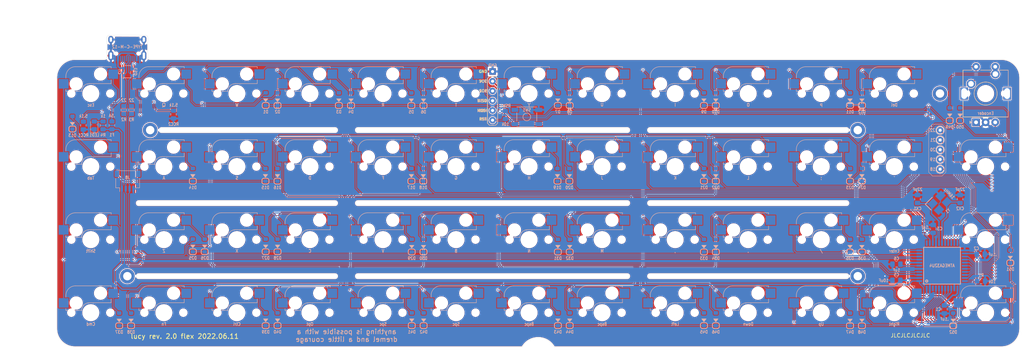
<source format=kicad_pcb>
(kicad_pcb (version 20211014) (generator pcbnew)
  (layers (0 "F.Cu" signal) (31 "B.Cu" signal) (34 "B.Paste" user) (35 "F.Paste" user) (36 "B.SilkS" user "B.Silkscreen") (37 "F.SilkS" user "F.Silkscreen") (38 "B.Mask" user) (39 "F.Mask" user) (44 "Edge.Cuts" user))
  (net 0 "")
  (net 1 "Net-(D1-Pad2)")
  (net 2 "Net-(D2-Pad2)")
  (net 3 "Net-(D3-Pad2)")
  (net 4 "Net-(D4-Pad2)")
  (net 5 "Net-(D5-Pad2)")
  (net 6 "Net-(D6-Pad2)")
  (net 7 "Net-(D7-Pad2)")
  (net 8 "Net-(D8-Pad2)")
  (net 9 "Net-(D9-Pad2)")
  (net 10 "Net-(D10-Pad2)")
  (net 11 "Net-(D11-Pad2)")
  (net 12 "Net-(D12-Pad2)")
  (net 13 "Net-(D13-Pad2)")
  (net 14 "Net-(D14-Pad2)")
  (net 15 "Net-(D15-Pad2)")
  (net 16 "Net-(D16-Pad2)")
  (net 17 "Net-(D17-Pad2)")
  (net 18 "Net-(D18-Pad2)")
  (net 19 "Net-(D19-Pad2)")
  (net 20 "Net-(D20-Pad2)")
  (net 21 "Net-(D21-Pad2)")
  (net 22 "Net-(D22-Pad2)")
  (net 23 "Net-(D23-Pad2)")
  (net 24 "Net-(D24-Pad2)")
  (net 25 "Net-(D25-Pad2)")
  (net 26 "Net-(D26-Pad2)")
  (net 27 "Net-(D27-Pad2)")
  (net 28 "Net-(D28-Pad2)")
  (net 29 "Net-(D29-Pad2)")
  (net 30 "Net-(D30-Pad2)")
  (net 31 "Net-(D31-Pad2)")
  (net 32 "Net-(D32-Pad2)")
  (net 33 "Net-(D33-Pad2)")
  (net 34 "Net-(D34-Pad2)")
  (net 35 "Net-(D35-Pad2)")
  (net 36 "Net-(D36-Pad2)")
  (net 37 "Net-(D37-Pad2)")
  (net 38 "Net-(D38-Pad2)")
  (net 39 "Net-(D39-Pad2)")
  (net 40 "Net-(D40-Pad2)")
  (net 41 "Net-(D41-Pad2)")
  (net 42 "Net-(D42-Pad2)")
  (net 43 "Net-(D43-Pad2)")
  (net 44 "Net-(D44-Pad2)")
  (net 45 "Net-(D45-Pad2)")
  (net 46 "Net-(D46-Pad2)")
  (net 47 "Net-(D47-Pad2)")
  (net 48 "Net-(D48-Pad2)")
  (net 49 "VCC")
  (net 50 "Net-(C6-Pad1)")
  (net 51 "XTAL1")
  (net 52 "XTAL2")
  (net 53 "row0")
  (net 54 "row1")
  (net 55 "row2")
  (net 56 "row3")
  (net 57 "D-")
  (net 58 "D+")
  (net 59 "col0")
  (net 60 "col1")
  (net 61 "col2")
  (net 62 "col3")
  (net 63 "col4")
  (net 64 "col5")
  (net 65 "col6")
  (net 66 "col7")
  (net 67 "col8")
  (net 68 "col9")
  (net 69 "col10")
  (net 70 "col11")
  (net 71 "Net-(R1-Pad2)")
  (net 72 "VBUS")
  (net 73 "Net-(J1-PadB5)")
  (net 74 "Net-(J1-PadA5)")
  (net 75 "ISP_Reset")
  (net 76 "Net-(D52-Pad2)")
  (net 77 "col12")
  (net 78 "GND")
  (net 79 "Net-(LED1-Pad2)")
  (net 80 "DBUS-")
  (net 81 "DBUS+")
  (net 82 "enc0a")
  (net 83 "enc0b")
  (net 84 "Net-(D49-Pad2)")
  (net 85 "Net-(D50-Pad2)")
  (net 86 "Net-(D51-Pad2)")
  (net 91 "Net-(J3-Pad1)")
  (net 92 "Net-(J4-Pad1)")
  (net 93 "Net-(J5-Pad1)")
  (net 94 "Net-(J6-Pad1)")
  (net 95 "Net-(J7-Pad1)")
  (footprint "MX_Only:MXOnly-1U-Hotswap" (layer "F.Cu") (at 124.990225 53.19395)
    (fp_text reference "K3")
    (fp_text value "KEYSW")
  )
  (footprint "MX_Only:MXOnly-1U-Hotswap" (layer "F.Cu") (at 201.190225 53.19395)
    (fp_text reference "K7")
    (fp_text value "KEYSW")
  )
  (footprint "MX_Only:MXOnly-1U-Hotswap" (layer "F.Cu") (at 182.140225 53.19395)
    (fp_text reference "K6")
    (fp_text value "KEYSW")
  )
  (footprint "MX_Only:MXOnly-1U-Hotswap" (layer "F.Cu") (at 163.090225 53.19395)
    (fp_text reference "K5")
    (fp_text value "KEYSW")
  )
  (footprint "MX_Only:MXOnly-1U-Hotswap" (layer "F.Cu") (at 86.890225 53.19395)
    (fp_text reference "K1")
    (fp_text value "KEYSW")
  )
  (footprint "MX_Only:MXOnly-1U-Hotswap" (layer "F.Cu") (at 220.240225 53.19395)
    (fp_text reference "K8")
    (fp_text value "KEYSW")
  )
  (footprint "MX_Only:MXOnly-1U-Hotswap" (layer "F.Cu") (at 239.290225 53.19395)
    (fp_text reference "K9")
    (fp_text value "KEYSW")
  )
  (footprint "MX_Only:MXOnly-1U-Hotswap" (layer "F.Cu") (at 86.890225 72.24395)
    (fp_text reference "K13")
    (fp_text value "KEYSW")
  )
  (footprint "MX_Only:MXOnly-1U-Hotswap" (layer "F.Cu") (at 105.940225 72.24395)
    (fp_text reference "K14")
    (fp_text value "KEYSW")
  )
  (footprint "MX_Only:MXOnly-1U-Hotswap" (layer "F.Cu") (at 144.045399 72.24395)
    (fp_text reference "K16")
    (fp_text value "KEYSW")
  )
  (footprint "MX_Only:MXOnly-1U-Hotswap" (layer "F.Cu") (at 277.390225 53.19395)
    (fp_text reference locked "K11")
    (fp_text value "KEYSW")
  )
  (footprint "MX_Only:MXOnly-1U-Hotswap" (layer "F.Cu") (at 163.090225 72.24395)
    (fp_text reference "K17")
    (fp_text value "KEYSW")
  )
  (footprint "MX_Only:MXOnly-1U-Hotswap" (layer "F.Cu") (at 182.140225 72.24395)
    (fp_text reference "K18")
    (fp_text value "KEYSW")
  )
  (footprint "MX_Only:MXOnly-1U-Hotswap" (layer "F.Cu") (at 201.190225 72.24395)
    (fp_text reference "K19")
    (fp_text value "KEYSW")
  )
  (footprint "MX_Only:MXOnly-1U-Hotswap" (layer "F.Cu") (at 105.940225 110.34395)
    (fp_text reference "K38")
    (fp_text value "KEYSW")
  )
  (footprint "MX_Only:MXOnly-1U-Hotswap" (layer "F.Cu") (at 124.990225 110.34395)
    (fp_text reference "K39")
    (fp_text value "KEYSW")
  )
  (footprint "MX_Only:MXOnly-1U-Hotswap" (layer "F.Cu") (at 144.040225 110.34395)
    (fp_text reference locked "K40")
    (fp_text value "KEYSW")
  )
  (footprint "MX_Only:MXOnly-1U-Hotswap" (layer "F.Cu") (at 163.090225 110.34395)
    (fp_text reference locked "K41")
    (fp_text value "KEYSW")
  )
  (footprint "MX_Only:MXOnly-1U-Hotswap" (layer "F.Cu") (at 182.140225 110.34395)
    (fp_text reference "K42")
    (fp_text value "KEYSW")
  )
  (footprint "MX_Only:MXOnly-1U-Hotswap" (layer "F.Cu") (at 220.240225 110.34395)
    (fp_text reference "K44")
    (fp_text value "KEYSW")
  )
  (footprint "MX_Only:MXOnly-1U-Hotswap" (layer "F.Cu") (at 239.290225 110.34395)
    (fp_text reference "K45")
    (fp_text value "KEYSW")
  )
  (footprint "MX_Only:MXOnly-1U-Hotswap" (layer "F.Cu") (at 258.340225 110.34395)
    (fp_text reference "K46")
    (fp_text value "KEYSW")
  )
  (footprint "MX_Only:MXOnly-1U-Hotswap" (layer "F.Cu") (at 277.390225 110.34395)
    (fp_text reference "K47")
    (fp_text value "KEYSW")
  )
  (footprint "MX_Only:MXOnly-1U-Hotswap" (layer "F.Cu") (at 201.190225 110.34395)
    (fp_text reference "K43")
    (fp_text value "KEYSW")
  )
  (footprint "MX_Only:MXOnly-1U-Hotswap" (layer "F.Cu") (at 277.390225 91.29395)
    (fp_text reference locked "K35")
    (fp_text value "KEYSW")
  )
  (footprint "MX_Only:MXOnly-1U-Hotswap" (layer "F.Cu") (at 258.340225 91.29395)
    (fp_text reference "K34")
    (fp_text value "KEYSW")
  )
  (footprint "MX_Only:MXOnly-1U-Hotswap" (layer "F.Cu") (at 220.240225 91.29395)
    (fp_text reference "K32")
    (fp_text value "KEYSW")
  )
  (footprint "MX_Only:MXOnly-1U-Hotswap" (layer "F.Cu") (at 182.140225 91.29395)
    (fp_text reference "K30")
    (fp_text value "KEYSW")
  )
  (footprint "MX_Only:MXOnly-1U-Hotswap" (layer "F.Cu") (at 144.040225 91.29395)
    (fp_text reference "K28")
    (fp_text value "KEYSW")
  )
  (footprint "MX_Only:MXOnly-1U-Hotswap" (layer "F.Cu") (at 86.890225 91.29395)
    (fp_text reference "K25")
    (fp_text value "KEYSW")
  )
  (footprint "MX_Only:MXOnly-1U-Hotswap" (layer "F.Cu") (at 163.090225 91.29395)
    (fp_text reference "K29")
    (fp_text value "KEYSW")
  )
  (footprint "MX_Only:MXOnly-1U-Hotswap" (layer "F.Cu") (at 296.440225 72.24395)
    (fp_text reference "K24")
    (fp_text value "KEYSW")
  )
  (footprint "MX_Only:MXOnly-1U-Hotswap" (layer "F.Cu") (at 124.990225 91.29395)
    (fp_text reference "K27")
    (fp_text value "KEYSW")
  )
  (footprint "MX_Only:MXOnly-1U-Hotswap" (layer "F.Cu") (at 105.940225 91.29395)
    (fp_text reference "K26")
    (fp_text value "KEYSW")
  )
  (footprint "MX_Only:MXOnly-1U-Hotswap" (layer "F.Cu") (at 258.340225 72.24395)
    (fp_text reference locked "K22")
    (fp_text value "KEYSW")
  )
  (footprint "MX_Only:MXOnly-1U-Hotswap" (layer "F.Cu") (at 239.290225 72.24395)
    (fp_text reference "K21")
    (fp_text value "KEYSW")
  )
  (footprint "MX_Only:MXOnly-1U-Hotswap" (layer "F.Cu") (at 277.390225 72.24395)
    (fp_text reference "K23")
    (fp_text value "KEYSW")
  )
  (footprint "MX_Only:MXOnly-1U-Hotswap" (layer "F.Cu") (at 296.440225 110.34395)
    (fp_text reference "K48")
    (fp_text value "KEYSW")
  )
  (footprint "MX_Only:MXOnly-1U-Hotswap" (layer "F.Cu") (at 296.440225 91.29395)
    (fp_text reference "K36")
    (fp_text value "KEYSW")
  )
  (footprint "MX_Only:MXOnly-1U-Hotswap" (layer "F.Cu") (at 296.440225 53.19395)
    (fp_text reference "K12")
    (fp_text value "KEYSW")
  )
  (footprint "Keebio-Parts:RotaryEncoder_EC11" (layer "F.Cu") (at 320.252725 53.19395 90)
    (fp_text reference "SW2")
    (fp_text value "Rotary_Encoder_Switch")
  )
  (footprint "MX_Only:MXOnly-1U-Hotswap" (layer "F.Cu") (at 105.940225 53.19395)
    (fp_text reference "K2")
    (fp_text value "KEYSW")
  )
  (footprint "MX_Only:MXOnly-1U-Hotswap" (layer "F.Cu") (at 144.040225 53.19395)
    (fp_text reference "K4")
    (fp_text value "KEYSW")
  )
  (footprint "MX_Only:MXOnly-1U-Hotswap" (layer "F.Cu") (at 320.252785 110.34423)
    (fp_text reference "K52")
    (fp_text value "KEYSW")
  )
  (footprint "MX_Only:MXOnly-1U-Hotswap" (layer "F.Cu") (at 320.252785 72.24407)
    (fp_text reference "K50")
    (fp_text value "KEYSW")
  )
  (footprint "MX_Only:MXOnly-1U-Hotswap" (layer "F.Cu") (at 320.252785 91.29415)
    (fp_text reference "K51")
    (fp_text value "KEYSW")
  )
  (footprint "MX_Only:MXOnly-1U-Hotswap" (layer "F.Cu") (at 201.190225 91.29395)
    (fp_text reference "K31")
    (fp_text value "KEYSW")
  )
  (footprint "MX_Only:MXOnly-1U-Hotswap" (layer "F.Cu") (at 239.290225 91.29395)
    (fp_text reference "K33")
    (fp_text value "KEYSW")
  )
  (footprint "MX_Only:MXOnly-1U-Hotswap" (layer "F.Cu") (at 86.890225 110.34395)
    (fp_text reference "K37")
    (fp_text value "KEYSW")
  )
  (footprint "MX_Only:MXOnly-1U-Hotswap" (layer "F.Cu") (at 258.340225 53.19395)
    (fp_text reference "K10")
    (fp_text value "KEYSW")
  )
  (footprint "MX_Only:MXOnly-1U-Hotswap" (layer "F.Cu") (at 124.990225 72.24395)
    (fp_text reference "K15")
    (fp_text value "KEYSW")
  )
  (footprint "MX_Only:MXOnly-1U-Hotswap" (layer "F.Cu") (at 220.240225 72.24395)
    (fp_text reference "K20")
    (fp_text value "KEYSW")
  )
  (footprint "MountingHole:MountingHole_2.2mm_M2_DIN965_Pad" (layer "F.Cu") (at 308.346661 53.19395)
    (fp_text reference "H1")
    (fp_text value "MountingHole")
  )
  (footprint "MountingHole:MountingHole_2.2mm_M2_DIN965_Pad" (layer "F.Cu") (at 286.915393 62.718958)
    (fp_text reference "H4")
    (fp_text value "MountingHole")
  )
  (footprint "MountingHole:MountingHole_2.2mm_M2_DIN965_Pad" (layer "F.Cu") (at 286.915393 100.81899)
    (fp_text reference "H3")
    (fp_text value "MountingHole")
  )
  (footprint "MountingHole:MountingHole_2.2mm_M2_DIN965_Pad" (layer "F.Cu") (at 96.415233 100.81899)
    (fp_text reference "H2")
    (fp_text value "MountingHole")
  )
  (footprint "MountingHole:MountingHole_2.2mm_M2_DIN965_Pad" (layer "F.Cu") (at 102.368363 62.718958)
    (fp_text reference "H5")
    (fp_text value "MountingHole")
  )
  (footprint "MX_Only:MXOnly-1U-NoLED" (layer "F.Cu") (at 320.252725 53.19395)
    (fp_text reference "K49")
    (fp_text value "KEYSW")
  )
  (footprint "Capacitor_SMD:C_0805_2012Metric_Pad1.18x1.45mm_HandSolder" (layer "B.Cu") (at 309.490225 109.49395 -90)
    (fp_text reference "C1")
    (fp_text value ".1uF")
  )
  (footprint "Keeb_footprints:D_SOD-123_modified" (layer "B.Cu") (at 116.590225 92.79395 90)
    (fp_text reference "D26")
    (fp_text value "D")
  )
  (footprint "Keeb_footprints:D_SOD-123_modified" (layer "B.Cu") (at 208.590225 74.39395 90)
    (fp_text reference "D19")
    (fp_text value "D")
  )
  (footprint "Keeb_footprints:D_SOD-123_modified" (layer "B.Cu") (at 170.490225 74.39395 90)
    (fp_text reference "D17")
    (fp_text value "D")
  )
  (footprint "Keeb_footprints:D_SOD-123_modified" (layer "B.Cu") (at 135.581415 74.39395 90)
    (fp_text reference "D16")
    (fp_text value "D")
  )
  (footprint "Keeb_footprints:D_SOD-123_modified" (layer "B.Cu") (at 113.490225 74.39395 90)
    (fp_text reference "D14")
    (fp_text value "D")
  )
  (footprint "Keeb_footprints:D_SOD-123_modified" (layer "B.Cu") (at 284.890625 54.65625 90)
    (fp_text reference "D11")
    (fp_text value "D")
  )
  (footprint "Keeb_footprints:D_SOD-123_modified" (layer "B.Cu") (at 249.881415 54.65625 90)
    (fp_text reference "D10")
    (fp_text value "D")
  )
  (footprint "Keeb_footprints:D_SOD-123_modified" (layer "B.Cu") (at 211.781415 54.65625 90)
    (fp_text reference "D8")
    (fp_text value "D")
  )
  (footprint "Keeb_footprints:D_SOD-123_modified" (layer "B.Cu") (at 208.681415 54.65625 90)
    (fp_text reference "D7")
    (fp_text value "D")
  )
  (footprint "Keeb_footprints:D_SOD-123_modified" (layer "B.Cu") (at 173.651789 54.683377 90)
    (fp_text reference "D6")
    (fp_text value "D")
  )
  (footprint "Keeb_footprints:D_SOD-123_modified" (layer "B.Cu") (at 170.476789 54.683377 90)
    (fp_text reference "D5")
    (fp_text value "D")
  )
  (footprint "Keeb_footprints:D_SOD-123_modified" (layer "B.Cu") (at 154.751789 54.65625 90)
    (fp_text reference "D4")
    (fp_text value "D")
  )
  (footprint "Keeb_footprints:D_SOD-123_modified" (layer "B.Cu") (at 287.990625 112.1 90)
    (fp_text reference "D48")
    (fp_text value "D")
  )
  (footprint "Keeb_footprints:D_SOD-123_modified" (layer "B.Cu") (at 284.890625 112.1 90)
    (fp_text reference "D47")
    (fp_text value "D")
  )
  (footprint "Keeb_footprints:D_SOD-123_modified" (layer "B.Cu") (at 249.890625 112.063123 90)
    (fp_text reference "D46")
    (fp_text value "D")
  )
  (footprint "Keeb_footprints:D_SOD-123_modified" (layer "B.Cu") (at 246.790625 112.05625 90)
    (fp_text reference "D45")
    (fp_text value "D")
  )
  (footprint "Keeb_footprints:D_SOD-123_modified" (layer "B.Cu") (at 211.783999 112.05625 90)
    (fp_text reference "D44")
    (fp_text value "D")
  )
  (footprint "Keeb_footprints:D_SOD-123_modified" (layer "B.Cu") (at 208.7 112.05625 90)
    (fp_text reference "D43")
    (fp_text value "D")
  )
  (footprint "Keeb_footprints:D_SOD-123_modified" (layer "B.Cu") (at 211.790625 92.85625 90)
    (fp_text reference "D32")
    (fp_text value "D")
  )
  (footprint "Keeb_footprints:D_SOD-123_modified" (layer "B.Cu") (at 284.890625 74.39395 90)
    (fp_text reference "D23")
    (fp_text value "D")
  )
  (footprint "Keeb_footprints:D_SOD-123_modified" (layer "B.Cu") (at 208.690625 92.85625 90)
    (fp_text reference "D31")
    (fp_text value "D")
  )
  (footprint "Keeb_footprints:D_SOD-123_modified" (layer "B.Cu") (at 170.585999 92.85625 90)
    (fp_text reference "D29")
    (fp_text value "D")
  )
  (footprint "Keeb_footprints:D_SOD-123_modified" (layer "B.Cu") (at 132.490225 92.79395 90)
    (fp_text reference "D27")
    (fp_text value "D")
  )
  (footprint "Keeb_footprints:D_SOD-123_modified" (layer "B.Cu") (at 287.990625 74.39395 90)
    (fp_text reference "D24")
    (fp_text value "D")
  )
  (footprint "Keeb_footprints:D_SOD-123_modified" (layer "B.Cu") (at 284.890625 92.85625 90)
    (fp_text reference "D35")
    (fp_text value "D")
  )
  (footprint "Keeb_footprints:D_SOD-123_modified" (layer "B.Cu") (at 249.890625 92.85625 90)
    (fp_text reference "D34")
    (fp_text value "D")
  )
  (footprint "Keeb_footprints:D_SOD-123_modified" (layer "B.Cu") (at 246.790625 92.85625 90)
    (fp_text reference "D33")
    (fp_text value "D")
  )
  (footprint "Keeb_footprints:D_SOD-123_modified" (layer "B.Cu") (at 173.690625 112.05625 90)
    (fp_text reference "D42")
    (fp_text value "D")
  )
  (footprint "Keeb_footprints:D_SOD-123_modified" (layer "B.Cu") (at 151.576789 54.65625 90)
    (fp_text reference "D3")
    (fp_text value "D")
  )
  (footprint "Keeb_footprints:D_SOD-123_modified" (layer "B.Cu") (at 211.690225 74.39395 90)
    (fp_text reference "D20")
    (fp_text value "D")
  )
  (footprint "Keeb_footprints:ICSP-Header_small_pins" (layer "B.Cu") (at 191.665313 47.44395 180)
    (fp_text reference "J2" hide)
    (fp_text value "AVR-ISP-6_mod")
  )
  (footprint "Keeb_footprints:D_SOD-123_modified" (layer "B.Cu") (at 287.990625 54.65625 90)
    (fp_text reference "D12")
    (fp_text value "D")
  )
  (footprint "Keeb_footprints:D_SOD-123_modified" (layer "B.Cu") (at 311.790625 112.1 90)
    (fp_text reference "D52")
    (fp_text value "D")
  )
  (footprint "Keeb_footprints:D_SOD-123_modified" (layer "B.Cu") (at 313.590225 58.59395 90)
    (fp_text reference "D50")
    (fp_text value "D")
  )
  (footprint "Keeb_footprints:D_SOD-123_modified" (layer "B.Cu") (at 326.690225 95.69395 90)
    (fp_text reference "D51")
    (fp_text value "D")
  )
  (footprint "random-keyboard-parts:SKQG-1155865" (layer "B.Cu") (at 200.590225 59.29395)
    (fp_text reference "SW1")
    (fp_text value "SW_PUSH")
  )
  (footprint "Keebio-Parts:ATMEGA32U4-AU" (layer "B.Cu") (at 308.890225 98.09395)
    (fp_text reference "U1")
    (fp_text value "ATMEGA32U4")
  )
  (footprint "Capacitor_SMD:C_0805_2012Metric_Pad1.18x1.45mm_HandSolder" (layer "B.Cu") (at 306.590225 88.49395 90)
    (fp_text reference "C3")
    (fp_text value ".1uF")
  )
  (footprint "Capacitor_SMD:C_0805_2012Metric_Pad1.18x1.45mm_HandSolder" (layer "B.Cu") (at 313.590225 80.69395 90)
    (fp_text reference "CX2")
    (fp_text value "22pF")
  )
  (footprint "Capacitor_SMD:C_0805_2012Metric_Pad1.18x1.45mm_HandSolder" (layer "B.Cu") (at 302.490225 80.69395 90)
    (fp_text reference "CX1")
    (fp_text value "22pF")
  )
  (footprint "Crystal:Crystal_SMD_3225-4Pin_3.2x2.5mm_HandSoldering" (layer "B.Cu") (at 308.290225 81.69395 45)
    (fp_text reference "Y1")
    (fp_text value "16MHz")
  )
  (footprint "Fuse:Fuse_0805_2012Metric_Pad1.15x1.40mm_HandSolder" (layer "B.Cu") (at 92.390225 61.49395 90)
    (fp_text reference "F1")
    (fp_text value ".5A")
  )
  (footprint "Keeb_footprints:TYPE-C-31-M-12" (layer "B.Cu") (at 96.415217 44.81645)
    (fp_text reference "J1")
    (fp_text value "TYPE-C-31-M12_13")
  )
  (footprint "Resistor_SMD:R_0805_2012Metric_Pad1.15x1.40mm_HandSolder" (layer "B.Cu") (at 97.490625 57.49395 90)
    (fp_text reference "R3")
    (fp_text value "22")
  )
  (footprint "Resistor_SMD:R_0805_2012Metric_Pad1.15x1.40mm_HandSolder" (layer "B.Cu") (at 84.940225 61.54395 90)
    (fp_text reference "RCC1")
    (fp_text value "5.1k")
  )
  (footprint "Resistor_SMD:R_0805_2012Metric_Pad1.15x1.40mm_HandSolder" (layer "B.Cu") (at 90.090225 61.49395 -90)
    (fp_text reference "R4")
    (fp_text value "1k")
  )
  (footprint "LED_SMD:LED_0805_2012Metric_Pad1.15x1.40mm_HandSolder" (layer "B.Cu") (at 87.790225 61.49395 90)
    (fp_text reference "LED1")
    (fp_text value "LED")
  )
  (footprint "Keeb_footprints:D_SOD-123_modified" (layer "B.Cu") (at 135.590625 112.05625 90)
    (fp_text reference "D40")
    (fp_text value "D")
  )
  (footprint "Keeb_footprints:D_SOD-123_modified" (layer "B.Cu") (at 132.490625 112.063123 90)
    (fp_text reference "D39")
    (fp_text value "D")
  )
  (footprint "Capacitor_SMD:C_0805_2012Metric_Pad1.18x1.45mm_HandSolder" (layer "B.Cu") (at 318.990225 95.09395)
    (fp_text reference "C2")
    (fp_text value ".1uF")
  )
  (footprint "Resistor_SMD:R_0805_2012Metric_Pad1.15x1.40mm_HandSolder" (layer "B.Cu") (at 95.490625 57.49395 90)
    (fp_text reference "R2")
    (fp_text value "22")
  )
  (footprint "Capacitor_SMD:C_0805_2012Metric_Pad1.18x1.45mm_HandSolder" (layer "B.Cu") (at 296.990225 101.89395 180)
    (fp_text reference "C5")
    (fp_text value "10uF")
  )
  (footprint "Capacitor_SMD:C_0805_2012Metric_Pad1.18x1.45mm_HandSolder" (layer "B.Cu") (at 296.990225 97.69395 180)
    (fp_text reference "C6")
    (fp_text value "1uF")
  )
  (footprint "Resistor_SMD:R_0805_2012Metric_Pad1.15x1.40mm_HandSolder" (layer "B.Cu") (at 319.090225 102.09395 180)
    (fp_text reference "R1")
    (fp_text value "10k")
  )
  (footprint "Keeb_footprints:D_SOD-123_modified" (layer "B.Cu") (at 82.090225 60.79395 90)
    (fp_text reference "D13")
    (fp_text value "D")
  )
  (footprint "Keeb_footprints:D_SOD-123_modified" (layer "B.Cu") (at 94.290225 112.09395 90)
    (fp_text reference "D37")
    (fp_text value "D")
  )
  (footprint "Keeb_footprints:D_SOD-123_modified" (layer "B.Cu") (at 97.390225 112.09395 90)
    (fp_text reference "D38")
    (fp_text value "D")
  )
  (footprint "Keeb_footprints:D_SOD-123_modified" (layer "B.Cu") (at 170.590625 112.05625 90)
    (fp_text reference "D41")
    (fp_text value "D")
  )
  (footprint "Keeb_footprints:D_SOD-123_modified" (layer "B.Cu") (at 135.590225 92.79395 90)
    (fp_text reference "D28")
    (fp_text value "D")
  )
  (footprint "Keeb_footprints:D_SOD-123_modified" (layer "B.Cu") (at 173.65 92.85625 90)
    (fp_text reference "D30")
    (fp_text value "D")
  )
  (footprint "Keeb_footprints:D_SOD-123_modified" (layer "B.Cu") (at 287.990625 92.85625 90)
    (fp_text reference "D36")
    (fp_text value "D")
  )
  (footprint "Keeb_footprints:D_SOD-123_modified" (layer "B.Cu") (at 113.490225 92.79395 90)
    (fp_text reference "D25")
    (fp_text value "D")
  )
  (footprint "Keeb_footprints:D_SOD-123_modified" (layer "B.Cu") (at 135.581415 54.65625 90)
    (fp_text reference "D2")
    (fp_text value "D")
  )
  (footprint "Keeb_footprints:D_SOD-123_modified" (layer "B.Cu") (at 310.890225 58.59395 90)
    (fp_text reference "D49")
    (fp_text value "D")
  )
  (footprint "Keeb_footprints:D_SOD-123_modified" (layer "B.Cu") (at 246.781415 54.65625 90)
    (fp_text reference "D9")
    (fp_text value "D")
  )
  (footprint "Keeb_footprints:D_SOD-123_modified" (layer "B.Cu") (at 132.490625 54.64995 90)
    (fp_text reference "D1")
    (fp_text value "D")
  )
  (footprint "Resistor_SMD:R_0805_2012Metric_Pad1.15x1.40mm_HandSolder" (layer "B.Cu") (at 194.990225 58.79395 90)
    (fp_text reference "RSW1")
    (fp_text value "10k")
  )
  (footprint "Keeb_footprints:D_SOD-123_modified" (layer "B.Cu") (at 249.881415 74.39395 90)
    (fp_text reference "D22")
    (fp_text value "D")
  )
  (footprint "Keeb_footprints:D_SOD-123_modified" (layer "B.Cu") (at 246.781415 74.39395 90)
    (fp_text reference "D21")
    (fp_text value "D")
  )
  (footprint "Keeb_footprints:D_SOD-123_modified" (layer "B.Cu") (at 173.590225 74.39395 90)
    (fp_text reference "D18")
    (fp_text value "D")
  )
  (footprint "Keeb_footprints:D_SOD-123_modified" (layer "B.Cu") (at 132.431415 74.39395 90)
    (fp_text reference "D15")
    (fp_text value "D")
  )
  (footprint "Resistor_SMD:R_0805_2012Metric_Pad1.15x1.40mm_HandSolder" (layer "B.Cu") (at 108.465225 58.66895 90)
    (fp_text reference "RCC2")
    (fp_text value "5.1k")
  )
  (footprint "Keebio-Parts:SOT-143B" (layer "B.Cu") (at 96.490625 47.49395 -90)
    (fp_text reference "U2")
    (fp_text value "PRTR5V0U2X" hide)
  )
  (footprint "TestPoint:TestPoint_Keystone_5000-5004_Miniature" (layer "B.Cu") (at 308.390225 67.84395 180)
    (fp_text reference "J5")
    (fp_text value "Conn_01x01")
  )
  (footprint "TestPoint:TestPoint_Keystone_5000-5004_Miniature" (layer "B.Cu") (at 308.390225 70.38395 180)
    (fp_text reference "J4")
    (fp_text value "Conn_01x01")
  )
  (footprint "TestPoint:TestPoint_Keystone_5000-5004_Miniature" (layer "B.Cu") (at 308.390225 72.92395 180)
    (fp_text reference "J3")
    (fp_text value "Conn_01x01")
  )
  (footprint "TestPoint:TestPoint_Keystone_5000-5004_Miniature" (layer "B.Cu") (at 308.390225 65.30395 180)
    (fp_text reference "J6")
    (fp_text value "Conn_01x01")
  )
  (footprint "TestPoint:TestPoint_Keystone_5000-5004_Miniature" (layer "B.Cu") (at 308.390225 62.76395 180)
    (fp_text reference "J7")
    (fp_text value "Conn_01x01")
  )
  (footprint "Connector_JST:JST_SH_SM04B-SRSS-TB_1x04-1MP_P1.00mm_Horizontal" (layer "B.Cu") (at 96.490225 75.99395)
    (fp_text reference "J8")
    (fp_text value "4PIN")
  )
  (gr_line (start 305.390225 73.69395) (end 306.390225 74.69395) (layer "B.SilkS") (width 0.1))
  (gr_line (start 309.890225 62.19395) (end 308.890225 61.19395) (layer "B.SilkS") (width 0.1))
  (gr_line (start 306.390225 74.69395) (end 308.890225 74.69395) (layer "B.SilkS") (width 0.1))
  (gr_line (start 305.390225 62.19395) (end 305.390225 73.69395) (layer "B.SilkS") (width 0.1))
  (gr_line (start 309.890225 73.69395) (end 309.890225 62.19395) (layer "B.SilkS") (width 0.1))
  (gr_line (start 305.390225 62.19395) (end 306.390225 61.19395) (layer "B.SilkS") (width 0.1))
  (gr_line (start 309.890225 73.69395) (end 308.890225 74.69395) (layer "B.SilkS") (width 0.1))
  (gr_line (start 308.890225 61.19395) (end 306.390225 61.19395) (layer "B.SilkS") (width 0.1))
  (gr_line (start 91.057416 43.668942) (end 91.057416 38.608805) (layer "Edge.Cuts") (width 0.05))
  (gr_arc (start 324.420112 44.264255) (mid 327.787711 45.65916) (end 329.182616 49.026759) (layer "Edge.Cuts") (width 0.05))
  (gr_line (start 150.588667 81.173661) (end 99.391798 81.173661) (layer "Edge.Cuts") (width 0.05))
  (gr_arc (start 226.788731 81.173661) (mid 227.384093 81.768974) (end 226.788731 82.364287) (layer "Edge.Cuts") (width 0.05))
  (gr_line (start 226.788731 100.223677) (end 156.541895 100.223677) (layer "Edge.Cuts") (width 0.05))
  (gr_line (start 156.541846 62.123687) (end 226.788731 62.123603) (layer "Edge.Cuts") (width 0.05))
  (gr_line (start 232.741959 62.123687) (end 283.938722 62.123645) (layer "Edge.Cuts") (width 0.05))
  (gr_line (start 232.741959 100.223719) (end 283.938847 100.223677) (layer "Edge.Cuts") (width 0.05))
  (gr_arc (start 329.182616 114.511189) (mid 327.787711 117.878788) (end 324.420112 119.273693) (layer "Edge.Cuts") (width 0.05))
  (gr_line (start 199.404383 119.273693) (end 82.723034 119.273693) (layer "Edge.Cuts") (width 0.05))
  (gr_arc (start 283.938795 81.173635) (mid 284.534141 81.768974) (end 283.938795 82.364261) (layer "Edge.Cuts") (width 0.05))
  (gr_arc (start 77.96053 49.026759) (mid 79.355435 45.65916) (end 82.723034 44.264255) (layer "Edge.Cuts") (width 0.05))
  (gr_line (start 329.182616 49.026759) (end 329.182616 114.511189) (layer "Edge.Cuts") (width 0.05))
  (gr_arc (start 156.541846 63.314313) (mid 155.946484 62.719) (end 156.541846 62.123687) (layer "Edge.Cuts") (width 0.05))
  (gr_arc (start 232.74191 82.364329) (mid 232.146548 81.769016) (end 232.74191 81.173703) (layer "Edge.Cuts") (width 0.05))
  (gr_line (start 283.938795 82.364261) (end 232.74191 82.364329) (layer "Edge.Cuts") (width 0.05))
  (gr_line (start 105.344913 62.123603) (end 150.588667 62.123645) (layer "Edge.Cuts") (width 0.05))
  (gr_arc (start 82.723034 119.273693) (mid 79.355435 117.878788) (end 77.96053 114.511189) (layer "Edge.Cuts") (width 0.05))
  (gr_line (start 232.74191 81.173703) (end 283.938795 81.173635) (layer "Edge.Cuts") (width 0.05))
  (gr_line (start 105.344913 63.314229) (end 150.588667 63.314271) (layer "Edge.Cuts") (width 0.05))
  (gr_line (start 283.938722 63.314271) (end 232.741959 63.314313) (layer "Edge.Cuts") (width 0.05))
  (gr_line (start 226.788731 63.314229) (end 156.541846 63.314313) (layer "Edge.Cuts") (width 0.05))
  (gr_line (start 207.738763 119.273693) (end 324.420112 119.273693) (layer "Edge.Cuts") (width 0.05))
  (gr_arc (start 102.368363 44.26427) (mid 101.947414 44.089907) (end 101.773051 43.668958) (layer "Edge.Cuts") (width 0.05))
  (gr_arc (start 156.541895 101.414303) (mid 155.946533 100.81899) (end 156.541895 100.223677) (layer "Edge.Cuts") (width 0.05))
  (gr_line (start 324.420112 44.264255) (end 102.368363 44.26427) (layer "Edge.Cuts") (width 0.05))
  (gr_arc (start 150.588667 62.123645) (mid 151.184029 62.718958) (end 150.588667 63.314271) (layer "Edge.Cuts") (width 0.05))
  (gr_arc (start 150.588667 100.223635) (mid 151.184029 100.818948) (end 150.588667 101.414261) (layer "Edge.Cuts") (width 0.05))
  (gr_line (start 91.652729 38.013494) (end 101.177738 38.013494) (layer "Edge.Cuts") (width 0.05))
  (gr_line (start 150.588667 100.223635) (end 99.391794 100.223677) (layer "Edge.Cuts") (width 0.05))
  (gr_arc (start 232.741959 101.414345) (mid 232.146597 100.819032) (end 232.741959 100.223719) (layer "Edge.Cuts") (width 0.05))
  (gr_line (start 99.391798 82.364287) (end 150.588667 82.364287) (layer "Edge.Cuts") (width 0.05))
  (gr_arc (start 156.541895 82.364287) (mid 155.946533 81.768974) (end 156.541895 81.173661) (layer "Edge.Cuts") (width 0.05))
  (gr_arc (start 199.404383 119.273693) (mid 203.571573 116.855379) (end 207.738763 119.273693) (layer "Edge.Cuts") (width 0.05))
  (gr_line (start 283.938847 101.414303) (end 232.741959 101.414345) (layer "Edge.Cuts") (width 0.05))
  (gr_arc (start 105.344913 63.314229) (mid 104.749623 62.7189) (end 105.344913 62.123603) (layer "Edge.Cuts") (width 0.05))
  (gr_arc (start 283.938722 62.123645) (mid 284.534149 62.719) (end 283.938722 63.314271) (layer "Edge.Cuts") (width 0.05))
  (gr_line (start 77.96053 114.511189) (end 77.96053 49.026759) (layer "Edge.Cuts") (width 0.05))
  (gr_line (start 101.77305 38.608806) (end 101.77305 43.668958) (layer "Edge.Cuts") (width 0.05))
  (gr_arc (start 101.177738 38.013494) (mid 101.598687 38.187857) (end 101.77305 38.608806) (layer "Edge.Cuts") (width 0.05))
  (gr_arc (start 283.938847 100.223677) (mid 284.534149 100.819) (end 283.938847 101.414303) (layer "Edge.Cuts") (width 0.05))
  (gr_line (start 226.788731 82.364287) (end 156.541895 82.364287) (layer "Edge.Cuts") (width 0.05))
  (gr_line (start 99.391794 101.414303) (end 150.588667 101.414261) (layer "Edge.Cuts") (width 0.05))
  (gr_line (start 156.541895 101.414303) (end 226.788731 101.414303) (layer "Edge.Cuts") (width 0.05))
  (gr_arc (start 150.588667 81.173661) (mid 151.184029 81.768974) (end 150.588667 82.364287) (layer "Edge.Cuts") (width 0.05))
  (gr_arc (start 226.788731 100.223677) (mid 227.384093 100.81899) (end 226.788731 101.414303) (layer "Edge.Cuts") (width 0.05))
  (gr_arc (start 91.057416 38.608806) (mid 91.231779 38.187857) (end 91.652728 38.013494) (layer "Edge.Cuts") (width 0.05))
  (gr_arc (start 99.391794 101.414303) (mid 98.796493 100.819) (end 99.391794 100.223677) (layer "Edge.Cuts") (width 0.05))
  (gr_arc (start 91.057416 43.668943) (mid 90.883053 44.089892) (end 90.462104 44.264255) (layer "Edge.Cuts") (width 0.05))
  (gr_arc (start 232.741959 63.314313) (mid 232.146597 62.719) (end 232.741959 62.123687) (layer "Edge.Cuts") (width 0.05))
  (gr_arc (start 226.788731 62.123603) (mid 227.384093 62.718916) (end 226.788731 63.314229) (layer "Edge.Cuts") (width 0.05))
  (gr_line (start 82.723034 44.264255) (end 90.462104 44.264255) (layer "Edge.Cuts") (width 0.05))
  (gr_arc (start 99.391798 82.364287) (mid 98.796478 81.769) (end 99.391798 81.173661) (layer "Edge.Cuts") (width 0.05))
  (gr_line (start 156.541895 81.173661) (end 226.788731 81.173661) (layer "Edge.Cuts") (width 0.05))
  (gr_text "16MHz" (at 310.740225 79.24395 315) (layer "B.SilkS") (effects (font (size 0.8 0.7)) (justify mirror)))
  (gr_text "Encoder" (at 320.27947 58.34087) (layer "B.SilkS") (effects (font (size 0.8 0.7)) (justify mirror)))
  (gr_text "B" (at 182.140313 94.270555) (layer "B.SilkS") (effects (font (size 0.8 0.7)) (justify mirror)))
  (gr_text "M" (at 220.240345 94.270555) (layer "B.SilkS") (effects (font (size 0.8 0.7)) (justify mirror)))
  (gr_text "R" (at 163.090297 56.170523) (layer "B.SilkS") (effects (font (size 0.8 0.7)) (justify mirror)))
  (gr_text "V" (at 163.090297 94.270555) (layer "B.SilkS") (effects (font (size 0.8 0.7)) (justify mirror)))
  (gr_text "anything is possible with a\ndremel and a little courage" (at 153.590225 116.29395) (layer "B.SilkS") (effects (font (size 1.25 1.25) (thickness 0.2)) (justify mirror)))
  (gr_text "F" (at 163.090297 75.220539) (layer "B.SilkS") (effects (font (size 0.8 0.7)) (justify mirror)))
  (gr_text "N" (at 201.190329 94.270555) (layer "B.SilkS") (effects (font (size 0.8 0.7)) (justify mirror)))
  (gr_text "D" (at 144.040281 75.220539) (layer "B.SilkS") (effects (font (size 0.8 0.7)) (justify mirror)))
  (gr_text "O" (at 258.340377 56.170523) (layer "B.SilkS") (effects (font (size 0.8 0.7)) (justify mirror)))
  (gr_text "Shift" (at 86.890233 94.270555) (layer "B.SilkS") (effects (font (size 0.8 0.7)) (justify mirror)))
  (gr_text "Down" (at 258.340377 113.320571) (layer "B.SilkS") (effects (font (size 0.8 0.7)) (justify mirror)))
  (gr_text "J" (at 220.240345 75.220539) (layer "B.SilkS") (effects (font (size 0.8 0.7)) (justify mirror)))
  (gr_text "Right" (at 296.440409 113.320571) (layer "B.SilkS") (effects (font (size 0.8 0.7)) (justify mirror)))
  (gr_text "I" (at 239.290361 56.170523) (layer "B.SilkS") (effects (font (size 0.8 0.7)) (justify mirror)))
  (gr_text "G" (at 182.140313 75.220539) (layer "B.SilkS") (effects (font (size 0.8 0.7)) (justify mirror)))
  (gr_text ";" (at 277.390393 75.220539) (layer "B.SilkS") (effects (font (size 0.8 0.7)) (justify mirror)))
  (gr_text "E" (at 144.040281 56.170523) (layer "B.SilkS") (effects (font (size 0.8 0.7)) (justify mirror)))
  (gr_text "S" (at 124.990265 75.220539) (layer "B.SilkS") (effects (font (size 0.8 0.7)) (justify mirror)))
  (gr_text "U" (at 220.213553 56.112152) (layer "B.SilkS") (effects (font (size 0.8 0.7)) (justify mirror)))
  (gr_text "." (at 258.340377 94.270555) (layer "B.SilkS") (effects (font (size 0.8 0.7)) (justify mirror)))
  (gr_text "'" (at 296.440409 75.220539) (layer "B.SilkS") (effects (font (size 0.8 0.7)) (justify mirror)))
  (gr_text "Bspc" (at 201.190329 113.320571) (layer "B.SilkS") (effects (font (size 0.8 0.7)) (justify mirror)))
  (gr_text "/" (at 277.390393 94.270555) (layer "B.SilkS") (effects (font (size 0.8 0.7)) (justify mirror)))
  (gr_text "H" (at 201.190329 75.220539) (layer "B.SilkS") (effects (font (size 0.8 0.7)) (justify mirror)))
  (gr_text "Del" (at 296.440409 56.170523) (layer "B.SilkS") (effects (font (size 0.8 0.7)) (justify mirror)))
  (gr_text "A" (at 105.940249 75.220539) (layer "B.SilkS") (effects (font (size 0.8 0.7)) (justify mirror)))
  (gr_text "Cmd" (at 86.890233 113.320571) (layer "B.SilkS") (effects (font (size 0.8 0.7)) (justify mirror)))
  (gr_text "Spc" (at 163.090297 113.320571) (layer "B.SilkS") (effects (font (size 0.8 0.7)) (justify mirror)))
  (gr_text "Spc" (at 182.140313 113.320571) (layer "B.SilkS") (effects (font (size 0.8 0.7)) (justify mirror)))
  (gr_text "C" (at 144.040281 94.270555) (layer "B.SilkS") (effects (font (size 0.8 0.7)) (justify mirror)))
  (gr_text "Z" (at 105.940249 94.270555) (layer "B.SilkS") (effects (font (size 0.8 0.7)) (justify mirror)))
  (gr_text "P" (at 277.390393 56.306269) (layer "B.SilkS") (effects (font (size 0.8 0.7)) (justify mirror)))
  (gr_text "Opt" (at 144.040281 113.320571) (layer "B.SilkS") (effects (font (size 0.8 0.7)) (justify mirror)))
  (gr_text "L" (at 258.340377 75.220539) (layer "B.SilkS") (effects (font (size 0.8 0.7)) (justify mirror)))
  (gr_text "Fn" (at 105.940249 113.320571) (layer "B.SilkS") (effects (font (size 0.8 0.7)) (justify mirror)))
  (gr_text "W" (at 124.990265 56.170523) (layer "B.SilkS") (effects (font (size 0.8 0.7)) (justify mirror)))
  (gr_text "Ctrl" (at 124.990265 113.320571) (layer "B.SilkS") (effects (font (size 0.8 0.7)) (justify mirror)))
  (gr_text "T" (at 182.140313 56.170523) (layer "B.SilkS") (effects (font (size 0.8 0.7)) (justify mirror)))
  (gr_text "," (at 239.290361 94.270555) (layer "B.SilkS") (effects (font (size 0.8 0.7)) (justify mirror)))
  (gr_text "Up" (at 277.390393 113.320571) (layer "B.SilkS") (effects (font (size 0.8 0.7)) (justify mirror)))
  (gr_text "Esc" (at 86.890233 56.170523) (layer "B.SilkS") (effects (font (size 0.8 0.7)) (justify mirror)))
  (gr_text "Bspc" (at 220.240345 113.320571) (layer "B.SilkS") (effects (font (size 0.8 0.7)) (justify mirror)))
  (gr_text "Enter" (at 296.440409 94.270555) (layer "B.SilkS") (effects (font (size 0.8 0.7)) (justify mirror)))
  (gr_text "Q" (at 105.940249 56.170523) (layer "B.SilkS") (effects (font (size 1 1)) (justify mirror)))
  (gr_text "Tab" (at 86.890233 75.220539) (layer "B.SilkS") (effects (font (size 0.8 0.7)) (justify mirror)))
  (gr_text "Left" (at 239.290361 113.320571) (layer "B.SilkS") (effects (font (size 0.8 0.7)) (justify mirror)))
  (gr_text "K" (at 239.290361 75.220539) (layer "B.SilkS") (effects (font (size 0.8 0.7)) (justify mirror)))
  (gr_text "Y" (at 201.190329 56.170523) (layer "B.SilkS") (effects (font (size 1 1)) (justify mirror)))
  (gr_text "X" (at 124.990265 94.270555) (layer "B.SilkS") (effects (font (size 0.8 0.7)) (justify mirror)))
  (gr_text "JLCJLCJLCJLC" (at 300.632625 116.284314) (layer "F.SilkS") (effects (font (size 1 1))))
  (gr_text "lucy rev. 2.0 flex 2022.06.11" (at 111.38288 116.5) (layer "F.SilkS") (effects (font (size 1.25 1.25) (thickness 0.2))))
  (segment (start 92.335725 57.49395) (end 91.735725 56.89395) (width 0.25) (layer "F.Cu") (net 1))
  (segment (start 115.690225 57.49395) (end 92.335725 57.49395) (width 0.25) (layer "F.Cu") (net 1))
  (segment (start 115.911125 57.27305) (end 115.690225 57.49395) (width 0.25) (layer "F.Cu") (net 1))
  (segment (start 115.911125 55.66895) (end 115.911125 57.27305) (width 0.25) (layer "F.Cu") (net 1))
  (via (at 115.911125 55.66895) (size 0.65) (drill 0.35) (layers "F.Cu" "B.Cu") (net 1))
  (via (at 91.735725 56.89395) (size 0.65) (drill 0.35) (layers "F.Cu" "B.Cu") (net 1))
  (segment (start 92.732225 48.11395) (end 92.732225 50.73595) (width 0.25) (layer "B.Cu") (net 1))
  (segment (start 94.090225 54.53945) (end 91.735725 56.89395) (width 0.25) (layer "B.Cu") (net 1))
  (segment (start 129.369327 55.89395) (end 132.263328 52.99995) (width 0.25) (layer "B.Cu") (net 1))
  (segment (start 129.369327 55.89395) (end 117.309763 55.89395) (width 0.25) (layer "B.Cu") (net 1))
  (segment (start 116.136125 55.89395) (end 115.911125 55.66895) (width 0.25) (layer "B.Cu") (net 1))
  (segment (start 92.732225 50.73595) (end 94.090225 52.09395) (width 0.25) (layer "B.Cu") (net 1))
  (segment (start 94.090225 52.09395) (end 94.090225 54.53945) (width 0.25) (layer "B.Cu") (net 1))
  (segment (start 117.309763 55.89395) (end 116.136125 55.89395) (width 0.25) (layer "B.Cu") (net 1))
  (segment (start 132.263328 52.99995) (end 132.490625 52.99995) (width 0.25) (layer "B.Cu") (net 1))
  (segment (start 129.526529 56.27347) (end 131.3 54.5) (width 0.25) (layer "B.Cu") (net 2))
  (segment (start 111.782225 51.18595) (end 113.065225 52.46895) (width 0.25) (layer "B.Cu") (net 2))
  (segment (start 131.3 54.5) (end 134.087665 54.5) (width 0.25) (layer "B.Cu") (net 2))
  (segment (start 134.087665 54.5) (end 135.581415 53.00625) (width 0.25) (layer "B.Cu") (net 2))
  (segment (start 111.782225 48.11395) (end 111.782225 51.18595) (width 0.25) (layer "B.Cu") (net 2))
  (segment (start 114.169745 56.27347) (end 129.526529 56.27347) (width 0.25) (layer "B.Cu") (net 2))
  (segment (start 113.065225 55.16895) (end 114.169745 56.27347) (width 0.25) (layer "B.Cu") (net 2))
  (segment (start 113.065225 52.46895) (end 113.065225 55.16895) (width 0.25) (layer "B.Cu") (net 2))
  (segment (start 140.83577 46.23577) (end 145.4 50.8) (width 0.25) (layer "B.Cu") (net 3))
  (segment (start 130.832225 48.11395) (end 132.710405 46.23577) (width 0.25) (layer "B.Cu") (net 3))
  (segment (start 132.710405 46.23577) (end 140.83577 46.23577) (width 0.25) (layer "B.Cu") (net 3))
  (segment (start 145.4 50.8) (end 149.370539 50.8) (width 0.25) (layer "B.Cu") (net 3))
  (segment (start 149.370539 50.8) (end 151.576789 53.00625) (width 0.25) (layer "B.Cu") (net 3))
  (segment (start 154.751789 52.983514) (end 149.882225 48.11395) (width 0.25) (layer "B.Cu") (net 4))
  (segment (start 154.751789 53.00625) (end 154.751789 52.983514) (width 0.25) (layer "B.Cu") (net 4))
  (segment (start 168.932225 51.488813) (end 168.932225 48.11395) (width 0.25) (layer "B.Cu") (net 5))
  (segment (start 170.476789 53.033377) (end 168.932225 51.488813) (width 0.25) (layer "B.Cu") (net 5))
  (segment (start 172.86423 46.23577) (end 172.3 46.8) (width 0.25) (layer "B.Cu") (net 6))
  (segment (start 186.104045 46.23577) (end 172.86423 46.23577) (width 0.25) (layer "B.Cu") (net 6))
  (segment (start 172.3 46.8) (end 172.3 51.681588) (width 0.25) (layer "B.Cu") (net 6))
  (segment (start 187.982225 48.11395) (end 186.104045 46.23577) (width 0.25) (layer "B.Cu") (net 6))
  (segment (start 172.3 51.681588) (end 173.651789 53.033377) (width 0.25) (layer "B.Cu") (net 6))
  (segment (start 207.032225 48.11395) (end 207.032225 51.35706) (width 0.25) (layer "B.Cu") (net 7))
  (segment (start 207.032225 51.35706) (end 208.681415 53.00625) (width 0.25) (layer "B.Cu") (net 7))
  (segment (start 226.082225 48.11395) (end 224.207704 46.239429) (width 0.25) (layer "B.Cu") (net 8))
  (segment (start 224.207704 46.239429) (end 211.544746 46.239429) (width 0.25) (layer "B.Cu") (net 8))
  (segment (start 211.544746 46.239429) (end 210.8 46.984175) (width 0.25) (layer "B.Cu") (net 8))
  (segment (start 210.8 52.024835) (end 211.781415 53.00625) (width 0.25) (layer "B.Cu") (net 8))
  (segment (start 210.8 46.984175) (end 210.8 52.024835) (width 0.25) (layer "B.Cu") (net 8))
  (segment (start 245.132225 51.35706) (end 246.781415 53.00625) (width 0.25) (layer "B.Cu") (net 9))
  (segment (start 245.132225 48.11395) (end 245.132225 51.35706) (width 0.25) (layer "B.Cu") (net 9))
  (segment (start 248.8 47.203725) (end 248.8 51.924835) (width 0.25) (layer "B.Cu") (net 10))
  (segment (start 248.8 51.924835) (end 249.881415 53.00625) (width 0.25) (layer "B.Cu") (net 10))
  (segment (start 262.307704 46.239429) (end 249.764296 46.239429) (width 0.25) (layer "B.Cu") (net 10))
  (segment (start 249.764296 46.239429) (end 248.8 47.203725) (width 0.25) (layer "B.Cu") (net 10))
  (segment (start 264.182225 48.11395) (end 262.307704 46.239429) (width 0.25) (layer "B.Cu") (net 10))
  (segment (start 284.890625 53.00625) (end 283.232225 51.34785) (width 0.25) (layer "B.Cu") (net 11))
  (segment (start 283.232225 51.34785) (end 283.232225 48.11395) (width 0.25) (layer "B.Cu") (net 11))
  (segment (start 302.282225 48.11395) (end 300.407704 46.239429) (width 0.25) (layer "B.Cu") (net 12))
  (segment (start 286.890625 51.90625) (end 287.990625 53.00625) (width 0.25) (layer "B.Cu") (net 12))
  (segment (start 300.407704 46.239429) (end 287.707446 46.239429) (width 0.25) (layer "B.Cu") (net 12))
  (segment (start 287.707446 46.239429) (end 286.890625 47.05625) (width 0.25) (layer "B.Cu") (net 12))
  (segment (start 286.890625 47.05625) (end 286.890625 51.90625) (width 0.25) (layer "B.Cu") (net 12))
  (segment (start 83.590225 63.54395) (end 83.590225 61.29395) (width 0.25) (layer "B.Cu") (net 13))
  (segment (start 83.590225 61.29395) (end 82.090225 59.79395) (width 0.25) (layer "B.Cu") (net 13))
  (segment (start 82.090225 59.79395) (end 82.090225 59.14395) (width 0.25) (layer "B.Cu") (net 13))
  (segment (start 85.140225 65.09395) (end 83.590225 63.54395) (width 0.25) (layer "B.Cu") (net 13))
  (segment (start 92.732225 67.16395) (end 90.662225 65.09395) (width 0.25) (layer "B.Cu") (net 13))
  (segment (start 90.662225 65.09395) (end 85.140225 65.09395) (width 0.25) (layer "B.Cu") (net 13))
  (segment (start 111.782225 71.03595) (end 113.490225 72.74395) (width 0.25) (layer "B.Cu") (net 14))
  (segment (start 111.782225 67.16395) (end 111.782225 71.03595) (width 0.25) (layer "B.Cu") (net 14))
  (segment (start 130.832225 71.14476) (end 130.832225 67.16395) (width 0.25) (layer "B.Cu") (net 15))
  (segment (start 132.431415 72.74395) (end 130.832225 71.14476) (width 0.25) (layer "B.Cu") (net 15))
  (segment (start 134.890225 65.875197) (end 134.890225 72.05276) (width 0.25) (layer "B.Cu") (net 16))
  (segment (start 134.890225 72.05276) (end 135.581415 72.74395) (width 0.25) (layer "B.Cu") (net 16))
  (segment (start 149.887399 67.16395) (end 147.417399 64.69395) (width 0.25) (layer "B.Cu") (net 16))
  (segment (start 147.417399 64.69395) (end 136.071473 64.69395) (width 0.25) (layer "B.Cu") (net 16))
  (segment (start 136.071473 64.69395) (end 134.890225 65.875197) (width 0.25) (layer "B.Cu") (net 16))
  (segment (start 170.490225 72.74395) (end 168.932225 71.18595) (width 0.25) (layer "B.Cu") (net 17))
  (segment (start 168.932225 71.18595) (end 168.932225 67.16395) (width 0.25) (layer "B.Cu") (net 17))
  (segment (start 185.291745 64.47347) (end 172.547427 64.47347) (width 0.25) (layer "B.Cu") (net 18))
  (segment (start 187.982225 67.16395) (end 185.291745 64.47347) (width 0.25) (layer "B.Cu") (net 18))
  (segment (start 172.069745 71.22347) (end 173.590225 72.74395) (width 0.25) (layer "B.Cu") (net 18))
  (segment (start 172.547427 64.47347) (end 172.069745 64.951152) (width 0.25) (layer "B.Cu") (net 18))
  (segment (start 172.069745 64.951152) (end 172.069745 71.22347) (width 0.25) (layer "B.Cu") (net 18))
  (segment (start 207.032225 68.43595) (end 208.590225 69.99395) (width 0.25) (layer "B.Cu") (net 19))
  (segment (start 207.032225 67.16395) (end 207.032225 68.43595) (width 0.25) (layer "B.Cu") (net 19))
  (segment (start 208.590225 69.99395) (end 208.590225 72.74395) (width 0.25) (layer "B.Cu") (net 19))
  (segment (start 210.469745 65.054718) (end 210.469745 71.52347) (width 0.25) (layer "B.Cu") (net 20))
  (segment (start 211.050993 64.47347) (end 210.469745 65.054718) (width 0.25) (layer "B.Cu") (net 20))
  (segment (start 223.391745 64.47347) (end 211.050993 64.47347) (width 0.25) (layer "B.Cu") (net 20))
  (segment (start 210.469745 71.52347) (end 211.690225 72.74395) (width 0.25) (layer "B.Cu") (net 20))
  (segment (start 226.082225 67.16395) (end 223.391745 64.47347) (width 0.25) (layer "B.Cu") (net 20))
  (segment (start 245.132225 71.09476) (end 245.132225 67.16395) (width 0.25) (layer "B.Cu") (net 21))
  (segment (start 246.781415 72.74395) (end 245.132225 71.09476) (width 0.25) (layer "B.Cu") (net 21))
  (segment (start 249.147427 64.47347) (end 248.469745 65.151152) (width 0.25) (layer "B.Cu") (net 22))
  (segment (start 248.469745 71.33228) (end 249.881415 72.74395) (width 0.25) (layer "B.Cu") (net 22))
  (segment (start 264.182225 67.16395) (end 261.491745 64.47347) (width 0.25) (layer "B.Cu") (net 22))
  (segment (start 248.469745 65.151152) (end 248.469745 71.33228) (width 0.25) (layer "B.Cu") (net 22))
  (segment (start 261.491745 64.47347) (end 249.147427 64.47347) (width 0.25) (layer "B.Cu") (net 22))
  (segment (start 283.232225 71.08555) (end 283.232225 67.16395) (width 0.25) (layer "B.Cu") (net 23))
  (segment (start 284.890625 72.74395) (end 283.232225 71.08555) (width 0.25) (layer "B.Cu") (net 23))
  (segment (start 289.610705 64.47347) (end 299.591745 64.47347) (width 0.25) (layer "B.Cu") (net 24))
  (segment (start 287.390225 72.14355) (end 287.390225 66.69395) (width 0.25) (layer "B.Cu") (net 24))
  (segment (start 287.390225 66.69395) (end 289.610705 64.47347) (width 0.25) (layer "B.Cu") (net 24))
  (segment (start 299.591745 64.47347) (end 302.282225 67.16395) (width 0.25) (layer "B.Cu") (net 24))
  (segment (start 287.990625 72.74395) (end 287.390225 72.14355) (width 0.25) (layer "B.Cu") (net 24))
  (segment (start 98.590225 94.49395) (end 93.790225 94.49395) (width 0.25) (layer "F.Cu") (net 25))
  (via (at 98.590225 94.49395) (size 0.65) (drill 0.35) (layers "F.Cu" "B.Cu") (net 25))
  (via (at 93.790225 94.49395) (size 0.65) (drill 0.35) (layers "F.Cu" "B.Cu") (net 25))
  (segment (start 94.535705 88.01743) (end 94.535705 93.74847) (width 0.25) (layer "B.Cu") (net 25))
  (segment (start 113.490225 91.14395) (end 111.610705 93.02347) (width 0.25) (layer "B.Cu") (net 25))
  (segment (start 94.535705 93.74847) (end 93.790225 94.49395) (width 0.25) (layer "B.Cu") (net 25))
  (segment (start 111.610705 93.02347) (end 111.610705 95.02347) (width 0.25) (layer "B.Cu") (net 25))
  (segment (start 101.559778 95.44395) (end 100.609778 94.49395) (width 0.25) (layer "B.Cu") (net 25))
  (segment (start 92.732225 86.21395) (end 94.535705 88.01743) (width 0.25) (layer "B.Cu") (net 25))
  (segment (start 111.190225 95.44395) (end 101.559778 95.44395) (width 0.25) (layer "B.Cu") (net 25))
  (segment (start 100.609778 94.49395) (end 98.590225 94.49395) (width 0.25) (layer "B.Cu") (net 25))
  (segment (start 111.610705 95.02347) (end 111.190225 95.44395) (width 0.25) (layer "B.Cu") (net 25))
  (segment (start 111.782225 86.21395) (end 111.782225 86.33595) (width 0.25) (layer "B.Cu") (net 26))
  (segment (start 111.782225 86.33595) (end 116.590225 91.14395) (width 0.25) (layer "B.Cu") (net 26))
  (segment (start 130.832225 86.21395) (end 130.832225 89.48595) (width 0.25) (layer "B.Cu") (net 27))
  (segment (start 130.832225 89.48595) (end 132.490225 91.14395) (width 0.25) (layer "B.Cu") (net 27))
  (segment (start 133.590625 85.49435) (end 133.590625 89.14435) (width 0.25) (layer "B.Cu") (net 28))
  (segment (start 148.007704 84.339429) (end 134.745546 84.339429) (width 0.25) (layer "B.Cu") (net 28))
  (segment (start 133.590625 89.14435) (end 135.590225 91.14395) (width 0.25) (layer "B.Cu") (net 28))
  (segment (start 149.882225 86.21395) (end 148.007704 84.339429) (width 0.25) (layer "B.Cu") (net 28))
  (segment (start 134.745546 84.339429) (end 133.590625 85.49435) (width 0.25) (layer "B.Cu") (net 28))
  (segment (start 170.585999 91.20625) (end 168.932225 89.552476) (width 0.25) (layer "B.Cu") (net 29))
  (segment (start 168.932225 89.552476) (end 168.932225 86.21395) (width 0.25) (layer "B.Cu") (net 29))
  (segment (start 187.982225 86.21395) (end 186.107704 84.339429) (width 0.25) (layer "B.Cu") (net 30))
  (segment (start 172.6 85.527322) (end 172.6 90.15625) (width 0.25) (layer "B.Cu") (net 30))
  (segment (start 186.107704 84.339429) (end 173.787893 84.339429) (width 0.25) (layer "B.Cu") (net 30))
  (segment (start 173.787893 84.339429) (end 172.6 85.527322) (width 0.25) (layer "B.Cu") (net 30))
  (segment (start 172.6 90.15625) (end 173.65 91.20625) (width 0.25) (layer "B.Cu") (net 30))
  (segment (start 207.032225 89.54785) (end 208.690625 91.20625) (width 0.25) (layer "B.Cu") (net 31))
  (segment (start 207.032225 86.21395) (end 207.032225 89.54785) (width 0.25) (layer "B.Cu") (net 31))
  (segment (start 210.7 85.527322) (end 210.7 90.115625) (width 0.25) (layer "B.Cu") (net 32))
  (segment (start 224.207704 84.339429) (end 211.887893 84.339429) (width 0.25) (layer "B.Cu") (net 32))
  (segment (start 211.887893 84.339429) (end 210.7 85.527322) (width 0.25) (layer "B.Cu") (net 32))
  (segment (start 210.7 90.115625) (end 211.790625 91.20625) (width 0.25) (layer "B.Cu") (net 32))
  (segment (start 226.082225 86.21395) (end 224.207704 84.339429) (width 0.25) (layer "B.Cu") (net 32))
  (segment (start 245.132225 89.54785) (end 246.790625 91.20625) (width 0.25) (layer "B.Cu") (net 33))
  (segment (start 245.132225 86.21395) (end 245.132225 89.54785) (width 0.25) (layer "B.Cu") (net 33))
  (segment (start 264.182225 86.21395) (end 262.307704 84.339429) (width 0.25) (layer "B.Cu") (net 34))
  (segment (start 262.307704 84.339429) (end 249.964296 84.339429) (width 0.25) (layer "B.Cu") (net 34))
  (segment (start 248.8 85.503725) (end 248.8 90.115625) (width 0.25) (layer "B.Cu") (net 34))
  (segment (start 248.8 90.115625) (end 249.890625 91.20625) (width 0.25) (layer "B.Cu") (net 34))
  (segment (start 249.964296 84.339429) (end 248.8 85.503725) (width 0.25) (layer "B.Cu") (net 34))
  (segment (start 283.232225 89.54785) (end 284.890625 91.20625) (width 0.25) (layer "B.Cu") (net 35))
  (segment (start 283.232225 86.21395) (end 283.232225 89.54785) (width 0.25) (layer "B.Cu") (net 35))
  (segment (start 286.9 90.115625) (end 287.990625 91.20625) (width 0.25) (layer "B.Cu") (net 36))
  (segment (start 300.407704 84.339429) (end 288.044746 84.339429) (width 0.25) (layer "B.Cu") (net 36))
  (segment (start 288.044746 84.339429) (end 286.9 85.484175) (width 0.25) (layer "B.Cu") (net 36))
  (segment (start 302.282225 86.21395) (end 300.407704 84.339429) (width 0.25) (layer "B.Cu") (net 36))
  (segment (start 286.9 85.484175) (end 286.9 90.115625) (width 0.25) (layer "B.Cu") (net 36))
  (segment (start 92.732225 105.26395) (end 92.732225 108.88595) (width 0.25) (layer "B.Cu") (net 37))
  (segment (start 92.732225 108.88595) (end 94.290225 110.44395) (width 0.25) (layer "B.Cu") (net 37))
  (segment (start 111.782225 105.26395) (end 109.907704 103.389429) (width 0.25) (layer "B.Cu") (net 38))
  (segment (start 109.907704 103.389429) (end 100.385704 103.389429) (width 0.25) (layer "B.Cu") (net 38))
  (segment (start 100.385704 103.389429) (end 99.102578 104.672555) (width 0.25) (layer "B.Cu") (net 38))
  (segment (start 96.490225 105.19395) (end 96.490225 109.54395) (width 0.25) (layer "B.Cu") (net 38))
  (segment (start 99.102578 104.672555) (end 97.01162 104.672555) (width 0.25) (layer "B.Cu") (net 38))
  (segment (start 97.01162 104.672555) (end 96.490225 105.19395) (width 0.25) (layer "B.Cu") (net 38))
  (segment (start 96.490225 109.54395) (end 97.390225 110.44395) (width 0.25) (layer "B.Cu") (net 38))
  (segment (start 132.490625 110.413123) (end 130.832225 108.754723) (width 0.25) (layer "B.Cu") (net 39))
  (segment (start 130.832225 108.754723) (end 130.832225 105.26395) (width 0.25) (layer "B.Cu") (net 39))
  (segment (start 134.490225 104.59395) (end 134.490225 109.30585) (width 0.25) (layer "B.Cu") (net 40))
  (segment (start 135.694746 103.389429) (end 134.490225 104.59395) (width 0.25) (layer "B.Cu") (net 40))
  (segment (start 134.490225 109.30585) (end 135.590625 110.40625) (width 0.25) (layer "B.Cu") (net 40))
  (segment (start 148.007704 103.389429) (end 135.694746 103.389429) (width 0.25) (layer "B.Cu") (net 40))
  (segment (start 149.882225 105.26395) (end 148.007704 103.389429) (width 0.25) (layer "B.Cu") (net 40))
  (segment (start 168.932225 105.26395) (end 168.932225 108.74785) (width 0.25) (layer "B.Cu") (net 41))
  (segment (start 168.932225 108.74785) (end 170.590625 110.40625) (width 0.25) (layer "B.Cu") (net 41))
  (segment (start 186.107704 103.389429) (end 173.494746 103.389429) (width 0.25) (layer "B.Cu") (net 42))
  (segment (start 172.590225 104.29395) (end 172.590225 109.30585) (width 0.25) (layer "B.Cu") (net 42))
  (segment (start 187.982225 105.26395) (end 186.107704 103.389429) (width 0.25) (layer "B.Cu") (net 42))
  (segment (start 172.590225 109.30585) (end 173.690625 110.40625) (width 0.25) (layer "B.Cu") (net 42))
  (segment (start 173.494746 103.389429) (end 172.590225 104.29395) (width 0.25) (layer "B.Cu") (net 42))
  (segment (start 207.032225 108.738475) (end 208.7 110.40625) (width 0.25) (layer "B.Cu") (net 43))
  (segment (start 207.032225 105.26395) (end 207.032225 108.738475) (width 0.25) (layer "B.Cu") (net 43))
  (segment (start 210.740225 104.24395) (end 210.740225 109.362476) (width 0.25) (layer "B.Cu") (net 44))
  (segment (start 226.082225 105.26395) (end 224.207704 103.389429) (width 0.25) (layer "B.Cu") (net 44))
  (segment (start 224.207704 103.389429) (end 211.594746 103.389429) (width 0.25) (layer "B.Cu") (net 44))
  (segment (start 210.740225 109.362476) (end 211.783999 110.40625) (width 0.25) (layer "B.Cu") (net 44))
  (segment (start 211.594746 103.389429) (end 210.740225 104.24395) (width 0.25) (layer "B.Cu") (net 44))
  (segment (start 245.132225 108.74785) (end 246.790625 110.40625) (width 0.25) (layer "B.Cu") (net 45))
  (segment (start 245.132225 105.26395) (end 245.132225 108.74785) (width 0.25) (layer "B.Cu") (net 45))
  (segment (start 249.294746 103.389429) (end 248.490225 104.19395) (width 0.25) (layer "B.Cu") (net 46))
  (segment (start 248.490225 104.19395) (end 248.490225 109.012723) (width 0.25) (layer "B.Cu") (net 46))
  (segment (start 264.182225 105.26395) (end 262.307704 103.389429) (width 0.25) (layer "B.Cu") (net 46))
  (segment (start 248.490225 109.012723) (end 249.890625 110.413123) (width 0.25) (layer "B.Cu") (net 46))
  (segment (start 262.307704 103.389429) (end 249.294746 103.389429) (width 0.25) (layer "B.Cu") (net 46))
  (segment (start 283.232225 108.7916) (end 284.890625 110.45) (width 0.25) (layer "B.Cu") (net 47))
  (segment (start 283.232225 105.26395) (end 283.232225 108.7916) (width 0.25) (layer "B.Cu") (net 47))
  (segment (start 297.940225 107.64395) (end 296.615225 106.31895) (width 0.25) (layer "B.Cu") (net 48))
  (segment (start 295.923351 103.927076) (end 287.707099 103.927076) (width 0.25) (layer "B.Cu") (net 48))
  (segment (start 296.615225 104.61895) (end 295.923351 103.927076) (width 0.25) (layer "B.Cu") (net 48))
  (segment (start 299.902225 107.64395) (end 297.940225 107.64395) (width 0.25) (layer "B.Cu") (net 48))
  (segment (start 287.707099 103.927076) (end 287.090225 104.54395) (width 0.25) (layer "B.Cu") (net 48))
  (segment (start 287.090225 109.5496) (end 287.090225 104.54395) (width 0.25) (layer "B.Cu") (net 48))
  (segment (start 296.615225 106.31895) (end 296.615225 104.61895) (width 0.25) (layer "B.Cu") (net 48))
  (segment (start 302.282225 105.26395) (end 299.902225 107.64395) (width 0.25) (layer "B.Cu") (net 48))
  (segment (start 287.990625 110.45) (end 287.090225 109.5496) (width 0.25) (layer "B.Cu") (net 48))
  (segment (start 317.990225 101.59395) (end 311.190225 108.39395) (width 0.4) (layer "F.Cu") (net 49))
  (segment (start 299.990225 90.59395) (end 299.990225 97.29395) (width 0.4) (layer "F.Cu") (net 49))
  (segment (start 304.990225 89.49395) (end 304.990225 86.78491) (width 0.4) (layer "F.Cu") (net 49))
  (segment (start 193.190225 57.39395) (end 193.190225 51.508862) (width 0.4) (layer "F.Cu") (net 49))
  (segment (start 299.990225 97.29395) (end 299.990225 101.89395) (width 0.4) (layer "F.Cu") (net 49))
  (segment (start 299.990225 101.89395) (end 299.990225 102.89395) (width 0.4) (layer "F.Cu") (net 49))
  (segment (start 305.844745 71.01894) (end 299.344745 77.51894) (width 0.4) (layer "F.Cu") (net 49))
  (segment (start 301.090225 89.49395) (end 299.990225 90.59395) (width 0.4) (layer "F.Cu") (net 49))
  (segment (start 304.890225 105.89395) (end 308.690225 105.89395) (width 0.4) (layer "F.Cu") (net 49))
  (segment (start 193.590225 57.79395) (end 193.190225 57.39395) (width 0.4) (layer "F.Cu") (net 49))
  (segment (start 299.990225 102.89395) (end 302.990225 105.89395) (width 0.4) (layer "F.Cu") (net 49))
  (segment (start 301.090225 89.49395) (end 304.990225 89.49395) (width 0.4) (layer "F.Cu") (net 49))
  (segment (start 305.844745 59.98943) (end 305.844745 71.01894) (width 0.4) (layer "F.Cu") (net 49))
  (segment (start 308.690225 105.89395) (end 311.190225 108.39395) (width 0.4) (layer "F.Cu") (net 49))
  (segment (start 317.990225 96.54395) (end 317.990225 101.59395) (width 0.4) (layer "F.Cu") (net 49))
  (segment (start 304.990225 86.78491) (end 299.344745 81.13943) (width 0.4) (layer "F.Cu") (net 49))
  (segment (start 193.190225 51.508862) (end 191.665313 49.98395) (width 0.4) (layer "F.Cu") (net 49))
  (segment (start 299.344745 77.51894) (end 299.344745 81.13943) (width 0.4) (layer "F.Cu") (net 49))
  (segment (start 306.390225 59.44395) (end 305.844745 59.98943) (width 0.4) (layer "F.Cu") (net 49))
  (segment (start 302.990225 105.89395) (end 304.890225 105.89395) (width 0.4) (layer "F.Cu") (net 49))
  (via (at 299.990225 97.29395) (size 0.9) (drill 0.5) (layers "F.Cu" "B.Cu") (net 49))
  (via (at 193.590225 57.79395) (size 0.9) (drill 0.5) (layers "F.Cu" "B.Cu") (net 49))
  (via (at 306.390225 59.44395) (size 0.9) (drill 0.5) (layers "F.Cu" "B.Cu") (net 49))
  (via (at 317.990225 96.54395) (size 0.9) (drill 0.5) (layers "F.Cu" "B.Cu") (net 49))
  (via (at 304.990225 89.49395) (size 0.9) (drill 0.5) (layers "F.Cu" "B.Cu") (net 49))
  (via (at 299.990225 101.89395) (size 0.9) (drill 0.5) (layers "F.Cu" "B.Cu") (net 49))
  (via (at 304.890225 105.89395) (size 0.9) (drill 0.5) (layers "F.Cu" "B.Cu") (net 49))
  (via (at 311.190225 108.39395) (size 0.9) (drill 0.5) (layers "F.Cu" "B.Cu") (net 49))
  (segment (start 98.91431 104.218035) (end 95.01431 104.218035) (width 0.4) (layer "B.Cu") (net 49))
  (segment (start 312.890225 105.29395) (end 312.890225 103.99395) (width 0.4) (layer "B.Cu") (net 49))
  (segment (start 304.890225 105.89395) (end 304.890225 103.99395) (width 0.4) (layer "B.Cu") (net 49))
  (segment (start 92.390225 62.51895) (end 94.115225 62.51895) (width 0.4) (layer "B.Cu") (net 49))
  (segment (start 309.490225 108.45645) (end 309.490225 107.99395) (width 0.4) (layer "B.Cu") (net 49))
  (segment (start 306.490225 92.19395) (end 306.490225 89.63145) (width 0.4) (layer "B.Cu") (net 49))
  (segment (start 100.197436 102.934909) (end 98.91431 104.218035) (width 0.4) (layer "B.Cu") (net 49))
  (segment (start 94.990225 63.39395) (end 94.990225 77.99395) (width 0.4) (layer "B.Cu") (net 49))
  (segment (start 306.390225 59.44395) (end 304.894745 57.94847) (width 0.4) (layer "B.Cu") (net 49))
  (segment (start 317.952725 96.50645) (end 317.990225 96.54395) (width 0.4) (layer "B.Cu") (net 49))
  (segment (start 311.190225 108.39395) (end 309.552725 108.39395) (width 0.4) (layer "B.Cu") (net 49))
  (segment (start 311.690225 105.79395) (end 312.390225 105.79395) (width 0.4) (layer "B.Cu") (net 49))
  (segment (start 94.115225 62.51895) (end 94.990225 63.39395) (width 0.4) (layer "B.Cu") (net 49))
  (segment (start 205.569745 59.36443) (end 196.585705 59.36443) (width 0.4) (layer "B.Cu") (net 49))
  (segment (start 312.390225 105.79395) (end 312.890225 105.29395) (width 0.4) (layer "B.Cu") (net 49))
  (segment (start 92.990225 99.24395) (end 94.990225 97.24395) (width 0.4) (layer "B.Cu") (net 49))
  (segment (start 309.490225 107.99395) (end 311.690225 105.79395) (width 0.4) (layer "B.Cu") (net 49))
  (segment (start 95.01431 104.218035) (end 92.990225 102.19395) (width 0.4) (layer "B.Cu") (net 49))
  (segment (start 193.815225 57.76895) (end 193.790225 57.79395) (width 0.4) (layer "B.Cu") (net 49))
  (segment (start 299.990225 101.89395) (end 298.027725 101.89395) (width 0.4) (layer "B.Cu") (net 49))
  (segment (start 194.990225 57.76895) (end 193.815225 57.76895) (width 0.4) (layer "B.Cu") (net 49))
  (segment (start 298.027725 101.89395) (end 296.449119 103.472556) (width 0.4) (layer "B.Cu") (net 49))
  (segment (start 300.590225 101.29395) (end 302.990225 101.29395) (width 0.4) (layer "B.Cu") (net 49))
  (segment (start 299.990225 97.29395) (end 302.990225 97.29395) (width 0.4) (layer "B.Cu") (net 49))
  (segment (start 317.952725 95.09395) (end 317.952725 96.50645) (width 0.4) (layer "B.Cu") (net 49))
  (segment (start 206.985705 57.94847) (end 205.569745 59.36443) (width 0.4) (layer "B.Cu") (net 49))
  (segment (start 92.990225 102.19395) (end 92.990225 99.24395) (width 0.4) (layer "B.Cu") (net 49))
  (segment (start 90.090225 62.51895) (end 92.390225 62.51895) (width 0.4) (layer "B.Cu") (net 49))
  (segment (start 317.752725 94.89395) (end 317.952725 95.09395) (width 0.4) (layer "B.Cu") (net 49))
  (segment (start 196.585705 59.36443) (end 194.990225 57.76895) (width 0.4) (layer "B.Cu") (net 49))
  (segment (start 304.990225 89.49395) (end 306.552725 89.49395) (width 0.4) (layer "B.Cu") (net 49))
  (segment (start 299.990225 101.89395) (end 300.590225 101.29395) (width 0.4) (layer "B.Cu") (net 49))
  (segment (start 296.449119 103.472556) (end 282.168831 103.472556) (width 0.4) (layer "B.Cu") (net 49))
  (segment (start 309.552725 108.39395) (end 309.490225 108.45645) (width 0.4) (layer "B.Cu") (net 49))
  (segment (start 304.894745 57.94847) (end 206.985705 57.94847) (width 0.4) (layer "B.Cu") (net 49))
  (segment (start 314.790225 94.89395) (end 317.752725 94.89395) (width 0.4) (layer "B.Cu") (net 49))
  (segment (start 281.631184 102.934909) (end 100.197436 102.934909) (width 0.4) (layer "B.Cu") (net 49))
  (segment (start 94.990225 97.24395) (end 94.990225 77.99395) (width 0.4) (layer "B.Cu") (net 49))
  (segment (start 282.168831 103.472556) (end 281.631184 102.934909) (width 0.4) (layer "B.Cu") (net 49))
  (segment (start 193.790225 57.79395) (end 193.590225 57.79395) (width 0.4) (layer "B.Cu") (net 49))
  (segment (start 298.027725 97.69395) (end 298.427725 98.09395) (width 0.25) (layer "B.Cu") (net 50))
  (segment (start 298.427725 98.09395) (end 302.990225 98.09395) (width 0.25) (layer "B.Cu") (net 50))
  (segment (start 306.451747 81.906082) (end 306.140225 82.217604) (width 0.4) (layer "B.Cu") (net 51))
  (segment (start 308.090225 86.49395) (end 308.090225 92.19395) (width 0.4) (layer "B.Cu") (net 51))
  (segment (start 302.490225 81.73145) (end 302.664857 81.906082) (width 0.4) (layer "B.Cu") (net 51))
  (segment (start 306.140225 84.54395) (end 308.090225 86.49395) (width 0.4) (layer "B.Cu") (net 51))
  (segment (start 302.664857 81.906082) (end 306.451747 81.906082) (width 0.4) (layer "B.Cu") (net 51))
  (segment (start 306.140225 82.217604) (end 306.140225 84.54395) (width 0.4) (layer "B.Cu") (net 51))
  (segment (start 313.340593 81.481818) (end 313.590225 81.73145) (width 0.4) (layer "B.Cu") (net 52))
  (segment (start 310.128703 85.355472) (end 308.890225 86.59395) (width 0.4) (layer "B.Cu") (net 52))
  (segment (start 310.128703 81.481818) (end 313.340593 81.481818) (width 0.4) (layer "B.Cu") (net 52))
  (segment (start 308.890225 86.59395) (end 308.890225 92.19395) (width 0.4) (layer "B.Cu") (net 52))
  (segment (start 310.128703 81.481818) (end 310.128703 85.355472) (width 0.4) (layer "B.Cu") (net 52))
  (segment (start 300.894745 89.03943) (end 299.190225 90.74395) (width 0.25) (layer "F.Cu") (net 53))
  (segment (start 305.352525 56.30625) (end 305.390225 56.34395) (width 0.25) (layer "F.Cu") (net 53))
  (segment (start 305.390225 56.34395) (end 305.390225 70.830672) (width 0.25) (layer "F.Cu") (net 53))
  (segment (start 298.890225 77.330672) (end 298.890225 81.327698) (width 0.25) (layer "F.Cu") (net 53))
  (segment (start 304.423351 88.260824) (end 303.644745 89.03943) (width 0.25) (layer "F.Cu") (net 53))
  (segment (start 305.390225 70.830672) (end 298.890225 77.330672) (width 0.25) (layer "F.Cu") (net 53))
  (segment (start 298.890225 81.327698) (end 304.423351 86.860824) (width 0.25) (layer "F.Cu") (net 53))
  (segment (start 303.644745 89.03943) (end 300.894745 89.03943) (width 0.25) (layer "F.Cu") (net 53))
  (segment (start 299.190225 90.74395) (end 299.190225 94.89395) (width 0.25) (layer "F.Cu") (net 53))
  (segment (start 304.423351 86.860824) (end 304.423351 88.260824) (width 0.25) (layer "F.Cu") (net 53))
  (via (at 305.352525 56.30625) (size 0.65) (drill 0.35) (layers "F.Cu" "B.Cu") (net 53))
  (via (at 299.190225 94.89395) (size 0.65) (drill 0.35) (layers "F.Cu" "B.Cu") (net 53))
  (segment (start 207.985137 56.30625) (end 205.381477 58.90991) (width 0.25) (layer "B.Cu") (net 53))
  (segment (start 205.381477 58.90991) (end 201.581585 58.90991) (width 0.25) (layer "B.Cu") (net 53))
  (segment (start 304.164825 57.49395) (end 305.352525 56.30625) (width 0.25) (layer "B.Cu") (net 53))
  (segment (start 289.178325 57.49395) (end 287.990625 56.30625) (width 0.25) (layer "B.Cu") (net 53))
  (segment (start 198.977925 56.30625) (end 192.963013 56.30625) (width 0.25) (layer "B.Cu") (net 53))
  (segment (start 302.990225 94.89395) (end 299.170672 94.89395) (width 0.25) (layer "B.Cu") (net 53))
  (segment (start 211.781415 56.30625) (end 208.681415 56.30625) (width 0.25) (layer "B.Cu") (net 53))
  (segment (start 291.790225 57.49395) (end 289.178325 57.49395) (width 0.25) (layer "B.Cu") (net 53))
  (segment (start 201.581585 58.90991) (end 198.977925 56.30625) (width 0.25) (layer "B.Cu") (net 53))
  (segment (start 211.781415 56.30625) (end 211.802525 56.30625) (width 0.25) (layer "B.Cu") (net 53))
  (segment (start 211.802525 56.30625) (end 212.990225 57.49395) (width 0.25) (layer "B.Cu") (net 53))
  (segment (start 173.618362 56.29995) (end 173.651789 56.333377) (width 0.25) (layer "B.Cu") (net 53))
  (segment (start 192.963013 56.30625) (end 191.665313 57.60395) (width 0.25) (layer "B.Cu") (net 53))
  (segment (start 299.170672 94.89395) (end 299.190225 94.89395) (width 0.25) (layer "B.Cu") (net 53))
  (segment (start 191.665313 57.60395) (end 190.39474 56.333377) (width 0.25) (layer "B.Cu") (net 53))
  (segment (start 310.890225 60.24395) (end 309.290225 60.24395) (width 0.25) (layer "B.Cu") (net 53))
  (segment (start 252.390225 57.49395) (end 281.490225 57.49395) (width 0.25) (layer "B.Cu") (net 53))
  (segment (start 190.39474 56.333377) (end 173.651789 56.333377) (width 0.25) (layer "B.Cu") (net 53))
  (segment (start 132.490625 56.29995) (end 173.618362 56.29995) (width 0.25) (layer "B.Cu") (net 53))
  (segment (start 245.593715 57.49395) (end 246.781415 56.30625) (width 0.25) (layer "B.Cu") (net 53))
  (segment (start 283.702925 57.49395) (end 284.890625 56.30625) (width 0.25) (layer "B.Cu") (net 53))
  (segment (start 291.790225 57.49395) (end 304.164825 57.49395) (width 0.25) (layer "B.Cu") (net 53))
  (segment (start 246.781415 56.30625) (end 249.881415 56.30625) (width 0.25) (layer "B.Cu") (net 53))
  (segment (start 251.069115 57.49395) (end 249.881415 56.30625) (width 0.25) (layer "B.Cu") (net 53))
  (segment (start 252.390225 57.49395) (end 251.069115 57.49395) (width 0.25) (layer "B.Cu") (net 53))
  (segment (start 208.681415 56.30625) (end 207.985137 56.30625) (width 0.25) (layer "B.Cu") (net 53))
  (segment (start 281.490225 57.49395) (end 283.702925 57.49395) (width 0.25) (layer "B.Cu") (net 53))
  (segment (start 309.290225 60.24395) (end 305.352525 56.30625) (width 0.25) (layer "B.Cu") (net 53))
  (segment (start 287.990625 56.30625) (end 284.890625 56.30625) (width 0.25) (layer "B.Cu") (net 53))
  (segment (start 212.990225 57.49395) (end 245.593715 57.49395) (width 0.25) (layer "B.Cu") (net 53))
  (segment (start 325.290225 64.520506) (end 327.720866 66.951147) (width 0.25) (layer "F.Cu") (net 54))
  (segment (start 98.090225 76.09395) (end 95.490225 76.09395) (width 0.25) (layer "F.Cu") (net 54))
  (segment (start 325.290225 64.09395) (end 325.290225 64.520506) (width 0.25) (layer "F.Cu") (net 54))
  (segment (start 327.720866 66.951147) (end 327.720866 112.982862) (width 0.25) (layer "F.Cu") (net 54))
  (segment (start 326.850738 113.85299) (end 302.529712 113.85299) (width 0.25) (layer "F.Cu") (net 54))
  (segment (start 93.990225 74.59395) (end 93.990225 69.49395) (width 0.25) (layer "F.Cu") (net 54))
  (segment (start 301.540225 112.863503) (end 301.540225 112.69395) (width 0.25) (layer "F.Cu") (net 54))
  (segment (start 327.720866 112.982862) (end 326.850738 113.85299) (width 0.25) (layer "F.Cu") (net 54))
  (segment (start 95.490225 76.09395) (end 93.990225 74.59395) (width 0.25) (layer "F.Cu") (net 54))
  (segment (start 302.529712 113.85299) (end 301.540225 112.863503) (width 0.25) (layer "F.Cu") (net 54))
  (via (at 93.990225 69.49395) (size 0.65) (drill 0.35) (layers "F.Cu" "B.Cu") (net 54))
  (via (at 325.290225 64.09395) (size 0.65) (drill 0.35) (layers "F.Cu" "B.Cu") (net 54))
  (via (at 301.540225 112.69395) (size 0.65) (drill 0.35) (layers "F.Cu" "B.Cu") (net 54))
  (via (at 98.090225 76.09395) (size 0.65) (drill 0.35) (layers "F.Cu" "B.Cu") (net 54))
  (segment (start 248.090225 74.25276) (end 249.881415 76.04395) (width 0.25) (layer "B.Cu") (net 54))
  (segment (start 248.090225 64.99395) (end 248.090225 74.25276) (width 0.25) (layer "B.Cu") (net 54))
  (segment (start 307.290225 103.99395) (end 307.290225 106.31034) (width 0.25) (layer "B.Cu") (net 54))
  (segment (start 303.210705 110.99395) (end 303.210705 111.02347) (width 0.25) (layer "B.Cu") (net 54))
  (segment (start 82.090225 62.44395) (end 82.090225 63.780672) (width 0.25) (layer "B.Cu") (net 54))
  (segment (start 98.140225 76.04395) (end 98.090225 76.09395) (width 0.25) (layer "B.Cu") (net 54))
  (segment (start 171.690225 64.84395) (end 171.690225 74.14395) (width 0.25) (layer "B.Cu") (net 54))
  (segment (start 248.990225 64.09395) (end 284.567907 64.09395) (width 0.25) (layer "B.Cu") (net 54))
  (segment (start 113.490225 76.04395) (end 135.581415 76.04395) (width 0.25) (layer "B.Cu") (net 54))
  (segment (start 311.540225 62.29395) (end 313.590225 60.24395) (width 0.25) (layer "B.Cu") (net 54))
  (segment (start 310.490225 62.29395) (end 311.540225 62.29395) (width 0.25) (layer "B.Cu") (net 54))
  (segment (start 248.090225 64.99395) (end 247.190225 64.09395) (width 0.25) (layer "B.Cu") (net 54))
  (segment (start 303.210705 111.02347) (end 301.540225 112.69395) (width 0.25) (layer "B.Cu") (net 54))
  (segment (start 210.090225 64.897516) (end 210.090225 74.44395) (width 0.25) (layer "B.Cu") (net 54))
  (segment (start 313.590225 60.24395) (end 317.416755 64.07048) (width 0.25) (layer "B.Cu") (net 54))
  (segment (start 93.990225 69.49395) (end 87.803503 69.49395) (width 0.25) (layer "B.Cu") (net 54))
  (segment (start 249.881415 76.04395) (end 246.781415 76.04395) (width 0.25) (layer "B.Cu") (net 54))
  (segment (start 309.290225 61.09395) (end 310.490225 62.29395) (width 0.25) (layer "B.Cu") (net 54))
  (segment (start 134.490225 74.95276) (end 134.490225 65.738475) (width 0.25) (layer "B.Cu") (net 54))
  (segment (start 287.990625 76.04395) (end 284.890625 76.04395) (width 0.25) (layer "B.Cu") (net 54))
  (segment (start 287.010705 66.536748) (end 289.453503 64.09395) (width 0.25) (layer "B.Cu") (net 54))
  (segment (start 284.567907 64.09395) (end 287.010705 66.536748) (width 0.25) (layer "B.Cu") (net 54))
  (segment (start 325.290225 64.09395) (end 325.266755 64.07048) (width 0.25) (layer "B.Cu") (net 54))
  (segment (start 135.581415 76.04395) (end 134.490225 74.95276) (width 0.25) (layer "B.Cu") (net 54))
  (segment (start 170.490225 76.04395) (end 173.590225 76.04395) (width 0.25) (layer "B.Cu") (net 54))
  (segment (start 284.890625 76.04395) (end 284.890625 75.99355) (width 0.25) (layer "B.Cu") (net 54))
  (segment (start 136.13475 64.09395) (end 170.940225 64.09395) (width 0.25) (layer "B.Cu") (net 54))
  (segment (start 171.665225 64.81895) (end 171.690225 64.84395) (width 0.25) (layer "B.Cu") (net 54))
  (segment (start 248.090225 64.99395) (end 248.990225 64.09395) (width 0.25) (layer "B.Cu") (net 54))
  (segment (start 113.490225 76.04395) (end 98.140225 76.04395) (width 0.25) (layer "B.Cu") (net 54))
  (segment (start 247.190225 64.09395) (end 210.893791 64.09395) (width 0.25) (layer "B.Cu") (net 54))
  (segment (start 287.010705 66.61443) (end 287.010705 66.536748) (width 0.25) (layer "B.Cu") (net 54))
  (segment (start 210.090225 74.44395) (end 211.690225 76.04395) (width 0.25) (layer "B.Cu") (net 54))
  (segment (start 134.490225 65.738475) (end 136.13475 64.09395) (width 0.25) (layer "B.Cu") (net 54))
  (segment (start 171.690225 74.14395) (end 173.590225 76.04395) (width 0.25) (layer "B.Cu") (net 54))
  (segment (start 210.893791 64.09395) (end 210.090225 64.897516) (width 0.25) (layer "B.Cu") (net 54))
  (segment (start 208.890225 76.04395) (end 211.990225 76.04395) (width 0.25) (layer "B.Cu") (net 54))
  (segment (start 287.010705 67.97347) (end 287.010705 66.61443) (width 0.25) (layer "B.Cu") (net 54))
  (segment (start 209.28666 64.09395) (end 172.390225 64.09395) (width 0.25) (layer "B.Cu") (net 54))
  (segment (start 305.99842 107.602145) (end 303.210705 110.38986) (width 0.25) (layer "B.Cu") (net 54))
  (segment (start 304.090225 64.09395) (end 307.090225 61.09395) (width 0.25) (layer "B.Cu") (net 54))
  (segment (start 307.090225 61.09395) (end 309.290225 61.09395) (width 0.25) (layer "B.Cu") (net 54))
  (segment (start 303.210705 110.38986) (end 303.210705 110.99395) (width 0.25) (layer "B.Cu") (net 54))
  (segment (start 325.266755 64.07048) (end 317.416755 64.07048) (width 0.25) (layer "B.Cu") (net 54))
  (segment (start 284.890625 75.99355) (end 287.010705 73.87347) (width 0.25) (layer "B.Cu") (net 54))
  (segment (start 172.390225 64.09395) (end 171.665225 64.81895) (width 0.25) (layer "B.Cu") (net 54))
  (segment (start 170.940225 64.09395) (end 171.665225 64.81895) (width 0.25) (layer "B.Cu") (net 54))
  (segment (start 289.453503 64.09395) (end 304.090225 64.09395) (width 0.25) (layer "B.Cu") (net 54))
  (segment (start 287.010705 67.97347) (end 287.010705 73.87347) (width 0.25) (layer "B.Cu") (net 54))
  (segment (start 210.090225 64.897516) (end 209.28666 64.09395) (width 0.25) (layer "B.Cu") (net 54))
  (segment (start 82.090225 63.780672) (end 87.803503 69.49395) (width 0.25) (layer "B.Cu") (net 54))
  (segment (start 307.290225 106.31034) (end 305.99842 107.602145) (width 0.25) (layer "B.Cu") (net 54))
  (segment (start 291.990225 96.84395) (end 291.990225 102.59395) (width 0.25) (layer "F.Cu") (net 55))
  (segment (start 304.090225 111.652009) (end 304.090225 107.19395) (width 0.25) (layer "F.Cu") (net 55))
  (segment (start 327.090225 112.79395) (end 326.410705 113.47347) (width 0.25) (layer "F.Cu") (net 55))
  (segment (start 292.490225 103.09395) (end 298.940225 103.09395) (width 0.25) (layer "F.Cu") (net 55))
  (segment (start 291.990225 102.59395) (end 292.490225 103.09395) (width 0.25) (layer "F.Cu") (net 55))
  (segment (start 326.410705 113.47347) (end 305.911686 113.47347) (width 0.25) (layer "F.Cu") (net 55))
  (segment (start 305.911686 113.47347) (end 304.090225 111.652009) (width 0.25) (layer "F.Cu") (net 55))
  (segment (start 289.640225 94.49395) (end 291.990225 96.84395) (width 0.25) (layer "F.Cu") (net 55))
  (via (at 289.640225 94.49395) (size 0.65) (drill 0.35) (layers "F.Cu" "B.Cu") (net 55))
  (via (at 304.090225 107.19395) (size 0.65) (drill 0.35) (layers "F.Cu" "B.Cu") (net 55))
  (via (at 327.090225 112.79395) (size 0.65) (drill 0.35) (layers "F.Cu" "B.Cu") (net 55))
  (via (at 298.940225 103.09395) (size 0.65) (drill 0.35) (layers "F.Cu" "B.Cu") (net 55))
  (segment (start 211.790625 94.50625) (end 208.690625 94.50625) (width 0.25) (layer "B.Cu") (net 55))
  (segment (start 246.790625 94.50625) (end 246.232445 95.06443) (width 0.25) (layer "B.Cu") (net 55))
  (segment (start 250.448805 95.06443) (end 249.890625 94.50625) (width 0.25) (layer "B.Cu") (net 55))
  (segment (start 327.090225 112.79395) (end 327.090225 107.89395) (width 0.25) (layer "B.Cu") (net 55))
  (segment (start 302.990225 102.69395) (end 304.090225 103.79395) (width 0.25) (layer "B.Cu") (net 55))
  (segment (start 170.027819 95.06443) (end 136.210705 95.06443) (width 0.25) (layer "B.Cu") (net 55))
  (segment (start 212.348805 95.06443) (end 211.790625 94.50625) (width 0.25) (layer "B.Cu") (net 55))
  (segment (start 131.869745 95.06443) (end 117.210705 95.06443) (width 0.25) (layer "B.Cu") (net 55))
  (segment (start 284.890625 94.50625) (end 284.332445 95.06443) (width 0.25) (layer "B.Cu") (net 55))
  (segment (start 116.590225 94.44395) (end 113.490225 94.44395) (width 0.25) (layer "B.Cu") (net 55))
  (segment (start 284.332445 95.06443) (end 250.448805 95.06443) (width 0.25) (layer "B.Cu") (net 55))
  (segment (start 246.232445 95.06443) (end 212.348805 95.06443) (width 0.25) (layer "B.Cu") (net 55))
  (segment (start 135.590225 94.44395) (end 132.490225 94.44395) (width 0.25) (layer "B.Cu") (net 55))
  (segment (start 289.627925 94.50625) (end 289.640225 94.49395) (width 0.25) (layer "B.Cu") (net 55))
  (segment (start 302.990225 102.09395) (end 301.140225 102.09395) (width 0.25) (layer "B.Cu") (net 55))
  (segment (start 302.990225 102.09395) (end 302.990225 102.69395) (width 0.25) (layer "B.Cu") (net 55))
  (segment (start 327.090225 107.89395) (end 327.890225 107.09395) (width 0.25) (layer "B.Cu") (net 55))
  (segment (start 298.940225 103.09395) (end 300.140225 103.09395) (width 0.25) (layer "B.Cu") (net 55))
  (segment (start 208.690625 94.50625) (end 208.132445 95.06443) (width 0.25) (layer "B.Cu") (net 55))
  (segment (start 170.585999 94.50625) (end 170.027819 95.06443) (width 0.25) (layer "B.Cu") (net 55))
  (segment (start 136.210705 95.06443) (end 135.590225 94.44395) (width 0.25) (layer "B.Cu") (net 55))
  (segment (start 284.890625 94.50625) (end 287.990625 94.50625) (width 0.25) (layer "B.Cu") (net 55))
  (segment (start 117.210705 95.06443) (end 116.590225 94.44395) (width 0.25) (layer "B.Cu") (net 55))
  (segment (start 287.990625 94.50625) (end 289.627925 94.50625) (width 0.25) (layer "B.Cu") (net 55))
  (segment (start 249.890625 94.50625) (end 246.790625 94.50625) (width 0.25) (layer "B.Cu") (net 55))
  (segment (start 327.890225 107.09395) (end 327.890225 103.19395) (width 0.25) (layer "B.Cu") (net 55))
  (segment (start 327.890225 103.19395) (end 326.690225 101.99395) (width 0.25) (layer "B.Cu") (net 55))
  (segment (start 132.490225 94.44395) (end 131.869745 95.06443) (width 0.25) (layer "B.Cu") (net 55))
  (segment (start 301.140225 102.09395) (end 300.140225 103.09395) (width 0.25) (layer "B.Cu") (net 55))
  (segment (start 173.65 94.50625) (end 174.20818 95.06443) (width 0.25) (layer "B.Cu") (net 55))
  (segment (start 170.585999 94.50625) (end 173.65 94.50625) (width 0.25) (layer "B.Cu") (net 55))
  (segment (start 304.090225 103.79395) (end 304.090225 107.19395) (width 0.25) (layer "B.Cu") (net 55))
  (segment (start 326.690225 101.99395) (end 326.690225 97.34395) (width 0.25) (layer "B.Cu") (net 55))
  (segment (start 208.132445 95.06443) (end 174.20818 95.06443) (width 0.25) (layer "B.Cu") (net 55))
  (segment (start 308.090225 103.99395) (end 308.090225 106.047062) (width 0.25) (layer "B.Cu") (net 56))
  (segment (start 303.590225 113.00605) (end 302.846275 113.75) (width 0.25) (layer "B.Cu") (net 56))
  (segment (start 135.590625 113.70625) (end 173.690625 113.70625) (width 0.25) (layer "B.Cu") (net 56))
  (segment (start 135.583752 113.713123) (end 135.590625 113.70625) (width 0.25) (layer "B.Cu") (net 56))
  (segment (start 303.590225 110.547062) (end 303.590225 113.00605) (width 0.25) (layer "B.Cu") (net 56))
  (segment (start 304.334175 113.75) (end 304.434175 113.75) (width 0.25) (layer "B.Cu") (net 56))
  (segment (start 303.590225 113.00605) (end 304.334175 113.75) (width 0.25) (layer "B.Cu") (net 56))
  (segment (start 308.090225 106.047062) (end 303.590225 110.547062) (width 0.25) (layer "B.Cu") (net 56))
  (segment (start 287.990625 113.75) (end 302.846275 113.75) (width 0.25) (layer "B.Cu") (net 56))
  (segment (start 132.490625 113.713123) (end 135.583752 113.713123) (width 0.25) (layer "B.Cu") (net 56))
  (segment (start 304.434175 113.75) (end 311.790625 113.75) (width 0.25) (layer "B.Cu") (net 56))
  (segment (start 249.890625 113.713123) (end 287.953748 113.713123) (width 0.25) (layer "B.Cu") (net 56))
  (segment (start 173.690625 113.70625) (end 211.783999 113.70625) (width 0.25) (layer "B.Cu") (net 56))
  (segment (start 211.783999 113.70625) (end 249.883752 113.70625) (width 0.25) (layer "B.Cu") (net 56))
  (segment (start 249.883752 113.70625) (end 249.890625 113.713123) (width 0.25) (layer "B.Cu") (net 56))
  (segment (start 287.953748 113.713123) (end 287.990625 113.75) (width 0.25) (layer "B.Cu") (net 56))
  (segment (start 132.490625 113.713123) (end 94.321052 113.713123) (width 0.25) (layer "B.Cu") (net 56))
  (segment (start 94.321052 113.713123) (end 94.290225 113.74395) (width 0.25) (layer "B.Cu") (net 56))
  (segment (start 95.490625 58.51895) (end 96.240625 59.26895) (width 0.25) (layer "B.Cu") (net 57))
  (segment (start 96.240625 59.26895) (end 96.240625 76.59395) (width 0.25) (layer "B.Cu") (net 57))
  (segment (start 96.240225 97.34395) (end 97.040225 98.14395) (width 0.25) (layer "B.Cu") (net 57))
  (segment (start 96.240225 79.29395) (end 96.240225 97.34395) (width 0.25) (layer "B.Cu") (net 57))
  (segment (start 97.040225 98.14395) (end 292.686671 98.14395) (width 0.25) (layer "B.Cu") (net 57))
  (segment (start 95.990225 77.99395) (end 95.990225 79.04395) (width 0.25) (layer "B.Cu") (net 57))
  (segment (start 301.715224 100.34395) (end 301.865224 100.49395) (width 0.25) (layer "B.Cu") (net 57))
  (segment (start 95.990225 76.84435) (end 96.240625 76.59395) (width 0.25) (layer "B.Cu") (net 57))
  (segment (start 95.990225 77.99395) (end 95.990225 76.84435) (width 0.25) (layer "B.Cu") (net 57))
  (segment (start 292.686671 98.14395) (end 294.886671 100.34395) (width 0.25) (layer "B.Cu") (net 57))
  (segment (start 294.886671 100.34395) (end 301.715224 100.34395) (width 0.25) (layer "B.Cu") (net 57))
  (segment (start 301.865224 100.49395) (end 302.990225 100.49395) (width 0.25) (layer "B.Cu") (net 57))
  (segment (start 95.990225 79.04395) (end 96.240225 79.29395) (width 0.25) (layer "B.Cu") (net 57))
  (segment (start 301.715224 99.84395) (end 301.865224 99.69395) (width 0.25) (layer "B.Cu") (net 58))
  (segment (start 292.893779 97.64395) (end 295.093779 99.84395) (width 0.25) (layer "B.Cu") (net 58))
  (segment (start 100.090225 97.295517) (end 100.090225 97.34395) (width 0.25) (layer "B.Cu") (net 58))
  (segment (start 301.865224 99.69395) (end 302.990225 99.69395) (width 0.25) (layer "B.Cu") (net 58))
  (segment (start 96.990225 76.84355) (end 96.740625 76.59395) (width 0.25) (layer "B.Cu") (net 58))
  (segment (start 97.183586 97.650589) (end 99.183586 97.650589) (width 0.25) (layer "B.Cu") (net 58))
  (segment (start 295.093779 99.84395) (end 301.715224 99.84395) (width 0.25) (layer "B.Cu") (net 58))
  (segment (start 96.990225 77.99395) (end 96.990225 79.04395) (width 0.25) (layer "B.Cu") (net 58))
  (segment (start 99.490225 97.34395) (end 99.490225 97.295517) (width 0.25) (layer "B.Cu") (net 58))
  (segment (start 99.183586 97.650589) (end 99.190225 97.64395) (width 0.25) (layer "B.Cu") (net 58))
  (segment (start 96.990225 77.99395) (end 96.990225 76.84355) (width 0.25) (layer "B.Cu") (net 58))
  (segment (start 97.490625 58.51895) (end 96.740625 59.26895) (width 0.25) (layer "B.Cu") (net 58))
  (segment (start 96.740625 59.26895) (end 96.740625 76.59395) (width 0.25) (layer "B.Cu") (net 58))
  (segment (start 96.740225 79.29395) (end 96.740225 97.207228) (width 0.25) (layer "B.Cu") (net 58))
  (segment (start 100.390225 97.64395) (end 292.893779 97.64395) (width 0.25) (layer "B.Cu") (net 58))
  (segment (start 96.990225 79.04395) (end 96.740225 79.29395) (width 0.25) (layer "B.Cu") (net 58))
  (segment (start 96.740225 97.207228) (end 97.183586 97.650589) (width 0.25) (layer "B.Cu") (net 58))
  (arc (start 99.790225 96.995517) (mid 100.002357 97.083385) (end 100.090225 97.295517) (width 0.25) (layer "B.Cu") (net 58))
  (arc (start 100.090225 97.34395) (mid 100.178093 97.556082) (end 100.390225 97.64395) (width 0.25) (layer "B.Cu") (net 58))
  (arc (start 99.190225 97.64395) (mid 99.402357 97.556082) (end 99.490225 97.34395) (width 0.25) (layer "B.Cu") (net 58))
  (arc (start 99.490225 97.295517) (mid 99.578093 97.083385) (end 99.790225 96.995517) (width 0.25) (layer "B.Cu") (net 58))
  (segment (start 79.820225 96.49395) (end 79.805225 96.50895) (width 0.25) (layer "F.Cu") (net 59))
  (segment (start 98.275725 96.49395) (end 79.820225 96.49395) (width 0.25) (layer "F.Cu") (net 59))
  (via (at 98.275725 96.49395) (size 0.65) (drill 0.35) (layers "F.Cu" "B.Cu") (net 59))
  (via (at 79.805225 96.50895) (size 0.65) (drill 0.35) (layers "F.Cu" "B.Cu") (net 59))
  (segment (start 79.805225 96.50895) (end 79.805225 107.80395) (width 0.25) (layer "B.Cu") (net 59))
  (segment (start 99.096205 95.67347) (end 98.275725 96.49395) (width 0.25) (layer "B.Cu") (net 59))
  (segment (start 300.699265 96.20299) (end 100.494745 96.20299) (width 0.25) (layer "B.Cu") (net 59))
  (segment (start 100.494745 96.20299) (end 99.965225 95.67347) (width 0.25) (layer "B.Cu") (net 59))
  (segment (start 302.990225 96.49395) (end 300.990225 96.49395) (width 0.25) (layer "B.Cu") (net 59))
  (segment (start 79.805225 88.75395) (end 79.805225 96.50895) (width 0.25) (layer "B.Cu") (net 59))
  (segment (start 79.805225 62.64165) (end 79.805225 69.70395) (width 0.25) (layer "B.Cu") (net 59))
  (segment (start 79.805225 69.70395) (end 79.805225 79.04165) (width 0.25) (layer "B.Cu") (net 59))
  (segment (start 79.805225 79.04165) (end 79.805225 88.75395) (width 0.25) (layer "B.Cu") (net 59))
  (segment (start 300.990225 96.49395) (end 300.699265 96.20299) (width 0.25) (layer "B.Cu") (net 59))
  (segment (start 99.965225 95.67347) (end 99.096205 95.67347) (width 0.25) (layer "B.Cu") (net 59))
  (segment (start 79.805225 50.65395) (end 79.805225 62.64165) (width 0.25) (layer "B.Cu") (net 59))
  (segment (start 94.976523 97.960764) (end 99.623411 97.960764) (width 0.25) (layer "F.Cu") (net 60))
  (segment (start 98.790225 83.29395) (end 98.040225 82.54395) (width 0.25) (layer "F.Cu") (net 60))
  (segment (start 100.590225 95.29395) (end 98.790225 93.49395) (width 0.25) (layer "F.Cu") (net 60))
  (segment (start 94.290225 105.99395) (end 93.272145 104.97587) (width 0.25) (layer "F.Cu") (net 60))
  (segment (start 98.790225 72.69395) (end 98.490225 72.39395) (width 0.25) (layer "F.Cu") (net 60))
  (segment (start 98.040225 80.94395) (end 98.790225 80.19395) (width 0.25) (layer "F.Cu") (net 60))
  (segment (start 93.272145 99.665142) (end 94.976523 97.960764) (width 0.25) (layer "F.Cu") (net 60))
  (segment (start 98.790225 93.49395) (end 98.790225 83.29395) (width 0.25) (layer "F.Cu") (net 60))
  (segment (start 99.790225 58.69395) (end 99.790225 59.94395) (width 0.25) (layer "F.Cu") (net 60))
  (segment (start 98.790225 80.19395) (end 98.790225 72.69395) (width 0.25) (layer "F.Cu") (net 60))
  (segment (start 98.965225 60.76895) (end 98.965225 71.91895) (width 0.25) (layer "F.Cu") (net 60))
  (segment (start 98.040225 80.94395) (end 98.040225 82.54395) (width 0.25) (layer "F.Cu") (net 60))
  (segment (start 98.890225 105.99395) (end 94.290225 105.99395) (width 0.25) (layer "F.Cu") (net 60))
  (segment (start 98.965225 71.91895) (end 98.490225 72.39395) (width 0.25) (layer "F.Cu") (net 60))
  (segment (start 93.272145 104.97587) (end 93.272145 99.665142) (width 0.25) (layer "F.Cu") (net 60))
  (segment (start 99.623411 97.960764) (end 100.590225 96.99395) (width 0.25) (layer "F.Cu") (net 60))
  (segment (start 100.590225 96.99395) (end 100.590225 95.29395) (width 0.25) (layer "F.Cu") (net 60))
  (segment (start 99.790225 59.94395) (end 98.965225 60.76895) (width 0.25) (layer "F.Cu") (net 60))
  (via (at 100.590225 95.29395) (size 0.65) (drill 0.35) (layers "F.Cu" "B.Cu") (net 60))
  (via (at 99.790225 58.69395) (size 0.65) (drill 0.35) (layers "F.Cu" "B.Cu") (net 60))
  (via (at 98.890225 105.99395) (size 0.65) (drill 0.35) (layers "F.Cu" "B.Cu") (net 60))
  (via (at 98.490225 72.39395) (size 0.65) (drill 0.35) (layers "F.Cu" "B.Cu") (net 60))
  (segment (start 98.855225 107.80395) (end 98.855225 106.02895) (width 0.25) (layer "B.Cu") (net 60))
  (segment (start 99.790225 54.89395) (end 99.790225 58.69395) (width 0.25) (layer "B.Cu") (net 60))
  (segment (start 98.855225 53.95895) (end 99.790225 54.89395) (width 0.25) (layer "B.Cu") (net 60))
  (segment (start 98.855225 106.02895) (end 98.890225 105.99395) (width 0.25) (layer "B.Cu") (net 60))
  (segment (start 189.511105 45.47673) (end 107.807445 45.47673) (width 0.25) (layer "B.Cu") (net 60))
  (segment (start 102.015225 47.49395) (end 98.855225 50.65395) (width 0.25) (layer "B.Cu") (net 60))
  (segment (start 100.960705 95.82347) (end 300.660705 95.82347) (width 0.25) (layer "B.Cu") (net 60))
  (segment (start 98.855225 92.62895) (end 98.855225 88.75395) (width 0.25) (layer "B.Cu") (net 60))
  (segment (start 98.010714 94.864439) (end 98.010714 93.473461) (width 0.25) (layer "B.Cu") (net 60))
  (segment (start 100.590225 95.45299) (end 100.960705 95.82347) (width 0.25) (layer "B.Cu") (net 60))
  (segment (start 300.660705 95.82347) (end 300.790225 95.69395) (width 0.25) (layer "B.Cu") (net 60))
  (segment (start 98.010714 93.473461) (end 98.855225 92.62895) (width 0.25) (layer "B.Cu") (net 60))
  (segment (start 107.807445 45.47673) (end 105.790225 47.49395) (width 0.25) (layer "B.Cu") (net 60))
  (segment (start 98.855225 50.65395) (end 98.855225 53.95895) (width 0.25) (layer "B.Cu") (net 60))
  (segment (start 300.790225 95.69395) (end 302.990225 95.69395) (width 0.25) (layer "B.Cu") (net 60))
  (segment (start 100.590225 95.29395) (end 98.440225 95.29395) (width 0.25) (layer "B.Cu") (net 60))
  (segment (start 190.290225 51.148862) (end 190.290225 46.25585) (width 0.25) (layer "B.Cu") (net 60))
  (segment (start 98.855225 69.70395) (end 98.855225 72.02895) (width 0.25) (layer "B.Cu") (net 60))
  (segment (start 98.855225 72.02895) (end 98.490225 72.39395) (width 0.25) (layer "B.Cu") (net 60))
  (segment (start 105.790225 47.49395) (end 102.015225 47.49395) (width 0.25) (layer "B.Cu") (net 60))
  (segment (start 100.590225 95.29395) (end 100.590225 95.45299) (width 0.25) (layer "B.Cu") (net 60))
  (segment (start 190.290225 46.25585) (end 189.511105 45.47673) (width 0.25) (layer "B.Cu") (net 60))
  (segment (start 98.440225 95.29395) (end 98.010714 94.864439) (width 0.25) (layer "B.Cu") (net 60))
  (segment (start 191.665313 52.52395) (end 190.290225 51.148862) (width 0.25) (layer "B.Cu") (net 60))
  (segment (start 119.365225 98.86895) (end 151.328503 98.86895) (width 0.25) (layer "F.Cu") (net 61))
  (segment (start 119.046864 79.887311) (end 151.646864 79.887311) (width 0.25) (layer "F.Cu") (net 61))
  (segment (start 117.905225 78.745672) (end 119.046864 79.887311) (width 0.25) (layer "F.Cu") (net 61))
  (segment (start 118.894745 83.78943) (end 117.940225 84.74395) (width 0.25) (layer "F.Cu") (net 61))
  (segment (start 152.010705 99.551152) (end 152.010705 102.486748) (width 0.25) (layer "F.Cu") (net 61))
  (segment (start 152.094745 60.59847) (end 116.894745 60.59847) (width 0.25) (layer "F.Cu") (net 61))
  (segment (start 117.940225 84.74395) (end 117.940225 92.84395) (width 0.25) (layer "F.Cu") (net 61))
  (segment (start 152.010705 102.486748) (end 151.508023 102.98943) (width 0.25) (layer "F.Cu") (net 61))
  (segment (start 152.190225 80.430672) (end 152.190225 83.307228) (width 0.25) (layer "F.Cu") (net 61))
  (segment (start 151.708023 83.78943) (end 118.894745 83.78943) (width 0.25) (layer "F.Cu") (net 61))
  (segment (start 119.694745 102.98943) (end 117.940225 104.74395) (width 0.25) (layer "F.Cu") (net 61))
  (segment (start 116.894745 60.59847) (end 116.490625 60.19435) (width 0.25) (layer "F.Cu") (net 61))
  (segment (start 151.328503 98.86895) (end 152.010705 99.551152) (width 0.25) (layer "F.Cu") (net 61))
  (segment (start 120.057445 64.58943) (end 152.208023 64.58943) (width 0.25) (layer "F.Cu") (net 61))
  (segment (start 117.905225 66.74165) (end 120.057445 64.58943) (width 0.25) (layer "F.Cu") (net 61))
  (segment (start 116.490625 60.19435) (end 116.490625 46.95625) (width 0.25) (layer "F.Cu") (net 61))
  (segment (start 152.208023 64.58943) (end 152.725843 64.07161) (width 0.25) (layer "F.Cu") (net 61))
  (segment (start 152.190225 83.307228) (end 151.708023 83.78943) (width 0.25) (layer "F.Cu") (net 61))
  (segment (start 152.725843 61.229568) (end 152.094745 60.59847) (width 0.25) (layer "F.Cu") (net 61))
  (segment (start 151.646864 79.887311) (end 152.190225 80.430672) (width 0.25) (layer "F.Cu") (net 61))
  (segment (start 117.940225 97.44395) (end 119.365225 98.86895) (width 0.25) (layer "F.Cu") (net 61))
  (segment (start 152.725843 64.07161) (end 152.725843 61.229568) (width 0.25) (layer "F.Cu") (net 61))
  (segment (start 117.940225 92.84395) (end 117.940225 97.44395) (width 0.25) (layer "F.Cu") (net 61))
  (segment (start 117.905225 66.74165) (end 117.905225 78.745672) (width 0.25) (layer "F.Cu") (net 61))
  (segment (start 151.508023 102.98943) (end 119.694745 102.98943) (width 0.25) (layer "F.Cu") (net 61))
  (via (at 117.940225 104.74395) (size 0.65) (drill 0.35) (layers "F.Cu" "B.Cu") (net 61))
  (via (at 117.905225 66.74165) (size 0.65) (drill 0.35) (layers "F.Cu" "B.Cu") (net 61))
  (via (at 117.940225 92.84395) (size 0.65) (drill 0.35) (layers "F.Cu" "B.Cu") (net 61))
  (via (at 116.490625 46.95625) (size 0.65) (drill 0.35) (layers "F.Cu" "B.Cu") (net 61))
  (segment (start 117.905225 92.80895) (end 117.940225 92.84395) (width 0.25) (layer "B.Cu") (net 61))
  (segment (start 117.590625 45.85625) (end 189.353903 45.85625) (width 0.25) (layer "B.Cu") (net 61))
  (segment (start 189.353903 45.85625) (end 189.910705 46.413052) (width 0.25) (layer "B.Cu") (net 61))
  (segment (start 189.910705 46.413052) (end 189.910705 53.309342) (width 0.25) (layer "B.Cu") (net 61))
  (segment (start 112.326947 92.84395) (end 117.940225 92.84395) (width 0.25) (layer "B.Cu") (net 61))
  (segment (start 112.340225 95.44395) (end 111.990225 95.09395) (width 0.25) (layer "B.Cu") (net 61))
  (segment (start 111.990225 95.09395) (end 111.990225 93.180672) (width 0.25) (layer "B.Cu") (net 61))
  (segment (start 111.990225 93.180672) (end 112.326947 92.84395) (width 0.25) (layer "B.Cu") (net 61))
  (segment (start 117.905225 48.37085) (end 116.490625 46.95625) (width 0.25) (layer "B.Cu") (net 61))
  (segment (start 117.905225 50.65395) (end 117.905225 48.37085) (width 0.25) (layer "B.Cu") (net 61))
  (segment (start 117.905225 104.77895) (end 117.940225 104.74395) (width 0.25) (layer "B.Cu") (net 61))
  (segment (start 189.910705 53.309342) (end 191.665313 55.06395) (width 0.25) (layer "B.Cu") (net 61))
  (segment (start 117.905225 107.80395) (end 117.905225 104.77895) (width 0.25) (layer "B.Cu") (net 61))
  (segment (start 297.240225 95.44395) (end 112.340225 95.44395) (width 0.25) (layer "B.Cu") (net 61))
  (segment (start 302.990225 94.09395) (end 298.590225 94.09395) (width 0.25) (layer "B.Cu") (net 61))
  (segment (start 117.905225 69.70395) (end 117.905225 66.74165) (width 0.25) (layer "B.Cu") (net 61))
  (segment (start 117.905225 88.75395) (end 117.905225 92.80895) (width 0.25) (layer "B.Cu") (net 61))
  (segment (start 298.590225 94.09395) (end 297.240225 95.44395) (width 0.25) (layer "B.Cu") (net 61))
  (segment (start 116.490625 46.95625) (end 117.590625 45.85625) (width 0.25) (layer "B.Cu") (net 61))
  (segment (start 135.490625 47.05625) (end 135.490625 59.69435) (width 0.25) (layer "F.Cu") (net 62))
  (segment (start 118.284745 67.44943) (end 118.284745 78.58847) (width 0.25) (layer "F.Cu") (net 62))
  (segment (start 118.590225 84.630672) (end 118.590225 97.557228) (width 0.25) (layer "F.Cu") (net 62))
  (segment (start 135.490625 85.25625) (end 134.403325 84.16895) (width 0.25) (layer "F.Cu") (net 62))
  (segment (start 134.365225 64.96895) (end 120.765225 64.96895) (width 0.25) (layer "F.Cu") (net 62))
  (segment (start 135.490625 66.09435) (end 134.365225 64.96895) (width 0.25) (layer "F.Cu") (net 62))
  (segment (start 120.765225 64.96895) (end 118.284745 67.44943) (width 0.25) (layer "F.Cu") (net 62))
  (segment (start 119.433586 98.400589) (end 151.396864 98.400589) (width 0.25) (layer "F.Cu") (net 62))
  (segment (start 119.165225 79.46895) (end 151.765225 79.46895) (width 0.25) (layer "F.Cu") (net 62))
  (segment (start 118.284745 78.58847) (end 119.165225 79.46895) (width 0.25) (layer "F.Cu") (net 62))
  (segment (start 152.390225 102.64395) (end 151.665225 103.36895) (width 0.25) (layer "F.Cu") (net 62))
  (segment (start 152.365225 64.96895) (end 136.616025 64.96895) (width 0.25) (layer "F.Cu") (net 62))
  (segment (start 135.490625 59.69435) (end 136.015225 60.21895) (width 0.25) (layer "F.Cu") (net 62))
  (segment (start 151.865225 84.16895) (end 136.577925 84.16895) (width 0.25) (layer "F.Cu") (net 62))
  (segment (start 153.105363 64.228812) (end 152.365225 64.96895) (width 0.25) (layer "F.Cu") (net 62))
  (segment (start 151.665225 103.36895) (end 136.577925 103.36895) (width 0.25) (layer "F.Cu") (net 62))
  (segment (start 152.569745 80.27347) (end 152.569745 83.46443) (width 0.25) (layer "F.Cu") (net 62))
  (segment (start 136.616025 64.96895) (end 135.490625 66.09435) (width 0.25) (layer "F.Cu") (net 62))
  (segment (start 119.051947 84.16895) (end 118.590225 84.630672) (width 0.25) (layer "F.Cu") (net 62))
  (segment (start 152.569745 83.46443) (end 151.865225 84.16895) (width 0.25) (layer "F.Cu") (net 62))
  (segment (start 136.577925 103.36895) (end 135.490625 104.45625) (width 0.25) (layer "F.Cu") (net 62))
  (segment (start 151.396864 98.400589) (end 152.390225 99.39395) (width 0.25) (layer "F.Cu") (net 62))
  (segment (start 136.015225 60.21895) (end 152.415225 60.21895) (width 0.25) (layer "F.Cu") (net 62))
  (segment (start 152.415225 60.21895) (end 153.105363 60.909088) (width 0.25) (layer "F.Cu") (net 62))
  (segment (start 134.403325 84.16895) (end 119.051947 84.16895) (width 0.25) (layer "F.Cu") (net 62))
  (segment (start 136.577925 84.16895) (end 135.490625 85.25625) (width 0.25) (layer "F.Cu") (net 62))
  (segment (start 152.390225 99.39395) (end 152.390225 102.64395) (width 0.25) (layer "F.Cu") (net 62))
  (segment (start 153.105363 60.909088) (end 153.105363 64.228812) (width 0.25) (layer "F.Cu") (net 62))
  (segment (start 118.590225 97.557228) (end 119.433586 98.400589) (width 0.25) (layer "F.Cu") (net 62))
  (segment (start 151.765225 79.46895) (end 152.569745 80.27347) (width 0.25) (layer "F.Cu") (net 62))
  (via (at 135.490625 47.05625) (size 0.65) (drill 0.35) (layers "F.Cu" "B.Cu") (net 62))
  (via (at 135.490625 85.25625) (size 0.65) (drill 0.35) (layers "F.Cu" "B.Cu") (net 62))
  (via (at 135.490625 104.45625) (size 0.65) (drill 0.35) (layers "F.Cu" "B.Cu") (net 62))
  (via (at 135.490625 66.09435) (size 0.65) (drill 0.35) (layers "F.Cu" "B.Cu") (net 62))
  (segment (start 136.960399 69.70395) (end 136.960399 78.664124) (width 0.25) (layer "B.Cu") (net 62))
  (segment (start 316.690225 78.167394) (end 316.690225 84.29395) (width 0.25) (layer "B.Cu") (net 62))
  (segment (start 135.490625 104.45625) (end 136.955225 105.92085) (width 0.25) (layer "B.Cu") (net 62))
  (segment (start 136.955225 105.92085) (end 136.955225 107.80395) (width 0.25) (layer "B.Cu") (net 62))
  (segment (start 136.955225 50.65395) (end 136.955225 48.52085) (width 0.25) (layer "B.Cu") (net 62))
  (segment (start 317.347427 97.37587) (end 315.665507 95.69395) (width 0.25) (layer "B.Cu") (net 62))
  (segment (start 136.955225 48.52085) (end 135.490625 47.05625) (width 0.25) (layer "B.Cu") (net 62))
  (segment (start 316.690225 84.29395) (end 322.690225 90.29395) (width 0.25) (layer "B.Cu") (net 62))
  (segment (start 136.960399 78.664124) (end 138.310705 80.01443) (width 0.25) (layer "B.Cu") (net 62))
  (segment (start 135.490625 85.25625) (end 136.955225 86.72085) (width 0.25) (layer "B.Cu") (net 62))
  (segment (start 301.240225 77.34395) (end 315.866781 77.34395) (width 0.25) (layer "B.Cu") (net 62))
  (segment (start 136.960399 67.564124) (end 135.490625 66.09435) (width 0.25) (layer "B.Cu") (net 62))
  (segment (start 322.690225 90.29395) (end 322.690225 95.683784) (width 0.25) (layer "B.Cu") (net 62))
  (segment (start 315.866781 77.34395) (end 316.690225 78.167394) (width 0.25) (layer "B.Cu") (net 62))
  (segment (start 136.955225 86.72085) (end 136.955225 88.75395) (width 0.25) (layer "B.Cu") (net 62))
  (segment (start 138.310705 80.01443) (end 298.569745 80.01443) (width 0.25) (layer "B.Cu") (net 62))
  (segment (start 136.960399 69.70395) (end 136.960399 67.564124) (width 0.25) (layer "B.Cu") (net 62))
  (segment (start 320.998139 97.37587) (end 317.347427 97.37587) (width 0.25) (layer "B.Cu") (net 62))
  (segment (start 322.690225 95.683784) (end 320.998139 97.37587) (width 0.25) (layer "B.Cu") (net 62))
  (segment (start 298.569745 80.01443) (end 301.240225 77.34395) (width 0.25) (layer "B.Cu") (net 62))
  (segment (start 315.665507 95.69395) (end 314.790225 95.69395) (width 0.25) (layer "B.Cu") (net 62))
  (segment (start 153.484883 64.387808) (end 153.484883 61.36257) (width 0.25) (layer "F.Cu") (net 63))
  (segment (start 154.590625 60.256828) (end 154.590625 47.05625) (width 0.25) (layer "F.Cu") (net 63))
  (segment (start 153.610705 84.27633) (end 153.610705 80.300026) (width 0.25) (layer "F.Cu") (net 63))
  (segment (start 153.484883 61.36257) (end 154.590625 60.256828) (width 0.25) (layer "F.Cu") (net 63))
  (segment (start 154.552525 104.45625) (end 154.590625 104.45625) (width 0.25) (layer "F.Cu") (net 63))
  (segment (start 153.610705 80.300026) (end 154.590625 79.320106) (width 0.25) (layer "F.Cu") (net 63))
  (segment (start 154.590625 79.320106) (end 154.590625 65.49355) (width 0.25) (layer "F.Cu") (net 63))
  (segment (start 154.590625 65.49355) (end 153.484883 64.387808) (width 0.25) (layer "F.Cu") (net 63))
  (segment (start 154.590625 85.25625) (end 153.610705 84.27633) (width 0.25) (layer "F.Cu") (net 63))
  (segment (start 153.665225 103.56895) (end 154.552525 104.45625) (width 0.25) (layer "F.Cu") (net 63))
  (segment (start 153.665225 99.26895) (end 153.665225 103.56895) (width 0.25) (layer "F.Cu") (net 63))
  (segment (start 154.590625 85.25625) (end 154.590625 98.34355) (width 0.25) (layer "F.Cu") (net 63))
  (segment (start 154.590625 98.34355) (end 153.665225 99.26895) (width 0.25) (layer "F.Cu") (net 63))
  (via (at 154.590625 104.45625) (size 0.65) (drill 0.35) (layers "F.Cu" "B.Cu") (net 63))
  (via (at 154.590625 47.05625) (size 0.65) (drill 0.35) (layers "F.Cu" "B.Cu") (net 63))
  (via (at 154.590625 85.25625) (size 0.65) (drill 0.35) (layers "F.Cu" "B.Cu") (net 63))
  (via (at 154.590625 65.49355) (size 0.65) (drill 0.35) (layers "F.Cu" "B.Cu") (net 63))
  (segment (start 156.005225 77.84991) (end 157.790225 79.63491) (width 0.25) (layer "B.Cu") (net 63))
  (segment (start 157.790225 79.63491) (end 298.412543 79.63491) (width 0.25) (layer "B.Cu") (net 63))
  (segment (start 317.069745 78.010192) (end 317.069745 84.136748) (width 0.25) (layer "B.Cu") (net 63))
  (segment (start 323.069745 95.840986) (end 321.155341 97.75539) (width 0.25) (layer "B.Cu") (net 63))
  (segment (start 301.083023 76.96443) (end 316.023983 76.96443) (width 0.25) (layer "B.Cu") (net 63))
  (segment (start 321.155341 97.75539) (end 317.190225 97.75539) (width 0.25) (layer "B.Cu") (net 63))
  (segment (start 298.412543 79.63491) (end 301.083023 76.96443) (width 0.25) (layer "B.Cu") (net 63))
  (segment (start 156.005225 66.90815) (end 154.590625 65.49355) (width 0.25) (layer "B.Cu") (net 63))
  (segment (start 317.069745 84.136748) (end 323.069745 90.136748) (width 0.25) (layer "B.Cu") (net 63))
  (segment (start 316.023983 76.96443) (end 317.069745 78.010192) (width 0.25) (layer "B.Cu") (net 63))
  (segment (start 156.005225 105.87085) (end 156.005225 107.80395) (width 0.25) (layer "B.Cu") (net 63))
  (segment (start 156.005225 69.70395) (end 156.005225 66.90815) (width 0.25) (layer "B.Cu") (net 63))
  (segment (start 154.590625 104.45625) (end 156.005225 105.87085) (width 0.25) (layer "B.Cu") (net 63))
  (segment (start 156.005225 50.65395) (end 156.005225 48.47085) (width 0.25) (layer "B.Cu") (net 63))
  (segment (start 156.005225 88.75395) (end 156.005225 86.67085) (width 0.25) (layer "B.Cu") (net 63))
  (segment (start 156.005225 86.67085) (end 154.590625 85.25625) (width 0.25) (layer "B.Cu") (net 63))
  (segment (start 323.069745 90.136748) (end 323.069745 95.840986) (width 0.25) (layer "B.Cu") (net 63))
  (segment (start 315.928785 96.49395) (end 314.790225 96.49395) (width 0.25) (layer "B.Cu") (net 63))
  (segment (start 317.190225 97.75539) (end 315.928785 96.49395) (width 0.25) (layer "B.Cu") (net 63))
  (segment (start 156.005225 69.70395) (end 156.005225 77.84991) (width 0.25) (layer "B.Cu") (net 63))
  (segment (start 156.005225 48.47085) (end 154.590625 47.05625) (width 0.25) (layer "B.Cu") (net 63))
  (segment (start 154.910705 82.751152) (end 155.953503 83.79395) (width 0.25) (layer "F.Cu") (net 64))
  (segment (start 153.864403 61.519772) (end 154.640225 60.74395) (width 0.25) (layer "F.Cu") (net 64))
  (segment (start 155.953503 83.79395) (end 172.228325 83.79395) (width 0.25) (layer "F.Cu") (net 64))
  (segment (start 173.690625 85.25625) (end 173.690625 98.09355) (width 0.25) (layer "F.Cu") (net 64))
  (segment (start 173.690625 66.24435) (end 173.690625 78.09355) (width 0.25) (layer "F.Cu") (net 64))
  (segment (start 173.690625 66.24435) (end 172.090225 64.64395) (width 0.25) (layer "F.Cu") (net 64))
  (segment (start 173.690625 60.09355) (end 173.690625 47.05625) (width 0.25) (layer "F.Cu") (net 64))
  (segment (start 172.134275 102.8999) (end 173.690625 104.45625) (width 0.25) (layer "F.Cu") (net 64))
  (segment (start 155.740225 98.79395) (end 154.965225 99.56895) (width 0.25) (layer "F.Cu") (net 64))
  (segment (start 154.640225 60.74395) (end 173.040225 60.74395) (width 0.25) (layer "F.Cu") (net 64))
  (segment (start 173.690625 78.09355) (end 172.290225 79.49395) (width 0.25) (layer "F.Cu") (net 64))
  (segment (start 173.690625 98.09355) (end 172.990225 98.79395) (width 0.25) (layer "F.Cu") (net 64))
  (segment (start 172.228325 83.79395) (end 173.690625 85.25625) (width 0.25) (layer "F.Cu") (net 64))
  (segment (start 154.965225 102.06895) (end 155.796175 102.8999) (width 0.25) (layer "F.Cu") (net 64))
  (segment (start 172.290225 79.49395) (end 155.953503 79.49395) (width 0.25) (layer "F.Cu") (net 64))
  (segment (start 153.864403 64.068128) (end 153.864403 61.519772) (width 0.25) (layer "F.Cu") (net 64))
  (segment (start 173.040225 60.74395) (end 173.690625 60.09355) (width 0.25) (layer "F.Cu") (net 64))
  (segment (start 155.796175 102.8999) (end 172.134275 102.8999) (width 0.25) (layer "F.Cu") (net 64))
  (segment (start 172.090225 64.64395) (end 172.065225 64.66895) (width 0.25) (layer "F.Cu") (net 64))
  (segment (start 172.065225 64.66895) (end 154.465225 64.66895) (width 0.25) (layer "F.Cu") (net 64))
  (segment (start 154.965225 99.56895) (end 154.965225 102.06895) (width 0.25) (layer "F.Cu") (net 64))
  (segment (start 172.990225 98.79395) (end 155.740225 98.79395) (width 0.25) (layer "F.Cu") (net 64))
  (segment (start 155.953503 79.49395) (end 154.910705 80.536748) (width 0.25) (layer "F.Cu") (net 64))
  (segment (start 154.465225 64.66895) (end 153.864403 64.068128) (width 0.25) (layer "F.Cu") (net 64))
  (segment (start 154.910705 80.536748) (end 154.910705 82.751152) (width 0.25) (layer "F.Cu") (net 64))
  (via (at 173.690625 66.24435) (size 0.65) (drill 0.35) (layers "F.Cu" "B.Cu") (net 64))
  (via (at 173.690625 85.25625) (size 0.65) (drill 0.35) (layers "F.Cu" "B.Cu") (net 64))
  (via (at 173.690625 104.45625) (size 0.65) (drill 0.35) (layers "F.Cu" "B.Cu") (net 64))
  (via (at 173.690625 47.05625) (size 0.65) (drill 0.35) (layers "F.Cu" "B.Cu") (net 64))
  (segment (start 316.181185 76.58491) (end 317.449265 77.85299) (width 0.25) (layer "B.Cu") (net 64))
  (segment (start 321.312543 98.13491) (end 316.890225 98.13491) (width 0.25) (layer "B.Cu") (net 64))
  (segment (start 175.055225 105.82085) (end 175.055225 107.80395) (width 0.25) (layer "B.Cu") (net 64))
  (segment (start 173.690625 104.45625) (end 175.055225 105.82085) (width 0.25) (layer "B.Cu") (net 64))
  (segment (start 300.925821 76.58491) (end 316.181185 76.58491) (width 0.25) (layer "B.Cu") (net 64))
  (segment (start 175.055225 77.75895) (end 176.551665 79.25539) (width 0.25) (layer "B.Cu") (net 64))
  (segment (start 175.055225 88.75395) (end 175.055225 86.62085) (width 0.25) (layer "B.Cu") (net 64))
  (segment (start 176.551665 79.25539) (end 298.255341 79.25539) (width 0.25) (layer "B.Cu") (net 64))
  (segment (start 175.055225 69.70395) (end 175.055225 77.75895) (width 0.25) (layer "B.Cu") (net 64))
  (segment (start 317.449265 77.85299) (end 317.449265 83.979546) (width 0.25) (layer "B.Cu") (net 64))
  (segment (start 323.449265 95.998188) (end 321.312543 98.13491) (width 0.25) (layer "B.Cu") (net 64))
  (segment (start 175.055225 69.70395) (end 175.055225 67.60895) (width 0.25) (layer "B.Cu") (net 64))
  (segment (start 298.255341 79.25539) (end 300.925821 76.58491) (width 0.25) (layer "B.Cu") (net 64))
  (segment (start 316.049265 97.29395) (end 314.790225 97.29395) (width 0.25) (layer "B.Cu") (net 64))
  (segment (start 175.055225 48.42085) (end 175.055225 50.65395) (width 0.25) (layer "B.Cu") (net 64))
  (segment (start 317.449265 83.979546) (end 323.449265 89.979546) (width 0.25) (layer "B.Cu") (net 64))
  (segment (start 316.890225 98.13491) (end 316.049265 97.29395) (width 0.25) (layer "B.Cu") (net 64))
  (segment (start 175.055225 67.60895) (end 173.690625 66.24435) (width 0.25) (layer "B.Cu") (net 64))
  (segment (start 175.055225 86.62085) (end 173.690625 85.25625) (width 0.25) (layer "B.Cu") (net 64))
  (segment (start 323.449265 89.979546) (end 323.449265 95.998188) (width 0.25) (layer "B.Cu") (net 64))
  (segment (start 173.690625 47.05625) (end 175.055225 48.42085) (width 0.25) (layer "B.Cu") (net 64))
  (segment (start 228.490225 102.207228) (end 228.051673 102.64578) (width 0.25) (layer "F.Cu") (net 65))
  (segment (start 194.276384 99.080109) (end 228.039662 99.080109) (width 0.25) (layer "F.Cu") (net 65))
  (segment (start 194.385705 64.58943) (end 227.708023 64.58943) (width 0.25) (layer "F.Cu") (net 65))
  (segment (start 228.365225 61.405672) (end 227.908023 60.94847) (width 0.25) (layer "F.Cu") (net 65))
  (segment (start 194.265225 80.26895) (end 227.365225 80.26895) (width 0.25) (layer "F.Cu") (net 65))
  (segment (start 197.300081 60.94847) (end 194.642893 58.291282) (width 0.25) (layer "F.Cu") (net 65))
  (segment (start 193.090225 97.89395) (end 194.276384 99.080109) (width 0.25) (layer "F.Cu") (net 65))
  (segment (start 228.110705 81.01443) (end 227.365225 80.26895) (width 0.25) (layer "F.Cu") (net 65))
  (segment (start 227.708023 64.58943) (end 228.365225 63.932228) (width 0.25) (layer "F.Cu") (net 65))
  (segment (start 193.099994 67.203719) (end 193.099994 65.875141) (width 0.25) (layer "F.Cu") (net 65))
  (segment (start 193.099994 65.875141) (end 194.385705 64.58943) (width 0.25) (layer "F.Cu") (net 65))
  (segment (start 194.642893 58.291282) (end 194.642893 54.146618) (width 0.25) (layer "F.Cu") (net 65))
  (segment (start 323.890225 78.29395) (end 325.064226 79.467951) (width 0.25) (layer "F.Cu") (net 65))
  (segment (start 228.365225 63.932228) (end 228.365225 61.405672) (width 0.25) (layer "F.Cu") (net 65))
  (segment (start 193.090225 85.19395) (end 193.090225 97.89395) (width 0.25) (layer "F.Cu") (net 65))
  (segment (start 228.051673 102.64578) (end 194.838395 102.64578) (width 0.25) (layer "F.Cu") (net 65))
  (segment (start 321.890225 78.29395) (end 323.890225 78.29395) (width 0.25) (layer "F.Cu") (net 65))
  (segment (start 194.838395 102.64578) (end 193.090225 104.39395) (width 0.25) (layer "F.Cu") (net 65))
  (segment (start 193.099994 67.203719) (end 193.099994 79.103719) (width 0.25) (layer "F.Cu") (net 65))
  (segment (start 227.908023 60.94847) (end 197.300081 60.94847) (width 0.25) (layer "F.Cu") (net 65))
  (segment (start 322.790225 90.19395) (end 322.790225 97.89395) (width 0.25) (layer "F.Cu") (net 65))
  (segment (start 228.490225 99.530672) (end 228.490225 102.207228) (width 0.25) (layer "F.Cu") (net 65))
  (segment (start 193.099994 79.103719) (end 194.265225 80.26895) (width 0.25) (layer "F.Cu") (net 65))
  (segment (start 195.090225 83.19395) (end 193.090225 85.19395) (width 0.25) (layer "F.Cu") (net 65))
  (segment (start 228.110705 82.62347) (end 227.540225 83.19395) (width 0.25) (layer "F.Cu") (net 65))
  (segment (start 325.064226 79.467951) (end 325.064226 87.919949) (width 0.25) (layer "F.Cu") (net 65))
  (segment (start 227.540225 83.19395) (end 195.090225 83.19395) (width 0.25) (layer "F.Cu") (net 65))
  (segment (start 322.790225 97.89395) (end 322.590225 98.09395) (width 0.25) (layer "F.Cu") (net 65))
  (segment (start 194.642893 54.146618) (end 194.090225 53.59395) (width 0.25) (layer "F.Cu") (net 65))
  (segment (start 228.110705 81.01443) (end 228.110705 82.62347) (width 0.25) (layer "F.Cu") (net 65))
  (segment (start 325.064226 87.919949) (end 322.790225 90.19395) (width 0.25) (layer "F.Cu") (net 65))
  (segment (start 228.039662 99.080109) (end 228.490225 99.530672) (width 0.25) (layer "F.Cu") (net 65))
  (via (at 322.590225 98.09395) (size 0.65) (drill 0.35) (layers "F.Cu" "B.Cu") (net 65))
  (via (at 193.099994 67.203719) (size 0.65) (drill 0.35) (layers "F.Cu" "B.Cu") (net 65))
  (via (at 193.090225 85.19395) (size 0.65) (drill 0.35) (layers "F.Cu" "B.Cu") (net 65))
  (via (at 194.090225 53.59395) (size 0.65) (drill 0.35) (layers "F.Cu" "B.Cu") (net 65))
  (via (at 321.890225 78.29395) (size 0.65) (drill 0.35) (layers "F.Cu" "B.Cu") (net 65))
  (via (at 193.090225 104.39395) (size 0.65) (drill 0.35) (layers "F.Cu" "B.Cu") (net 65))
  (segment (start 316.490225 98.51443) (end 321.469745 98.51443) (width 0.25) (layer "B.Cu") (net 65))
  (segment (start 195.190225 78.87587) (end 194.105225 77.79087) (width 0.25) (layer "B.Cu") (net 65))
  (segment (start 194.105225 105.705225) (end 194.105225 107.80395) (width 0.25) (layer "B.Cu") (net 65))
  (segment (start 314.790225 98.09395) (end 316.069745 98.09395) (width 0.25) (layer "B.Cu") (net 65))
  (segment (start 321.890225 98.09395) (end 322.590225 98.09395) (width 0.25) (layer "B.Cu") (net 65))
  (segment (start 319.790225 76.19395) (end 321.890225 78.29395) (width 0.25) (layer "B.Cu") (net 65))
  (segment (start 316.790225 76.19395) (end 319.790225 76.19395) (width 0.25) (layer "B.Cu") (net 65))
  (segment (start 194.105225 69.70395) (end 194.105225 68.20895) (width 0.25) (layer "B.Cu") (net 65))
  (segment (start 300.780059 76.19395) (end 298.098139 78.87587) (width 0.25) (layer "B.Cu") (net 65))
  (segment (start 194.105225 68.20895) (end 193.099994 67.203719) (width 0.25) (layer "B.Cu") (net 65))
  (segment (start 316.790225 76.19395) (end 300.780059 76.19395) (width 0.25) (layer "B.Cu") (net 65))
  (segment (start 298.098139 78.87587) (end 195.190225 78.87587) (width 0.25) (layer "B.Cu") (net 65))
  (segment (start 194.105225 77.79087) (end 194.105225 69.70395) (width 0.25) (layer "B.Cu") (net 65))
  (segment (start 194.105225 86.20895) (end 193.090225 85.19395) (width 0.25) (layer "B.Cu") (net 65))
  (segment (start 316.069745 98.09395) (end 316.490225 98.51443) (width 0.25) (layer "B.Cu") (net 65))
  (segment (start 321.469745 98.51443) (end 321.890225 98.09395) (width 0.25) (layer "B.Cu") (net 65))
  (segment (start 194.105225 105.40895) (end 193.090225 104.39395) (width 0.25) (layer "B.Cu") (net 65))
  (segment (start 194.105225 50.65395) (end 194.105225 53.57895) (width 0.25) (layer "B.Cu") (net 65))
  (segment (start 194.105225 53.57895) (end 194.090225 53.59395) (width 0.25) (layer "B.Cu") (net 65))
  (segment (start 194.105225 88.75395) (end 194.105225 86.20895) (width 0.25) (layer "B.Cu") (net 65))
  (segment (start 194.105225 105.705225) (end 194.105225 105.40895) (width 0.25) (layer "B.Cu") (net 65))
  (segment (start 213.221575 103.0253) (end 211.790625 104.45625) (width 0.25) (layer "F.Cu") (net 66))
  (segment (start 228.869745 102.36443) (end 228.208875 103.0253) (width 0.25) (layer "F.Cu") (net 66))
  (segment (start 193.790225 65.74395) (end 193.790225 79.257228) (width 0.25) (layer "F.Cu") (net 66))
  (segment (start 210.107845 83.57347) (end 195.560705 83.57347) (width 0.25) (layer "F.Cu") (net 66))
  (segment (start 228.208875 103.0253) (end 213.221575 103.0253) (width 0.25) (layer "F.Cu") (net 66))
  (segment (start 210.765225 64.96895) (end 194.565225 64.96895) (width 0.25) (layer "F.Cu") (net 66))
  (segment (start 228.490225 82.79395) (end 227.710705 83.57347) (width 0.25) (layer "F.Cu") (net 66))
  (segment (start 227.865225 64.96895) (end 212.816025 64.96895) (width 0.25) (layer "F.Cu") (net 66))
  (segment (start 323.169745 90.351152) (end 323.169745 98.333983) (width 0.25) (layer "F.Cu") (net 66))
  (segment (start 325.443746 79.310749) (end 325.443746 88.077151) (width 0.25) (layer "F.Cu") (net 66))
  (segment (start 193.790225 79.257228) (end 194.383586 79.850589) (width 0.25) (layer "F.Cu") (net 66))
  (segment (start 228.765225 63.608298) (end 228.765225 64.06895) (width 0.25) (layer "F.Cu") (net 66))
  (segment (start 228.765225 64.06895) (end 227.865225 64.96895) (width 0.25) (layer "F.Cu") (net 66))
  (segment (start 321.890225 77.39395) (end 323.526947 77.39395) (width 0.25) (layer "F.Cu") (net 66))
  (segment (start 195.560705 83.57347) (end 193.469745 85.66443) (width 0.25) (layer "F.Cu") (net 66))
  (segment (start 325.443746 88.077151) (end 323.169745 90.351152) (width 0.25) (layer "F.Cu") (net 66))
  (segment (start 322.609778 98.89395) (end 322.590225 98.89395) (width 0.25) (layer "F.Cu") (net 66))
  (segment (start 323.526947 77.39395) (end 325.443746 79.310749) (width 0.25) (layer "F.Cu") (net 66))
  (segment (start 193.469745 85.66443) (end 193.469745 97.736748) (width 0.25) (layer "F.Cu") (net 66))
  (segment (start 193.469745 97.736748) (end 194.433586 98.700589) (width 0.25) (layer "F.Cu") (net 66))
  (segment (start 212.965225 60.56895) (end 228.065225 60.56895) (width 0.25) (layer "F.Cu") (net 66))
  (segment (start 213.473405 83.57347) (end 211.790625 85.25625) (width 0.25) (layer "F.Cu") (net 66))
  (segment (start 228.065225 60.56895) (end 228.769745 61.27347) (width 0.25) (layer "F.Cu") (net 66))
  (segment (start 211.790625 46.95625) (end 211.790625 59.39435) (width 0.25) (layer "F.Cu") (net 66))
  (segment (start 194.565225 64.96895) (end 193.790225 65.74395) (width 0.25) (layer "F.Cu") (net 66))
  (segment (start 212.816025 64.96895) (end 211.790625 65.99435) (width 0.25) (layer "F.Cu") (net 66))
  (segment (start 227.483586 79.850589) (end 228.490225 80.857228) (width 0.25) (layer "F.Cu") (net 66))
  (segment (start 228.196864 98.700589) (end 228.869745 99.37347) (width 0.25) (layer "F.Cu") (net 66))
  (segment (start 211.790625 85.25625) (end 210.107845 83.57347) (width 0.25) (layer "F.Cu") (net 66))
  (segment (start 194.383586 79.850589) (end 227.483586 79.850589) (width 0.25) (layer "F.Cu") (net 66))
  (segment (start 228.490225 80.857228) (end 228.490225 82.79395) (width 0.25) (layer "F.Cu") (net 66))
  (segment (start 323.169745 98.333983) (end 322.609778 98.89395) (width 0.25) (layer "F.Cu") (net 66))
  (segment (start 227.710705 83.57347) (end 213.473405 83.57347) (width 0.25) (layer "F.Cu") (net 66))
  (segment (start 228.769745 61.27347) (end 228.769745 63.603778) (width 0.25) (layer "F.Cu") (net 66))
  (segment (start 194.433586 98.700589) (end 228.196864 98.700589) (width 0.25) (layer "F.Cu") (net 66))
  (segment (start 228.769745 63.603778) (end 228.765225 63.608298) (width 0.25) (layer "F.Cu") (net 66))
  (segment (start 228.869745 99.37347) (end 228.869745 102.36443) (width 0.25) (layer "F.Cu") (net 66))
  (segment (start 211.790625 65.99435) (end 210.765225 64.96895) (width 0.25) (layer "F.Cu") (net 66))
  (segment (start 211.790625 59.39435) (end 212.965225 60.56895) (width 0.25) (layer "F.Cu") (net 66))
  (via (at 211.790625 104.45625) (size 0.65) (drill 0.35) (layers "F.Cu" "B.Cu") (net 66))
  (via (at 211.790625 85.25625) (size 0.65) (drill 0.35) (layers "F.Cu" "B.Cu") (net 66))
  (via (at 211.790625 65.99435) (size 0.65) (drill 0.35) (layers "F.Cu" "B.Cu") (net 66))
  (via (at 211.790625 46.95625) (size 0.65) (drill 0.35) (layers "F.Cu" "B.Cu") (net 66))
  (via (at 321.890225 77.39395) (size 0.65) (drill 0.35) (layers "F.Cu" "B.Cu") (net 66))
  (via (at 322.590225 98.89395) (size 0.65) (drill 0.35) (layers "F.Cu" "B.Cu") (net 66))
  (segment (start 317.310705 75.81443) (end 320.310705 75.81443) (width 0.25) (layer "B.Cu") (net 66))
  (segment (start 213.155225 69.70395) (end 213.155225 67.35895) (width 0.25) (layer "B.Cu") (net 66))
  (segment (start 317.310705 75.81443) (end 315.257593 75.81443) (width 0.25) (layer "B.Cu") (net 66))
  (segment (start 213.155225 50.65395) (end 213.155225 48.32085) (width 0.25) (layer "B.Cu") (net 66))
  (segment (start 213.155225 48.32085) (end 211.790625 46.95625) (width 0.25) (layer "B.Cu") (net 66))
  (segment (start 213.155225 67.35895) (end 211.790625 65.99435) (width 0.25) (layer "B.Cu") (net 66))
  (segment (start 211.790625 104.45625) (end 213.155225 105.82085) (width 0.25) (layer "B.Cu") (net 66))
  (segment (start 314.790225 98.89395) (end 322.590225 98.89395) (width 0.25) (layer "B.Cu") (net 66))
  (segment (start 213.155225 88.75395) (end 213.155225 86.62085) (width 0.25) (layer "B.Cu") (net 66))
  (segment (start 214.192625 78.49635) (end 213.155225 77.45895) (width 0.25) (layer "B.Cu") (net 66))
  (segment (start 297.940937 78.49635) (end 214.192625 78.49635) (width 0.25) (layer "B.Cu") (net 66))
  (segment (start 213.155225 86.62085) (end 211.790625 85.25625) (width 0.25) (layer "B.Cu") (net 66))
  (segment (start 213.155225 105.82085) (end 213.155225 107.80395) (width 0.25) (layer "B.Cu") (net 66))
  (segment (start 213.155225 77.45895) (end 213.155225 69.70395) (width 0.25) (layer "B.Cu") (net 66))
  (segment (start 312.890225 75.81443) (end 315.257593 75.81443) (width 0.25) (layer "B.Cu") (net 66))
  (segment (start 300.622857 75.81443) (end 297.940937 78.49635) (width 0.25) (layer "B.Cu") (net 66))
  (segment (start 312.890225 75.81443) (end 300.622857 75.81443) (width 0.25) (layer "B.Cu") (net 66))
  (segment (start 320.310705 75.81443) (end 321.890225 77.39395) (width 0.25) (layer "B.Cu") (net 66))
  (segment (start 230.890625 97.94355) (end 230.265225 98.56895) (width 0.25) (layer "F.Cu") (net 67))
  (segment (start 321.890225 76.49395) (end 323.163669 76.49395) (width 0.25) (layer "F.Cu") (net 67))
  (segment (start 325.823266 79.153547) (end 325.823266 88.234353) (width 0.25) (layer "F.Cu") (net 67))
  (segment (start 230.265225 98.56895) (end 230.265225 103.83085) (width 0.25) (layer "F.Cu") (net 67))
  (segment (start 230.265225 65.36895) (end 230.265225 47.68165) (width 0.25) (layer "F.Cu") (net 67))
  (segment (start 323.163669 76.49395) (end 325.823266 79.153547) (width 0.25) (layer "F.Cu") (net 67))
  (segment (start 230.890625 85.25625) (end 230.890625 65.99435) (width 0.25) (layer "F.Cu") (net 67))
  (segment (start 323.549265 98.754463) (end 322.609778 99.69395) (width 0.25) (layer "F.Cu") (net 67))
  (segment (start 325.823266 88.234353) (end 323.549265 90.508354) (width 0.25) (layer "F.Cu") (net 67))
  (segment (start 230.265225 103.83085) (end 230.890625 104.45625) (width 0.25) (layer "F.Cu") (net 67))
  (segment (start 323.549265 90.508354) (end 323.549265 98.754463) (width 0.25) (layer "F.Cu") (net 67))
  (segment (start 230.890625 65.99435) (end 230.265225 65.36895) (width 0.25) (layer "F.Cu") (net 67))
  (segment (start 322.609778 99.69395) (end 322.590225 99.69395) (width 0.25) (layer "F.Cu") (net 67))
  (segment (start 230.265225 47.68165) (end 230.890625 47.05625) (width 0.25) (layer "F.Cu") (net 67))
  (segment (start 230.890625 85.25625) (end 230.890625 97.94355) (width 0.25) (layer "F.Cu") (net 67))
  (via (at 230.890625 85.25625) (size 0.65) (drill 0.35) (layers "F.Cu" "B.Cu") (net 67))
  (via (at 230.890625 47.05625) (size 0.65) (drill 0.35) (layers "F.Cu" "B.Cu") (net 67))
  (via (at 322.590225 99.69395) (size 0.65) (drill 0.35) (layers "F.Cu" "B.Cu") (net 67))
  (via (at 230.890625 65.99435) (size 0.65) (drill 0.35) (layers "F.Cu" "B.Cu") (net 67))
  (via (at 230.890625 104.45625) (size 0.65) (drill 0.35) (layers "F.Cu" "B.Cu") (net 67))
  (via (at 321.890225 76.49395) (size 0.65) (drill 0.35) (layers "F.Cu" "B.Cu") (net 67))
  (segment (start 232.205225 105.77085) (end 232.205225 107.80395) (width 0.25) (layer "B.Cu") (net 67))
  (segment (start 321.369745 99.27347) (end 321.790225 99.69395) (width 0.25) (layer "B.Cu") (net 67))
  (segment (start 320.831185 75.43491) (end 321.890225 76.49395) (width 0.25) (layer "B.Cu") (net 67))
  (segment (start 317.750738 75.43491) (end 320.831185 75.43491) (width 0.25) (layer "B.Cu") (net 67))
  (segment (start 316.069745 99.69395) (end 316.490225 99.27347) (width 0.25) (layer "B.Cu") (net 67))
  (segment (start 300.465655 75.43491) (end 297.806615 78.09395) (width 0.25) (layer "B.Cu") (net 67))
  (segment (start 316.490225 99.27347) (end 321.369745 99.27347) (width 0.25) (layer "B.Cu") (net 67))
  (segment (start 232.205225 77.00895) (end 232.205225 69.70395) (width 0.25) (layer "B.Cu") (net 67))
  (segment (start 232.205225 86.57085) (end 230.890625 85.25625) (width 0.25) (layer "B.Cu") (net 67))
  (segment (start 232.205225 88.75395) (end 232.205225 86.57085) (width 0.25) (layer "B.Cu") (net 67))
  (segment (start 314.790225 99.69395) (end 316.069745 99.69395) (width 0.25) (layer "B.Cu") (net 67))
  (segment (start 232.205225 48.37085) (end 232.205225 50.65395) (width 0.25) (layer "B.Cu") (net 67))
  (segment (start 233.290225 78.09395) (end 232.205225 77.00895) (width 0.25) (layer "B.Cu") (net 67))
  (segment (start 321.790225 99.69395) (end 322.590225 99.69395) (width 0.25) (layer "B.Cu") (net 67))
  (segment (start 232.205225 69.70395) (end 232.205225 67.30895) (width 0.25) (layer "B.Cu") (net 67))
  (segment (start 230.890625 47.05625) (end 232.205225 48.37085) (width 0.25) (layer "B.Cu") (net 67))
  (segment (start 232.205225 67.30895) (end 230.890625 65.99435) (width 0.25) (layer "B.Cu") (net 67))
  (segment (start 297.806615 78.09395) (end 233.290225 78.09395) (width 0.25) (layer "B.Cu") (net 67))
  (segment (start 317.750738 75.43491) (end 300.465655 75.43491) (width 0.25) (layer "B.Cu") (net 67))
  (segment (start 230.890625 104.45625) (end 232.205225 105.77085) (width 0.25) (layer "B.Cu") (net 67))
  (segment (start 249.890625 104.45625) (end 249.852525 104.45625) (width 0.25) (layer "F.Cu") (net 68))
  (segment (start 231.270145 102.07387) (end 231.270145 99.46403) (width 0.25) (layer "F.Cu") (net 68))
  (segment (start 248.403325 83.76895) (end 249.890625 85.25625) (width 0.25) (layer "F.Cu") (net 68))
  (segment (start 249.890625 98.24355) (end 249.890625 85.25625) (width 0.25) (layer "F.Cu") (net 68))
  (segment (start 326.202786 78.996345) (end 326.202786 79.29395) (width 0.25) (layer "F.Cu") (net 68))
  (segment (start 249.265225 79.76895) (end 231.965225 79.76895) (width 0.25) (layer "F.Cu") (net 68))
  (segment (start 249.890625 59.84355) (end 249.065225 60.66895) (width 0.25) (layer "F.Cu") (net 68))
  (segment (start 231.270145 61.36403) (end 231.270145 63.97387) (width 0.25) (layer "F.Cu") (net 68))
  (segment (start 326.202786 79.29395) (end 326.202786 88.381389) (width 0.25) (layer "F.Cu") (net 68))
  (segment (start 231.915225 102.71895) (end 231.270145 102.07387) (width 0.25) (layer "F.Cu") (net 68))
  (segment (start 321.890225 75.59395) (end 322.800391 75.59395) (width 0.25) (layer "F.Cu") (net 68))
  (segment (start 249.890625 66.24355) (end 249.890625 79.14355) (width 0.25) (layer "F.Cu") (net 68))
  (segment (start 249.065225 60.66895) (end 231.965225 60.66895) (width 0.25) (layer "F.Cu") (net 68))
  (segment (start 249.365225 98.76895) (end 249.890625 98.24355) (width 0.25) (layer "F.Cu") (net 68))
  (segment (start 231.965225 64.66895) (end 249.165225 64.66895) (width 0.25) (layer "F.Cu") (net 68))
  (segment (start 231.270145 63.97387) (end 231.965225 64.66895) (width 0.25) (layer "F.Cu") (net 68))
  (segment (start 231.270145 80.46403) (end 231.270145 83.07387) (width 0.25) (layer "F.Cu") (net 68))
  (segment (start 322.609778 100.49395) (end 322.590225 100.49395) (width 0.25) (layer "F.Cu") (net 68))
  (segment (start 231.965225 60.66895) (end 231.270145 61.36403) (width 0.25) (layer "F.Cu") (net 68))
  (segment (start 249.890625 65.39435) (end 249.890625 66.24355) (width 0.25) (layer "F.Cu") (net 68))
  (segment (start 249.890625 47.05625) (end 249.890625 59.84355) (width 0.25) (layer "F.Cu") (net 68))
  (segment (start 249.852525 104.45625) (end 248.115225 102.71895) (width 0.25) (layer "F.Cu") (net 68))
  (segment (start 231.965225 79.76895) (end 231.270145 80.46403) (width 0.25) (layer "F.Cu") (net 68))
  (segment (start 248.115225 102.71895) (end 231.915225 102.71895) (width 0.25) (layer "F.Cu") (net 68))
  (segment (start 323.928785 90.665556) (end 323.928785 99.174943) (width 0.25) (layer "F.Cu") (net 68))
  (segment (start 322.800391 75.59395) (end 326.128785 78.922344) (width 0.25) (layer "F.Cu") (net 68))
  (segment (start 249.165225 64.66895) (end 249.890625 65.39435) (width 0.25) (layer "F.Cu") (net 68))
  (segment (start 326.128785 78.922344) (end 326.202786 78.996345) (width 0.25) (layer "F.Cu") (net 68))
  (segment (start 249.890625 79.14355) (end 249.265225 79.76895) (width 0.25) (layer "F.Cu") (net 68))
  (segment (start 231.965225 83.76895) (end 248.403325 83.76895) (width 0.25) (layer "F.Cu") (net 68))
  (segment (start 231.965225 98.76895) (end 249.365225 98.76895) (width 0.25) (layer "F.Cu") (net 68))
  (segment (start 231.270145 83.07387) (end 231.965225 83.76895) (width 0.25) (layer "F.Cu") (net 68))
  (segment (start 231.270145 99.46403) (end 231.965225 98.76895) (width 0.25) (layer "F.Cu") (net 68))
  (segment (start 323.928785 99.174943) (end 322.609778 100.49395) (width 0.25) (layer "F.Cu") (net 68))
  (segment (start 326.128785 88.465556) (end 323.928785 90.665556) (width 0.25) (layer "F.Cu") (net 68))
  (segment (start 326.202786 88.381389) (end 326.190225 88.39395) (width 0.25) (layer "F.Cu") (net 68))
  (via (at 321.890225 75.59395) (size 0.65) (drill 0.35) (layers "F.Cu" "B.Cu") (net 68))
  (via (at 249.890625 104.45625) (size 0.65) (drill 0.35) (layers "F.Cu" "B.Cu") (net 68))
  (via (at 249.890625 47.05625) (size 0.65) (drill 0.35) (layers "F.Cu" "B.Cu") (net 68))
  (via (at 249.890625 85.25625) (size 0.65) (drill 0.35) (layers "F.Cu" "B.Cu") (net 68))
  (via (at 249.890625 66.24355) (size 0.65) (drill 0.35) (layers "F.Cu" "B.Cu") (net 68))
  (via (at 322.590225 100.49395) (size 0.65) (drill 0.35) (layers "F.Cu" "B.Cu") (net 68))
  (segment (start 297.649413 77.71443) (end 252.610705 77.71443) (width 0.25) (layer "B.Cu") (net 68))
  (segment (start 318.251665 75.05539) (end 317.928785 75.05539) (width 0.25) (layer "B.Cu") (net 68))
  (segment (start 321.990225 100.49395) (end 322.590225 100.49395) (width 0.25) (layer "B.Cu") (net 68))
  (segment (start 249.890625 104.45625) (end 251.255225 105.82085) (width 0.25) (layer "B.Cu") (net 68))
  (segment (start 251.255225 88.75395) (end 251.255225 86.62085) (width 0.25) (layer "B.Cu") (net 68))
  (segment (start 312.575821 75.05539) (end 317.928785 75.05539) (width 0.25) (layer "B.Cu") (net 68))
  (segment (start 252.610705 77.71443) (end 251.255225 76.35895) (width 0.25) (layer "B.Cu") (net 68))
  (segment (start 249.890625 47.05625) (end 251.255225 48.42085) (width 0.25) (layer "B.Cu") (net 68))
  (segment (start 251.255225 86.62085) (end 249.890625 85.25625) (width 0.25) (layer "B.Cu") (net 68))
  (segment (start 312.575821 75.05539) (end 300.308453 75.05539) (width 0.25) (layer "B.Cu") (net 68))
  (segment (start 315.806467 100.49395) (end 316.647427 99.65299) (width 0.25) (layer "B.Cu") (net 68))
  (segment (start 251.255225 105.82085) (end 251.255225 107.80395) (width 0.25) (layer "B.Cu") (net 68))
  (segment (start 321.149265 99.65299) (end 321.990225 100.49395) (width 0.25) (layer "B.Cu") (net 68))
  (segment (start 251.255225 48.42085) (end 251.255225 50.65395) (width 0.25) (layer "B.Cu") (net 68))
  (segment (start 314.790225 100.49395) (end 315.806467 100.49395) (width 0.25) (layer "B.Cu") (net 68))
  (segment (start 251.255225 76.35895) (end 251.255225 69.70395) (width 0.25) (layer "B.Cu") (net 68))
  (segment (start 316.647427 99.65299) (end 321.149265 99.65299) (width 0.25) (layer "B.Cu") (net 68))
  (segment (start 251.255225 69.70395) (end 251.255225 67.60815) (width 0.25) (layer "B.Cu") (net 68))
  (segment (start 251.255225 67.60815) (end 249.890625 66.24355) (width 0.25) (layer "B.Cu") (net 68))
  (segment (start 318.251665 75.05539) (end 321.351665 75.05539) (width 0.25) (layer "B.Cu") (net 68))
  (segment (start 300.308453 75.05539) (end 297.649413 77.71443) (width 0.25) (layer "B.Cu") (net 68))
  (segment (start 321.351665 75.05539) (end 321.890225 75.59395) (width 0.25) (layer "B.Cu") (net 68))
  (segment (start 324.308305 94.57587) (end 324.308305 99.595424) (width 0.25) (layer "F.Cu") (net 69))
  (segment (start 287.089825 55.99355) (end 269.689825 55.99355) (width 0.25) (layer "F.Cu") (net 69))
  (segment (start 286.343215 93.39096) (end 285.265225 94.46895) (width 0.25) (layer "F.Cu") (net 69))
  (segment (start 283.840225 96.09395) (end 289.853503 96.09395) (width 0.25) (layer "F.Cu") (net 69))
  (segment (start 287.711105 58.551552) (end 287.711105 56.61483) (width 0.25) (layer "F.Cu") (net 69))
  (segment (start 326.582306 78.839143) (end 326.582306 92.301869) (width 0.25) (layer "F.Cu") (net 69))
  (segment (start 285.265225 94.46895) (end 283.365225 94.46895) (width 0.25) (layer "F.Cu") (net 69))
  (segment (start 286.690225 106.59395) (end 286.690225 111.39395) (width 0.25) (layer "F.Cu") (net 69))
  (segment (start 324.308305 99.595424) (end 322.630275 101.273453) (width 0.25) (layer "F.Cu") (net 69))
  (segment (start 322.630275 101.273453) (end 322.590225 101.273453) (width 0.25) (layer "F.Cu") (net 69))
  (segment (start 269.689825 55.99355) (end 269.090625 55.39435) (width 0.25) (layer "F.Cu") (net 69))
  (segment (start 286.343215 77.13493) (end 288.490225 74.98792) (width 0.25) (layer "F.Cu") (net 69))
  (segment (start 283.365225 94.46895) (end 283.365225 95.61895) (width 0.25) (layer "F.Cu") (net 69))
  (segment (start 291.231185 102.05299) (end 286.690225 106.59395) (width 0.25) (layer "F.Cu") (net 69))
  (segment (start 287.711105 56.61483) (end 287.089825 55.99355) (width 0.25) (layer "F.Cu") (net 69))
  (segment (start 285.290225 112.79395) (end 270.290225 112.79395) (width 0.25) (layer "F.Cu") (net 69))
  (segment (start 290.310705 65.02347) (end 290.310705 61.950352) (width 0.25) (layer "F.Cu") (net 69))
  (segment (start 291.231185 97.471632) (end 291.231185 102.05299) (width 0.25) (layer "F.Cu") (net 69))
  (segment (start 286.343215 77.13493) (end 286.343215 93.39096) (width 0.25) (layer "F.Cu") (net 69))
  (segment (start 322.437113 74.69395) (end 326.582306 78.839143) (width 0.25) (layer "F.Cu") (net 69))
  (segment (start 269.090625 55.39435) (end 269.090625 47.05625) (width 0.25) (layer "F.Cu") (net 69))
  (segment (start 288.490225 66.84395) (end 290.310705 65.02347) (width 0.25) (layer "F.Cu") (net 69))
  (segment (start 290.297264 61.137711) (end 287.711105 58.551552) (width 0.25) (layer "F.Cu") (net 69))
  (segment (start 290.297264 61.936911) (end 290.297264 61.137711) (width 0.25) (layer "F.Cu") (net 69))
  (segment (start 289.853503 96.09395) (end 291.231185 97.471632) (width 0.25) (layer "F.Cu") (net 69))
  (segment (start 288.490225 74.98792) (end 288.490225 66.84395) (width 0.25) (layer "F.Cu") (net 69))
  (segment (start 283.365225 95.61895) (end 283.840225 96.09395) (width 0.25) (layer "F.Cu") (net 69))
  (segment (start 290.310705 61.950352) (end 290.297264 61.936911) (width 0.25) (layer "F.Cu") (net 69))
  (segment (start 286.690225 111.39395) (end 285.290225 112.79395) (width 0.25) (layer "F.Cu") (net 69))
  (segment (start 326.582306 92.301869) (end 324.308305 94.57587) (width 0.25) (layer "F.Cu") (net 69))
  (segment (start 321.890225 74.69395) (end 322.437113 74.69395) (width 0.25) (layer "F.Cu") (net 69))
  (via (at 321.890225 74.69395) (size 0.65) (drill 0.35) (layers "F.Cu" "B.Cu") (net 69))
  (via (at 286.343215 77.13493) (size 0.65) (drill 0.35) (layers "F.Cu" "B.Cu") (net 69))
  (via (at 269.090625 47.05625) (size 0.65) (drill 0.35) (layers "F.Cu" "B.Cu") (net 69))
  (via (at 283.365225 94.46895) (size 0.65) (drill 0.35) (layers "F.Cu" "B.Cu") (net 69))
  (via (at 322.590225 101.273453) (size 0.65) (drill 0.35) (layers "F.Cu" "B.Cu") (net 69))
  (via (at 270.290225 112.79395) (size 0.65) (drill 0.35) (layers "F.Cu" "B.Cu") (net 69))
  (segment (start 270.305225 94.10895) (end 270.305225 88.75395) (width 0.25) (layer "B.Cu") (net 69))
  (segment (start 322.169728 101.273453) (end 320.928785 100.03251) (width 0.25) (layer "B.Cu") (net 69))
  (segment (start 270.881185 94.68491) (end 270.305225 94.10895) (width 0.25) (layer "B.Cu") (net 69))
  (segment (start 269.090625 47.05625) (end 270.305225 48.27085) (width 0.25) (layer "B.Cu") (net 69))
  (segment (start 270.305225 75.94991) (end 271.690225 77.33491) (width 0.25) (layer "B.Cu") (net 69))
  (segment (start 322.590225 101.273453) (end 322.169728 101.273453) (width 0.25) (layer "B.Cu") (net 69))
  (segment (start 316.804629 100.03251) (end 315.543189 101.29395) (width 0.25) (layer "B.Cu") (net 69))
  (segment (start 282.349265 94.68491) (end 270.881185 94.68491) (width 0.25) (layer "B.Cu") (net 69))
  (segment (start 321.890225 74.69395) (end 321.872145 74.67587) (width 0.25) (layer "B.Cu") (net 69))
  (segment (start 270.305225 48.27085) (end 270.305225 50.65395) (width 0.25) (layer "B.Cu") (net 69))
  (segment (start 282.565225 94.46895) (end 282.349265 94.68491) (width 0.25) (layer "B.Cu") (net 69))
  (segment (start 271.690225 77.33491) (end 285.531185 77.33491) (width 0.25) (layer "B.Cu") (net 69))
  (segment (start 300.151251 74.67587) (end 297.492211 77.33491) (width 0.25) (layer "B.Cu") (net 69))
  (segment (start 286.849285 77.13493) (end 287.049265 77.33491) (width 0.25) (layer "B.Cu") (net 69))
  (segment (start 286.343215 77.13493) (end 286.849285 77.13493) (width 0.25) (layer "B.Cu") (net 69))
  (segment (start 320.928785 100.03251) (end 316.804629 100.03251) (width 0.25) (layer "B.Cu") (net 69))
  (segment (start 270.305225 69.70395) (end 270.305225 75.94991) (width 0.25) (layer "B.Cu") (net 69))
  (segment (start 285.731165 77.13493) (end 285.531185 77.33491) (width 0.25) (layer "B.Cu") (net 69))
  (segment (start 321.872145 74.67587) (end 300.151251 74.67587) (width 0.25) (layer "B.Cu") (net 69))
  (segment (start 283.365225 94.46895) (end 282.565225 94.46895) (width 0.25) (layer "B.Cu") (net 69))
  (segment (start 270.305225 110.57975) (end 270.305225 112.77895) (width 0.25) (layer "B.Cu") (net 69))
  (segment (start 270.305225 112.77895) (end 270.290225 112.79395) (width 0.25) (layer "B.Cu") (net 69))
  (segment (start 297.492211 77.33491) (end 287.049265 77.33491) (width 0.25) (layer "B.Cu") (net 69))
  (segment (start 315.543189 101.29395) (end 314.790225 101.29395) (width 0.25) (layer "B.Cu") (net 69))
  (segment (start 270.305225 107.80395) (end 270.305225 110.57975) (width 0.25) (layer "B.Cu") (net 69))
  (segment (start 286.343215 77.13493) (end 285.731165 77.13493) (width 0.25) (layer "B.Cu") (net 69))
  (segment (start 290.690225 65.49395) (end 290.690225 65.54845) (width 0.25) (layer "F.Cu") (net 70))
  (segment (start 291.610705 102.57347) (end 291.610705 97.31443) (width 0.25) (layer "F.Cu") (net 70))
  (segment (start 288.869745 67.36443) (end 288.869745 75.62194) (width 0.25) (layer "F.Cu") (net 70))
  (segment (start 290.690225 65.54395) (end 290.690225 65.49395) (width 0.25) (layer "F.Cu") (net 70))
  (segment (start 286.722735 94.62646) (end 286.722735 86.91144) (width 0.25) (layer "F.Cu") (net 70))
  (segment (start 288.869745 75.62194) (end 286.722735 77.76895) (width 0.25) (layer "F.Cu") (net 70))
  (segment (start 290.010705 95.71443) (end 287.810705 95.71443) (width 0.25) (layer "F.Cu") (net 70))
  (segment (start 290.690225 60.99395) (end 288.090625 58.39435) (width 0.25) (layer "F.Cu") (net 70))
  (segment (start 304.440225 112.89395) (end 302.390225 112.89395) (width 0.25) (layer "F.Cu") (net 70))
  (segment (start 289.365225 66.86895) (end 290.690225 65.54395) (width 0.25) (layer "F.Cu") (net 70))
  (segment (start 286.722735 86.91144) (end 287.865225 85.76895) (width 0.25) (layer "F.Cu") (net 70))
  (segment (start 286.722735 77.76895) (end 286.722735 84.62646) (width 0.25) (layer "F.Cu") (net 70))
  (segment (start 286.722735 84.62646) (end 287.865225 85.76895) (width 0.25) (layer "F.Cu") (net 70))
  (segment (start 291.610705 97.31443) (end 290.010705 95.71443) (width 0.25) (layer "F.Cu") (net 70))
  (segment (start 289.365225 66.86895) (end 288.869745 67.36443) (width 0.25) (layer "F.Cu") (net 70))
  (segment (start 287.810705 95.71443) (end 286.722735 94.62646) (width 0.25) (layer "F.Cu") (net 70))
  (segment (start 289.390225 104.79395) (end 291.610705 102.57347) (width 0.25) (layer "F.Cu") (net 70))
  (segment (start 290.690225 65.49395) (end 290.690225 60.99395) (width 0.25) (layer "F.Cu") (net 70))
  (segment (start 288.090625 58.39435) (end 288.090625 47.15625) (width 0.25) (layer "F.Cu") (net 70))
  (via (at 289.365225 66.86895) (size 0.65) (drill 0.35) (layers "F.Cu" "B.Cu") (net 70))
  (via (at 289.390225 104.79395) (size 0.65) (drill 0.35) (layers "F.Cu" "B.Cu") (net 70))
  (via (at 287.865225 85.76895) (size 0.65) (drill 0.35) (layers "F.Cu" "B.Cu") (net 70))
  (via (at 288.090625 47.15625) (size 0.65) (drill 0.35) (layers "F.Cu" "B.Cu") (net 70))
  (via (at 304.440225 112.89395) (size 0.65) (drill 0.35) (layers "F.Cu" "B.Cu") (net 70))
  (via (at 302.390225 112.89395) (size 0.65) (drill 0.35) (layers "F.Cu" "B.Cu") (net 70))
  (segment (start 304.440225 112.89395) (end 304.765225 112.56895) (width 0.25) (layer "B.Cu") (net 70))
  (segment (start 288.090625 47.15625) (end 289.355225 48.42085) (width 0.25) (layer "B.Cu") (net 70))
  (segment (start 301.913695 113.37048) (end 290.866755 113.37048) (width 0.25) (layer "B.Cu") (net 70))
  (segment (start 290.866755 113.37048) (end 289.355225 111.85895) (width 0.25) (layer "B.Cu") (net 70))
  (segment (start 289.355225 111.85895) (end 289.355225 107.80395) (width 0.25) (layer "B.Cu") (net 70))
  (segment (start 289.355225 48.42085) (end 289.355225 50.65395) (width 0.25) (layer "B.Cu") (net 70))
  (segment (start 306.815225 112.56895) (end 307.240225 112.14395) (width 0.25) (layer "B.Cu") (net 70))
  (segment (start 289.355225 104.82895) (end 289.390225 104.79395) (width 0.25) (layer "B.Cu") (net 70))
  (segment (start 289.355225 87.25895) (end 287.865225 85.76895) (width 0.25) (layer "B.Cu") (net 70))
  (segment (start 289.355225 69.70395) (end 289.355225 66.87895) (width 0.25) (layer "B.Cu") (net 70))
  (segment (start 302.390225 112.89395) (end 301.913695 113.37048) (width 0.25) (layer "B.Cu") (net 70))
  (segment (start 307.240225 112.14395) (end 307.240225 109.04395) (width 0.25) (layer "B.Cu") (net 70))
  (segment (start 311.290225 104.99395) (end 311.290225 103.99395) (width 0.25) (layer "B.Cu") (net 70))
  (segment (start 289.355225 107.80395) (end 289.355225 104.82895) (width 0.25) (layer "B.Cu") (net 70))
  (segment (start 289.355225 88.75395) (end 289.355225 87.25895) (width 0.25) (layer "B.Cu") (net 70))
  (segment (start 304.765225 112.56895) (end 306.815225 112.56895) (width 0.25) (layer "B.Cu") (net 70))
  (segment (start 289.355225 66.87895) (end 289.365225 66.86895) (width 0.25) (layer "B.Cu") (net 70))
  (segment (start 307.240225 109.04395) (end 311.290225 104.99395) (width 0.25) (layer "B.Cu") (net 70))
  (segment (start 314.790225 102.09395) (end 318.065225 102.09395) (width 0.25) (layer "B.Cu") (net 71))
  (segment (start 93.965217 43.494373) (end 94.80218 42.65741) (width 0.4) (layer "B.Cu") (net 72))
  (segment (start 92.390225 56.89395) (end 94.6 54.684175) (width 0.4) (layer "B.Cu") (net 72))
  (segment (start 92.390225 60.46895) (end 92.390225 56.89395) (width 0.4) (layer "B.Cu") (net 72))
  (segment (start 93.965217 43.54145) (end 93.965217 43.494373) (width 0.4) (layer "B.Cu") (net 72))
  (segment (start 95.490625 46.54395) (end 94.440225 46.54395) (width 0.4) (layer "B.Cu") (net 72))
  (segment (start 95.490625 47.26251) (end 95.490625 46.703135) (width 0.4) (layer "B.Cu") (net 72))
  (segment (start 94.6 54.684175) (end 94.6 48.153135) (width 0.4) (layer "B.Cu") (net 72))
  (segment (start 98.101838 42.65741) (end 98.865217 43.420789) (width 0.4) (layer "B.Cu") (net 72))
  (segment (start 94.6 48.153135) (end 95.490625 47.26251) (width 0.4) (layer "B.Cu") (net 72))
  (segment (start 93.965217 46.068942) (end 93.965217 43.54145) (width 0.4) (layer "B.Cu") (net 72))
  (segment (start 98.865217 43.420789) (end 98.865217 43.54145) (width 0.4) (layer "B.Cu") (net 72))
  (segment (start 94.80218 42.65741) (end 98.101838 42.65741) (width 0.4) (layer "B.Cu") (net 72))
  (segment (start 94.440225 46.54395) (end 93.965217 46.068942) (width 0.4) (layer "B.Cu") (net 72))
  (segment (start 98.190225 45.39395) (end 98.190225 54.14395) (width 0.25) (layer "F.Cu") (net 73))
  (segment (start 99.440225 55.39395) (end 103.340225 55.39395) (width 0.25) (layer "F.Cu") (net 73))
  (segment (start 98.190225 54.14395) (end 99.440225 55.39395) (width 0.25) (layer "F.Cu") (net 73))
  (via (at 103.340225 55.39395) (size 0.65) (drill 0.35) (layers "F.Cu" "B.Cu") (net 73))
  (via (at 98.190225 45.39395) (size 0.65) (drill 0.35) (layers "F.Cu" "B.Cu") (net 73))
  (segment (start 104.240225 57.64395) (end 103.340225 56.74395) (width 0.25) (layer "B.Cu") (net 73))
  (segment (start 103.340225 55.39395) (end 103.340225 56.74395) (width 0.25) (layer "B.Cu") (net 73))
  (segment (start 108.465225 57.64395) (end 104.240225 57.64395) (width 0.25) (layer "B.Cu") (net 73))
  (segment (start 98.165217 45.368942) (end 98.190225 45.39395) (width 0.25) (layer "B.Cu") (net 73))
  (segment (start 98.165217 43.54145) (end 98.165217 45.368942) (width 0.25) (layer "B.Cu") (net 73))
  (segment (start 92.215225 55.51895) (end 89.790225 57.94395) (width 0.25) (layer "F.Cu") (net 74))
  (segment (start 95.146515 54.08766) (end 93.715225 55.51895) (width 0.25) (layer "F.Cu") (net 74))
  (segment (start 93.715225 55.51895) (end 92.215225 55.51895) (width 0.25) (layer "F.Cu") (net 74))
  (segment (start 95.146515 45.410167) (end 95.146515 54.08766) (width 0.25) (layer "F.Cu") (net 74))
  (via (at 95.146515 45.410167) (size 0.65) (drill 0.35) (layers "F.Cu" "B.Cu") (net 74))
  (via (at 89.790225 57.94395) (size 0.65) (drill 0.35) (layers "F.Cu" "B.Cu") (net 74))
  (segment (start 84.940225 58.99395) (end 85.990225 57.94395) (width 0.25) (layer "B.Cu") (net 74))
  (segment (start 85.990225 57.94395) (end 89.790225 57.94395) (width 0.25) (layer "B.Cu") (net 74))
  (segment (start 95.165217 45.391465) (end 95.146515 45.410167) (width 0.25) (layer "B.Cu") (net 74))
  (segment (start 84.940225 60.51895) (end 84.940225 58.99395) (width 0.25) (layer "B.Cu") (net 74))
  (segment (start 95.165217 43.54145) (end 95.165217 45.391465) (width 0.25) (layer "B.Cu") (net 74))
  (segment (start 305.010705 59.01443) (end 304.790225 58.79395) (width 0.25) (layer "F.Cu") (net 75))
  (segment (start 299.290225 76.39395) (end 298.510705 77.17347) (width 0.25) (layer "F.Cu") (net 75))
  (segment (start 299.290225 76.39395) (end 305.010705 70.67347) (width 0.25) (layer "F.Cu") (net 75))
  (segment (start 298.510705 77.17347) (end 298.510705 83.21445) (width 0.25) (layer "F.Cu") (net 75))
  (segment (start 305.010705 70.67347) (end 305.010705 59.01443) (width 0.25) (layer "F.Cu") (net 75))
  (segment (start 298.510705 83.21445) (end 299.056184 83.759929) (width 0.25) (layer "F.Cu") (net 75))
  (via (at 299.056184 83.759929) (size 0.65) (drill 0.35) (layers "F.Cu" "B.Cu") (net 75))
  (via (at 304.790225 58.79395) (size 0.65) (drill 0.35) (layers "F.Cu" "B.Cu") (net 75))
  (segment (start 195.440225 61.14395) (end 194.990225 60.69395) (width 0.25) (layer "B.Cu") (net 75))
  (segment (start 299.056184 83.759929) (end 303.056204 83.759929) (width 0.25) (layer "B.Cu") (net 75))
  (segment (start 197.490225 61.14395) (end 195.440225 61.14395) (width 0.25) (layer "B.Cu") (net 75))
  (segment (start 205.758013 59.81895) (end 207.173973 58.40299) (width 0.25) (layer "B.Cu") (net 75))
  (segment (start 303.056204 83.759929) (end 304.090225 84.79395) (width 0.25) (layer "B.Cu") (net 75))
  (segment (start 207.173973 58.40299) (end 304.399265 58.40299) (width 0.25) (layer "B.Cu") (net 75))
  (segment (start 191.665313 60.14395) (end 194.665225 60.14395) (width 0.25) (layer "B.Cu") (net 75))
  (segment (start 194.990225 59.81895) (end 205.758013 59.81895) (width 0.25) (layer "B.Cu") (net 75))
  (segment (start 194.665225 60.14395) (end 194.990225 59.81895) (width 0.25) (layer "B.Cu") (net 75))
  (segment (start 305.690225 91.19395) (end 305.690225 92.19395) (width 0.25) (layer "B.Cu") (net 75))
  (segment (start 304.399265 58.40299) (end 304.790225 58.79395) (width 0.25) (layer "B.Cu") (net 75))
  (segment (start 194.990225 60.69395) (end 194.990225 59.81895) (width 0.25) (layer "B.Cu") (net 75))
  (segment (start 304.090225 84.79395) (end 304.090225 89.59395) (width 0.25) (layer "B.Cu") (net 75))
  (segment (start 304.090225 89.59395) (end 305.690225 91.19395) (width 0.25) (layer "B.Cu") (net 75))
  (segment (start 311.790625 111.59435) (end 311.790625 110.45) (width 0.25) (layer "B.Cu") (net 76))
  (segment (start 326.710705 111.97347) (end 325.840225 112.84395) (width 0.25) (layer "B.Cu") (net 76))
  (segment (start 325.840225 112.84395) (end 313.040225 112.84395) (width 0.25) (layer "B.Cu") (net 76))
  (segment (start 326.094785 105.26423) (end 326.094785 107.27803) (width 0.25) (layer "B.Cu") (net 76))
  (segment (start 326.710705 107.89395) (end 326.710705 111.97347) (width 0.25) (layer "B.Cu") (net 76))
  (segment (start 313.040225 112.84395) (end 311.790625 111.59435) (width 0.25) (layer "B.Cu") (net 76))
  (segment (start 326.094785 107.27803) (end 326.710705 107.89395) (width 0.25) (layer "B.Cu") (net 76))
  (segment (start 313.190225 111.59395) (end 313.190225 107.036738) (width 0.25) (layer "F.Cu") (net 77))
  (segment (start 313.269745 66.32347) (end 313.190225 66.24395) (width 0.25) (layer "F.Cu") (net 77))
  (segment (start 318.790225 101.436738) (end 318.790225 100.69395) (width 0.25) (layer "F.Cu") (net 77))
  (segment (start 311.940225 46.959775) (end 312.70605 46.19395) (width 0.25) (layer "F.Cu") (net 77))
  (segment (start 317.752725 49.34395) (end 316.442725 50.65395) (width 0.25) (layer "F.Cu") (net 77))
  (segment (start 318.790225 95.59395) (end 316.190225 92.99395) (width 0.25) (layer "F.Cu") (net 77))
  (segment (start 318.087825 77.50794) (end 313.269745 72.68986) (width 0.25) (layer "F.Cu") (net 77))
  (segment (start 317.752725 46.19395) (end 317.752725 49.34395) (width 0.25) (layer "F.Cu") (net 77))
  (segment (start 314.840225 86.54395) (end 318.087825 83.29635) (width 0.25) (layer "F.Cu") (net 77))
  (segment (start 312.451044 112.333131) (end 313.190225 111.59395) (width 0.25) (layer "F.Cu") (net 77))
  (segment (start 313.669728 92.173453) (end 313.669728 87.714447) (width 0.25) (layer "F.Cu") (net 77))
  (segment (start 318.087825 83.29635) (end 318.087825 77.50794) (width 0.25) (layer "F.Cu") (net 77))
  (segment (start 313.190225 107.036738) (end 318.790225 101.436738) (width 0.25) (layer "F.Cu") (net 77))
  (segment (start 313.269745 72.68986) (end 313.269745 66.32347) (width 0.25) (layer "F.Cu") (net 77))
  (segment (start 314.490225 92.99395) (end 313.669728 92.173453) (width 0.25) (layer "F.Cu") (net 77))
  (segment (start 313.669728 87.714447) (end 314.840225 86.54395) (width 0.25) (layer "F.Cu") (net 77))
  (segment (start 307.149906 112.333131) (end 312.451044 112.333131) (width 0.25) (layer "F.Cu") (net 77))
  (segment (start 317.752725 46.19395) (end 312.70605 46.19395) (width 0.25) (layer "F.Cu") (net 77))
  (segment (start 313.190225 66.24395) (end 311.940225 64.99395) (width 0.25) (layer "F.Cu") (net 77))
  (segment (start 311.940225 64.99395) (end 311.940225 46.959775) (width 0.25) (layer "F.Cu") (net 77))
  (segment (start 318.790225 100.69395) (end 318.790225 95.59395) (width 0.25) (layer "F.Cu") (net 77))
  (segment (start 316.190225 92.99395) (end 314.490225 92.99395) (width 0.25) (layer "F.Cu") (net 77))
  (segment (start 306.410725 111.59395) (end 307.149906 112.333131) (width 0.25) (layer "F.Cu") (net 77))
  (via (at 313.190225 66.24395) (size 0.65) (drill 0.35) (layers "F.Cu" "B.Cu") (net 77))
  (via (at 314.840225 86.54395) (size 0.65) (drill 0.35) (layers "F.Cu" "B.Cu") (net 77))
  (via (at 306.410725 111.59395) (size 0.65) (drill 0.35) (layers "F.Cu" "B.Cu") (net 77))
  (via (at 313.190225 111.59395) (size 0.65) (drill 0.35) (layers "F.Cu" "B.Cu") (net 77))
  (segment (start 313.190225 111.59395) (end 313.167785 111.57151) (width 0.25) (layer "B.Cu") (net 77))
  (segment (start 313.167785 88.21639) (end 314.840225 86.54395) (width 0.25) (layer "B.Cu") (net 77))
  (segment (start 310.490225 105.257228) (end 310.490225 103.99395) (width 0.25) (layer "B.Cu") (net 77))
  (segment (start 313.167785 69.70407) (end 313.167785 66.26639) (width 0.25) (layer "B.Cu") (net 77))
  (segment (start 313.167785 66.26639) (end 313.190225 66.24395) (width 0.25) (layer "B.Cu") (net 77))
  (segment (start 306.410725 111.59395) (end 306.410725 109.336728) (width 0.25) (layer "B.Cu") (net 77))
  (segment (start 306.410725 109.336728) (end 310.490225 105.257228) (width 0.25) (layer "B.Cu") (net 77))
  (segment (start 313.167785 111.57151) (end 313.167785 107.80423) (width 0.25) (layer "B.Cu") (net 77))
  (segment (start 313.167785 88.75415) (end 313.167785 88.21639) (width 0.25) (layer "B.Cu") (net 77))
  (via (at 293.990225 100.79395) (size 0.65) (drill 0.35) (layers "F.Cu" "B.Cu") (net 78))
  (segment (start 307.635705 90.59395) (end 307.635705 88.50193) (width 0.25) (layer "B.Cu") (net 78))
  (segment (start 295.952725 101.89395) (end 295.090225 101.89395) (width 0.25) (layer "B.Cu") (net 78))
  (segment (start 308.502357 81.48821) (end 308.502357 79.855472) (width 0.2) (layer "B.Cu") (net 78))
  (segment (start 308.078093 83.532428) (end 308.078093 81.912474) (width 0.2) (layer "B.Cu") (net 78))
  (segment (start 307.290225 90.93943) (end 307.635705 90.59395) (width 0.25) (layer "B.Cu") (net 78))
  (segment (start 308.078093 81.912474) (end 308.502357 81.48821) (width 0.2) (layer "B.Cu") (net 78))
  (segment (start 307.635705 88.50193) (end 306.590225 87.45645) (width 0.25) (layer "B.Cu") (net 78))
  (segment (start 295.090225 101.89395) (end 293.990225 100.79395) (width 0.25) (layer "B.Cu") (net 78))
  (segment (start 307.290225 92.19395) (end 307.290225 90.93943) (width 0.25) (layer "B.Cu") (net 78))
  (segment (start 87.790225 60.46895) (end 90.090225 60.46895) (width 0.25) (layer "B.Cu") (net 79))
  (segment (start 95.490625 48.44395) (end 95.490625 48.968951) (width 0.25) (layer "B.Cu") (net 80))
  (segment (start 95.665217 43.54145) (end 95.665217 44.968942) (width 0.25) (layer "B.Cu") (net 80))
  (segment (start 96.240625 55.71895) (end 95.490625 56.46895) (width 0.25) (layer "B.Cu") (net 80))
  (segment (start 96.190625 45.49435) (end 96.190625 47.74395) (width 0.25) (layer "B.Cu") (net 80))
  (segment (start 95.490625 48.968951) (end 96.240625 49.718951) (width 0.25) (layer "B.Cu") (net 80))
  (segment (start 96.190625 47.74395) (end 95.490625 48.44395) (width 0.25) (layer "B.Cu") (net 80))
  (segment (start 96.665217 45.019758) (end 96.190625 45.49435) (width 0.25) (layer "B.Cu") (net 80))
  (segment (start 95.665217 44.968942) (end 96.190625 45.49435) (width 0.25) (layer "B.Cu") (net 80))
  (segment (start 96.665217 43.54145) (end 96.665217 45.019758) (width 0.25) (layer "B.Cu") (net 80))
  (segment (start 96.240625 49.718951) (end 96.240625 55.71895) (width 0.25) (layer "B.Cu") (net 80))
  (segment (start 97.490625 48.968951) (end 96.740625 49.718951) (width 0.25) (layer "B.Cu") (net 81))
  (segment (start 96.453726 43.11193) (end 96.876708 43.11193) (width 0.25) (layer "B.Cu") (net 81))
  (segment (start 97.490625 48.44395) (end 97.490625 48.39435) (width 0.25) (layer "B.Cu") (net 81))
  (segment (start 96.161217 43.404439) (end 96.453726 43.11193) (width 0.25) (layer "B.Cu") (net 81))
  (segment (start 96.185825 43.54145) (end 96.185825 43.404439) (width 0.25) (layer "B.Cu") (net 81))
  (segment (start 96.790225 47.69395) (end 96.790225 45.49395) (width 0.25) (layer "B.Cu") (net 81))
  (segment (start 96.876708 43.11193) (end 97.165217 43.400439) (width 0.25) (layer "B.Cu") (net 81))
  (segment (start 97.490625 48.39435) (end 96.790225 47.69395) (width 0.25) (layer "B.Cu") (net 81))
  (segment (start 96.790225 45.49395) (end 97.165217 45.118958) (width 0.25) (layer "B.Cu") (net 81))
  (segment (start 96.740625 55.71895) (end 97.490625 56.46895) (width 0.25) (layer "B.Cu") (net 81))
  (segment (start 96.740625 49.718951) (end 96.740625 55.71895) (width 0.25) (layer "B.Cu") (net 81))
  (segment (start 97.165217 43.400439) (end 97.165217 43.54145) (width 0.25) (layer "B.Cu") (net 81))
  (segment (start 97.490625 48.44395) (end 97.490625 48.968951) (width 0.25) (layer "B.Cu") (net 81))
  (segment (start 97.165217 45.118958) (end 97.165217 43.54145) (width 0.25) (layer "B.Cu") (net 81))
  (segment (start 96.161217 43.54145) (end 96.161217 43.404439) (width 0.25) (layer "B.Cu") (net 81))
  (segment (start 317.752725 60.69395) (end 319.552725 62.49395) (width 0.25) (layer "F.Cu") (net 82))
  (segment (start 305.631222 111.634) (end 305.631222 111.59395) (width 0.25) (layer "F.Cu") (net 82))
  (segment (start 319.552725 62.49395) (end 322.190225 62.49395) (width 0.25) (layer "F.Cu") (net 82))
  (segment (start 326.961826 67.265551) (end 326.961826 111.522349) (width 0.25) (layer "F.Cu") (net 82))
  (segment (start 325.771524 112.712651) (end 306.709873 112.712651) (width 0.25) (layer "F.Cu") (net 82))
  (segment (start 306.709873 112.712651) (end 305.631222 111.634) (width 0.25) (layer "F.Cu") (net 82))
  (segment (start 326.961826 111.522349) (end 325.771524 112.712651) (width 0.25) (layer "F.Cu") (net 82))
  (segment (start 322.190225 62.49395) (end 326.961826 67.265551) (width 0.25) (layer "F.Cu") (net 82))
  (via (at 305.631222 111.59395) (size 0.65) (drill 0.35) (layers "F.Cu" "B.Cu") (net 82))
  (segment (start 309.690225 103.99395) (end 309.690225 105.520506) (width 0.25) (layer "B.Cu") (net 82))
  (segment (start 309.690225 105.520506) (end 308.603503 106.607228) (width 0.25) (layer "B.Cu") (net 82))
  (segment (start 305.631222 109.579509) (end 305.631222 111.59395) (width 0.25) (layer "B.Cu") (net 82))
  (segment (start 308.603503 106.607228) (end 305.631222 109.579509) (width 0.25) (layer "B.Cu") (net 82))
  (segment (start 327.341346 111.679551) (end 325.926947 113.09395) (width 0.25) (layer "F.Cu") (net 83))
  (segment (start 327.341346 67.108349) (end 327.341346 111.679551) (width 0.25) (layer "F.Cu") (net 83))
  (segment (start 325.926947 113.09395) (end 306.190225 113.09395) (width 0.25) (layer "F.Cu") (net 83))
  (segment (start 306.190225 113.09395) (end 304.851719 111.755444) (width 0.25) (layer "F.Cu") (net 83))
  (segment (start 304.851719 111.755444) (end 304.851719 111.59395) (width 0.25) (layer "F.Cu") (net 83))
  (segment (start 322.752725 62.519728) (end 327.341346 67.108349) (width 0.25) (layer "F.Cu") (net 83))
  (segment (start 322.752725 60.69395) (end 322.752725 62.519728) (width 0.25) (layer "F.Cu") (net 83))
  (via (at 304.851719 111.59395) (size 0.65) (drill 0.35) (layers "F.Cu" "B.Cu") (net 83))
  (segment (start 304.851719 109.82229) (end 308.890225 105.783784) (width 0.25) (layer "B.Cu") (net 83))
  (segment (start 308.890225 105.783784) (end 308.890225 103.99395) (width 0.25) (layer "B.Cu") (net 83))
  (segment (start 304.851719 111.59395) (end 304.851719 109.82229) (width 0.25) (layer "B.Cu") (net 83))
  (segment (start 310.890225 49.29395) (end 310.890225 56.94395) (width 0.25) (layer "B.Cu") (net 84))
  (segment (start 322.752725 46.19395) (end 322.752725 48.07395) (width 0.25) (layer "B.Cu") (net 84))
  (segment (start 322.792725 48.11395) (end 312.070225 48.11395) (width 0.25) (layer "B.Cu") (net 84))
  (segment (start 312.070225 48.11395) (end 310.890225 49.29395) (width 0.25) (layer "B.Cu") (net 84))
  (segment (start 322.752725 48.07395) (end 322.792725 48.11395) (width 0.25) (layer "B.Cu") (net 84))
  (segment (start 326.094785 57.99851) (end 325.040225 56.94395) (width 0.25) (layer "B.Cu") (net 85))
  (segment (start 325.040225 56.94395) (end 313.590225 56.94395) (width 0.25) (layer "B.Cu") (net 85))
  (segment (start 326.094785 67.16407) (end 326.094785 57.99851) (width 0.25) (layer "B.Cu") (net 85))
  (segment (start 326.094785 89.49851) (end 326.540225 89.94395) (width 0.25) (layer "B.Cu") (net 86))
  (segment (start 326.094785 86.21415) (end 326.094785 89.49851) (width 0.25) (layer "B.Cu") (net 86))
  (segment (start 326.690225 90.09395) (end 326.540225 89.94395) (width 0.25) (layer "B.Cu") (net 86))
  (segment (start 326.690225 94.04395) (end 326.690225 90.09395) (width 0.25) (layer "B.Cu") (net 86))
  (segment (start 316.190225 78.29395) (end 310.820225 72.92395) (width 0.25) (layer "F.Cu") (net 91))
  (segment (start 309.710722 88.563287) (end 316.190225 82.083784) (width 0.25) (layer "F.Cu") (net 91))
  (segment (start 309.710722 90.69395) (end 309.710722 88.563287) (width 0.25) (layer "F.Cu") (net 91))
  (segment (start 310.820225 72.92395) (end 308.390225 72.92395) (width 0.25) (layer "F.Cu") (net 91))
  (segment (start 316.190225 82.083784) (end 316.190225 78.29395) (width 0.25) (layer "F.Cu") (net 91))
  (via (at 309.710722 90.69395) (size 0.65) (drill 0.35) (layers "F.Cu" "B.Cu") (net 91))
  (segment (start 309.690225 90.714447) (end 309.710722 90.69395) (width 0.25) (layer "B.Cu") (net 91))
  (segment (start 309.690225 92.19395) (end 309.690225 90.714447) (width 0.25) (layer "B.Cu") (net 91))
  (segment (start 316.569745 78.136748) (end 308.816947 70.38395) (width 0.25) (layer "F.Cu") (net 92))
  (segment (start 316.569745 82.240986) (end 316.569745 78.136748) (width 0.25) (layer "F.Cu") (net 92))
  (segment (start 308.816947 70.38395) (end 308.390225 70.38395) (width 0.25) (layer "F.Cu") (net 92))
  (segment (start 310.490225 90.69395) (end 310.490225 88.320506) (width 0.25) (layer "F.Cu") (net 92))
  (segment (start 310.490225 88.320506) (end 316.569745 82.240986) (width 0.25) (layer "F.Cu") (net 92))
  (via (at 310.490225 90.69395) (size 0.65) (drill 0.35) (layers "F.Cu" "B.Cu") (net 92))
  (segment (start 310.490225 92.19395) (end 310.490225 90.69395) (width 0.25) (layer "B.Cu") (net 92))
  (segment (start 316.949265 77.979546) (end 312.131185 73.161466) (width 0.25) (layer "F.Cu") (net 93))
  (segment (start 311.290225 90.69395) (end 311.290225 88.057228) (width 0.25) (layer "F.Cu") (net 93))
  (segment (start 312.131185 71.58491) (end 308.390225 67.84395) (width 0.25) (layer "F.Cu") (net 93))
  (segment (start 311.290225 88.057228) (end 316.949265 82.398188) (width 0.25) (layer "F.Cu") (net 93))
  (segment (start 316.949265 82.398188) (end 316.949265 77.979546) (width 0.25) (layer "F.Cu") (net 93))
  (segment (start 312.131185 73.161466) (end 312.131185 71.58491) (width 0.25) (layer "F.Cu") (net 93))
  (via (at 311.290225 90.69395) (size 0.65) (drill 0.35) (layers "F.Cu" "B.Cu") (net 93))
  (segment (start 311.290225 92.19395) (end 311.290225 90.69395) (width 0.25) (layer "B.Cu") (net 93))
  (segment (start 312.510705 73.004264) (end 312.510705 69.42443) (width 0.25) (layer "F.Cu") (net 94))
  (segment (start 317.328785 77.822344) (end 312.510705 73.004264) (width 0.25) (layer "F.Cu") (net 94))
  (segment (start 312.510705 69.42443) (end 308.390225 65.30395) (width 0.25) (layer "F.Cu") (net 94))
  (segment (start 312.090225 87.79395) (end 317.328785 82.55539) (width 0.25) (layer "F.Cu") (net 94))
  (segment (start 312.090225 90.69395) (end 312.090225 87.79395) (width 0.25) (layer "F.Cu") (net 94))
  (segment (start 317.328785 82.55539) (end 317.328785 77.822344) (width 0.25) (layer "F.Cu") (net 94))
  (via (at 312.090225 90.69395) (size 0.65) (drill 0.35) (layers "F.Cu" "B.Cu") (net 94))
  (segment (start 312.090225 92.19395) (end 312.090225 90.69395) (width 0.25) (layer "B.Cu") (net 94))
  (segment (start 312.890225 87.59395) (end 312.890225 90.69395) (width 0.25) (layer "F.Cu") (net 95))
  (segment (start 317.708305 82.77587) (end 312.890225 87.59395) (width 0.25) (layer "F.Cu") (net 95))
  (segment (start 312.890225 72.847062) (end 317.708305 77.665142) (width 0.25) (layer "F.Cu") (net 95))
  (segment (start 312.890225 67.26395) (end 312.890225 72.847062) (width 0.25) (layer "F.Cu") (net 95))
  (segment (start 317.708305 77.665142) (end 317.708305 82.77587) (width 0.25) (layer "F.Cu") (net 95))
  (segment (start 308.390225 62.76395) (end 312.890225 67.26395) (width 0.25) (layer "F.Cu") (net 95))
  (via (at 312.890225 90.69395) (size 0.65) (drill 0.35) (layers "F.Cu" "B.Cu") (net 95))
  (segment (start 312.890225 92.19395) (end 312.890225 90.69395) (width 0.25) (layer "B.Cu") (net 95))
  (zone (net 78) (net_name "GND") (layer "F.Cu") (connect_pads (clearance 0.2)) (min_thickness 0.2) (fill yes (thermal_gap 0.508) (thermal_bridge_width 0.508))
    (polygon (pts (xy 75.604689 38.298442) (xy 75.671079 121.6) (xy 330.270409 121.6) (xy 330.270409 39.489066)))
  )
  (zone (net 78) (net_name "GND") (layer "B.Cu") (connect_pads (clearance 0.2)) (min_thickness 0.2) (fill yes (thermal_gap 0.508) (thermal_bridge_width 0.508))
    (polygon (pts (xy 75.671079 38.298442) (xy 75.671079 121.6) (xy 330.270409 121.574472) (xy 330.270409 39.489066)))
  )
)
</source>
